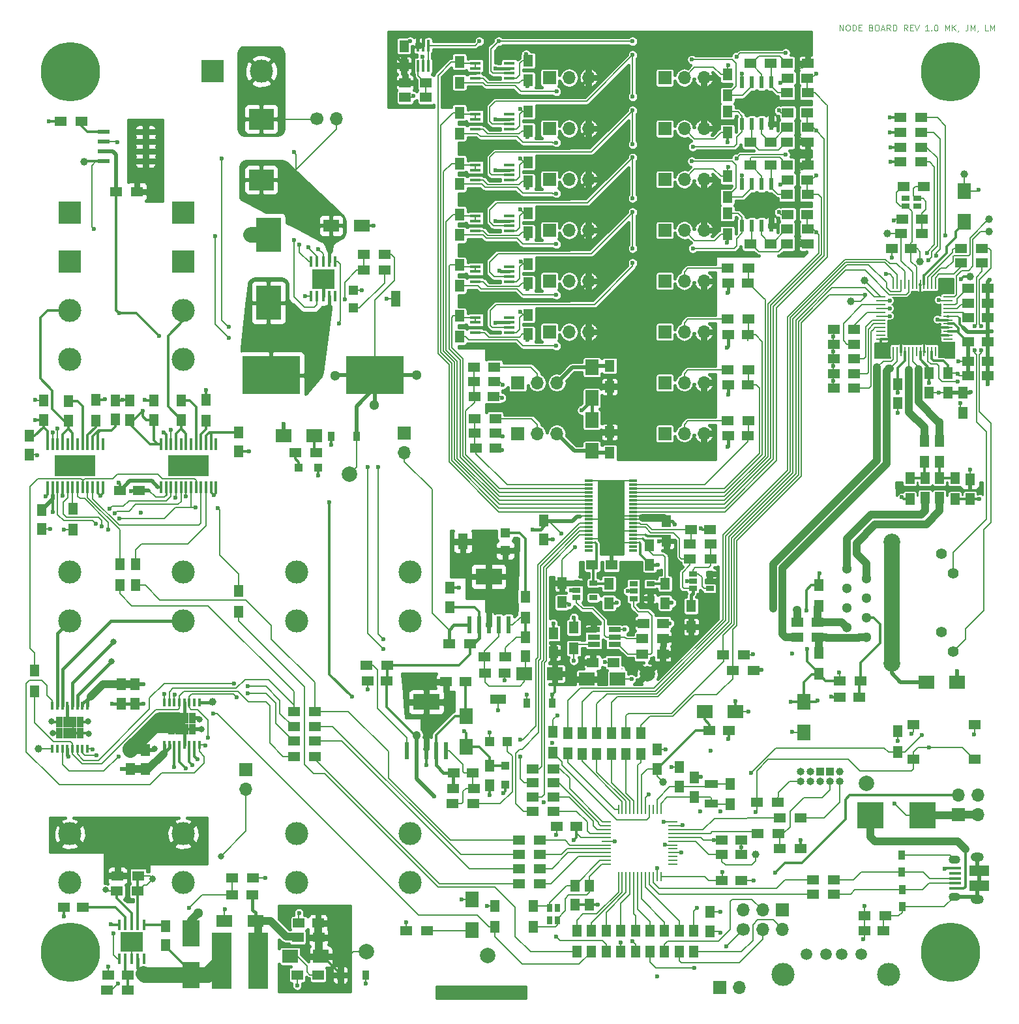
<source format=gbr>
G04 #@! TF.FileFunction,Copper,L1,Top,Signal*
%FSLAX46Y46*%
G04 Gerber Fmt 4.6, Leading zero omitted, Abs format (unit mm)*
G04 Created by KiCad (PCBNEW 4.0.6) date 01/31/18 03:36:10*
%MOMM*%
%LPD*%
G01*
G04 APERTURE LIST*
%ADD10C,0.100000*%
%ADD11R,1.700000X1.700000*%
%ADD12O,1.700000X1.700000*%
%ADD13C,3.000000*%
%ADD14R,1.250000X1.500000*%
%ADD15R,1.500000X1.250000*%
%ADD16R,1.500000X1.300000*%
%ADD17R,0.600000X1.550000*%
%ADD18R,1.300000X1.500000*%
%ADD19R,1.450000X0.450000*%
%ADD20R,2.000000X1.600000*%
%ADD21R,3.300000X4.500000*%
%ADD22R,2.000000X1.700000*%
%ADD23R,0.900000X1.200000*%
%ADD24R,1.000000X1.000000*%
%ADD25R,1.700000X2.000000*%
%ADD26R,3.500000X3.500000*%
%ADD27C,1.700000*%
%ADD28R,1.650000X0.400000*%
%ADD29O,1.500000X1.100000*%
%ADD30O,1.700000X1.200000*%
%ADD31R,2.500000X1.430000*%
%ADD32R,7.500000X5.000000*%
%ADD33R,3.200000X2.700000*%
%ADD34R,0.250000X1.300000*%
%ADD35R,1.300000X0.250000*%
%ADD36R,0.500000X0.500000*%
%ADD37R,3.000000X2.600000*%
%ADD38R,0.350000X1.350000*%
%ADD39R,0.600000X2.200000*%
%ADD40R,3.450000X2.150000*%
%ADD41R,1.060000X0.650000*%
%ADD42R,1.560000X0.650000*%
%ADD43R,0.450000X1.050000*%
%ADD44R,0.895000X1.470000*%
%ADD45R,0.400000X1.500000*%
%ADD46C,1.000000*%
%ADD47O,1.000000X1.000000*%
%ADD48R,1.300000X1.300000*%
%ADD49R,1.300000X2.000000*%
%ADD50R,1.000000X0.700000*%
%ADD51R,1.800000X1.000000*%
%ADD52R,0.700000X1.000000*%
%ADD53C,7.700000*%
%ADD54C,0.700000*%
%ADD55R,3.000000X3.000000*%
%ADD56R,0.300000X1.600000*%
%ADD57R,5.260000X2.750000*%
%ADD58C,0.400000*%
%ADD59R,1.100000X0.300000*%
%ADD60C,1.300000*%
%ADD61C,2.184400*%
%ADD62C,1.408000*%
%ADD63R,2.600000X7.300000*%
%ADD64R,2.300000X3.500000*%
%ADD65R,2.000000X1.300000*%
%ADD66R,1.550000X1.300000*%
%ADD67R,1.550000X0.600000*%
%ADD68C,1.501140*%
%ADD69C,2.999740*%
%ADD70C,2.000000*%
%ADD71C,0.600000*%
%ADD72C,0.800000*%
%ADD73C,0.200000*%
%ADD74C,0.400000*%
%ADD75C,0.160000*%
%ADD76C,0.300000*%
%ADD77C,0.500000*%
%ADD78C,1.000000*%
%ADD79C,2.000000*%
%ADD80C,0.250000*%
%ADD81C,0.254000*%
%ADD82C,0.150000*%
G04 APERTURE END LIST*
D10*
X106293904Y-1073105D02*
X106293904Y-273105D01*
X106751047Y-1073105D01*
X106751047Y-273105D01*
X107284380Y-273105D02*
X107436761Y-273105D01*
X107512952Y-311200D01*
X107589142Y-387390D01*
X107627237Y-539771D01*
X107627237Y-806438D01*
X107589142Y-958819D01*
X107512952Y-1035010D01*
X107436761Y-1073105D01*
X107284380Y-1073105D01*
X107208190Y-1035010D01*
X107131999Y-958819D01*
X107093904Y-806438D01*
X107093904Y-539771D01*
X107131999Y-387390D01*
X107208190Y-311200D01*
X107284380Y-273105D01*
X107970094Y-1073105D02*
X107970094Y-273105D01*
X108160570Y-273105D01*
X108274856Y-311200D01*
X108351047Y-387390D01*
X108389142Y-463581D01*
X108427237Y-615962D01*
X108427237Y-730248D01*
X108389142Y-882629D01*
X108351047Y-958819D01*
X108274856Y-1035010D01*
X108160570Y-1073105D01*
X107970094Y-1073105D01*
X108770094Y-654057D02*
X109036761Y-654057D01*
X109151047Y-1073105D02*
X108770094Y-1073105D01*
X108770094Y-273105D01*
X109151047Y-273105D01*
X110370095Y-654057D02*
X110484381Y-692152D01*
X110522476Y-730248D01*
X110560571Y-806438D01*
X110560571Y-920724D01*
X110522476Y-996914D01*
X110484381Y-1035010D01*
X110408190Y-1073105D01*
X110103428Y-1073105D01*
X110103428Y-273105D01*
X110370095Y-273105D01*
X110446285Y-311200D01*
X110484381Y-349295D01*
X110522476Y-425486D01*
X110522476Y-501676D01*
X110484381Y-577867D01*
X110446285Y-615962D01*
X110370095Y-654057D01*
X110103428Y-654057D01*
X111055809Y-273105D02*
X111208190Y-273105D01*
X111284381Y-311200D01*
X111360571Y-387390D01*
X111398666Y-539771D01*
X111398666Y-806438D01*
X111360571Y-958819D01*
X111284381Y-1035010D01*
X111208190Y-1073105D01*
X111055809Y-1073105D01*
X110979619Y-1035010D01*
X110903428Y-958819D01*
X110865333Y-806438D01*
X110865333Y-539771D01*
X110903428Y-387390D01*
X110979619Y-311200D01*
X111055809Y-273105D01*
X111703428Y-844533D02*
X112084380Y-844533D01*
X111627237Y-1073105D02*
X111893904Y-273105D01*
X112160571Y-1073105D01*
X112884380Y-1073105D02*
X112617713Y-692152D01*
X112427237Y-1073105D02*
X112427237Y-273105D01*
X112731999Y-273105D01*
X112808190Y-311200D01*
X112846285Y-349295D01*
X112884380Y-425486D01*
X112884380Y-539771D01*
X112846285Y-615962D01*
X112808190Y-654057D01*
X112731999Y-692152D01*
X112427237Y-692152D01*
X113227237Y-1073105D02*
X113227237Y-273105D01*
X113417713Y-273105D01*
X113531999Y-311200D01*
X113608190Y-387390D01*
X113646285Y-463581D01*
X113684380Y-615962D01*
X113684380Y-730248D01*
X113646285Y-882629D01*
X113608190Y-958819D01*
X113531999Y-1035010D01*
X113417713Y-1073105D01*
X113227237Y-1073105D01*
X115093904Y-1073105D02*
X114827237Y-692152D01*
X114636761Y-1073105D02*
X114636761Y-273105D01*
X114941523Y-273105D01*
X115017714Y-311200D01*
X115055809Y-349295D01*
X115093904Y-425486D01*
X115093904Y-539771D01*
X115055809Y-615962D01*
X115017714Y-654057D01*
X114941523Y-692152D01*
X114636761Y-692152D01*
X115436761Y-654057D02*
X115703428Y-654057D01*
X115817714Y-1073105D02*
X115436761Y-1073105D01*
X115436761Y-273105D01*
X115817714Y-273105D01*
X116046285Y-273105D02*
X116312952Y-1073105D01*
X116579619Y-273105D01*
X117874857Y-1073105D02*
X117417714Y-1073105D01*
X117646285Y-1073105D02*
X117646285Y-273105D01*
X117570095Y-387390D01*
X117493904Y-463581D01*
X117417714Y-501676D01*
X118217714Y-996914D02*
X118255809Y-1035010D01*
X118217714Y-1073105D01*
X118179619Y-1035010D01*
X118217714Y-996914D01*
X118217714Y-1073105D01*
X118751047Y-273105D02*
X118827238Y-273105D01*
X118903428Y-311200D01*
X118941523Y-349295D01*
X118979619Y-425486D01*
X119017714Y-577867D01*
X119017714Y-768343D01*
X118979619Y-920724D01*
X118941523Y-996914D01*
X118903428Y-1035010D01*
X118827238Y-1073105D01*
X118751047Y-1073105D01*
X118674857Y-1035010D01*
X118636761Y-996914D01*
X118598666Y-920724D01*
X118560571Y-768343D01*
X118560571Y-577867D01*
X118598666Y-425486D01*
X118636761Y-349295D01*
X118674857Y-311200D01*
X118751047Y-273105D01*
X119970095Y-1073105D02*
X119970095Y-273105D01*
X120236762Y-844533D01*
X120503429Y-273105D01*
X120503429Y-1073105D01*
X120884381Y-1073105D02*
X120884381Y-273105D01*
X121341524Y-1073105D02*
X120998667Y-615962D01*
X121341524Y-273105D02*
X120884381Y-730248D01*
X121722476Y-1035010D02*
X121722476Y-1073105D01*
X121684381Y-1149295D01*
X121646286Y-1187390D01*
X122903429Y-273105D02*
X122903429Y-844533D01*
X122865333Y-958819D01*
X122789143Y-1035010D01*
X122674857Y-1073105D01*
X122598667Y-1073105D01*
X123284381Y-1073105D02*
X123284381Y-273105D01*
X123551048Y-844533D01*
X123817715Y-273105D01*
X123817715Y-1073105D01*
X124236762Y-1035010D02*
X124236762Y-1073105D01*
X124198667Y-1149295D01*
X124160572Y-1187390D01*
X125570096Y-1073105D02*
X125189143Y-1073105D01*
X125189143Y-273105D01*
X125836762Y-1073105D02*
X125836762Y-273105D01*
X126103429Y-844533D01*
X126370096Y-273105D01*
X126370096Y-1073105D01*
D11*
X90683080Y-125227080D03*
D12*
X93223080Y-125227080D03*
D13*
X21040000Y-105295000D03*
X21040000Y-111645000D03*
D14*
X83800000Y-67250000D03*
X83800000Y-64750000D03*
D15*
X102050000Y-20400000D03*
X99550000Y-20400000D03*
X102050000Y-24900000D03*
X99550000Y-24900000D03*
D16*
X99450000Y-18500000D03*
X102150000Y-18500000D03*
D17*
X97405000Y-20950000D03*
X96135000Y-20950000D03*
X94865000Y-20950000D03*
X93595000Y-20950000D03*
X93595000Y-26350000D03*
X94865000Y-26350000D03*
X96135000Y-26350000D03*
X97405000Y-26350000D03*
D16*
X97350000Y-28700000D03*
X94650000Y-28700000D03*
X102150000Y-26800000D03*
X99450000Y-26800000D03*
X97350000Y-18500000D03*
X94650000Y-18500000D03*
X102150000Y-22300000D03*
X99450000Y-22300000D03*
X99450000Y-28700000D03*
X102150000Y-28700000D03*
D11*
X83560000Y-26950000D03*
D12*
X86100000Y-26950000D03*
X88640000Y-26950000D03*
D11*
X83560000Y-20350000D03*
D12*
X86100000Y-20350000D03*
X88640000Y-20350000D03*
D18*
X91700000Y-24750000D03*
X91700000Y-27450000D03*
X91700000Y-22650000D03*
X91700000Y-19950000D03*
D14*
X65830000Y-40440000D03*
X65830000Y-37940000D03*
X65830000Y-33840000D03*
X65830000Y-31340000D03*
X65830000Y-27240000D03*
X65830000Y-24740000D03*
X65830000Y-20640000D03*
X65830000Y-18140000D03*
D18*
X56910000Y-38080000D03*
X56910000Y-40780000D03*
X56910000Y-31480000D03*
X56910000Y-34180000D03*
X56910000Y-24880000D03*
X56910000Y-27580000D03*
X56910000Y-18280000D03*
X56910000Y-20980000D03*
D19*
X63390000Y-40225000D03*
X63390000Y-39575000D03*
X63390000Y-38925000D03*
X63390000Y-38275000D03*
X58990000Y-38275000D03*
X58990000Y-38925000D03*
X58990000Y-39575000D03*
X58990000Y-40225000D03*
X63390000Y-33625000D03*
X63390000Y-32975000D03*
X63390000Y-32325000D03*
X63390000Y-31675000D03*
X58990000Y-31675000D03*
X58990000Y-32325000D03*
X58990000Y-32975000D03*
X58990000Y-33625000D03*
X63390000Y-27025000D03*
X63390000Y-26375000D03*
X63390000Y-25725000D03*
X63390000Y-25075000D03*
X58990000Y-25075000D03*
X58990000Y-25725000D03*
X58990000Y-26375000D03*
X58990000Y-27025000D03*
X63390000Y-20425000D03*
X63390000Y-19775000D03*
X63390000Y-19125000D03*
X63390000Y-18475000D03*
X58990000Y-18475000D03*
X58990000Y-19125000D03*
X58990000Y-19775000D03*
X58990000Y-20425000D03*
D11*
X68590000Y-40150000D03*
D12*
X71130000Y-40150000D03*
X73670000Y-40150000D03*
D11*
X68590000Y-33550000D03*
D12*
X71130000Y-33550000D03*
X73670000Y-33550000D03*
D11*
X68590000Y-26950000D03*
D12*
X71130000Y-26950000D03*
X73670000Y-26950000D03*
D11*
X68590000Y-20350000D03*
D12*
X71130000Y-20350000D03*
X73670000Y-20350000D03*
D19*
X63390000Y-13825000D03*
X63390000Y-13175000D03*
X63390000Y-12525000D03*
X63390000Y-11875000D03*
X58990000Y-11875000D03*
X58990000Y-12525000D03*
X58990000Y-13175000D03*
X58990000Y-13825000D03*
D18*
X56910000Y-11680000D03*
X56910000Y-14380000D03*
D11*
X68590000Y-13750000D03*
D12*
X71130000Y-13750000D03*
X73670000Y-13750000D03*
D14*
X65830000Y-14040000D03*
X65830000Y-11540000D03*
D15*
X123000000Y-38300000D03*
X125500000Y-38300000D03*
X113050000Y-29350000D03*
X115550000Y-29350000D03*
X114450000Y-25550000D03*
X116950000Y-25550000D03*
X108800000Y-87550000D03*
X106300000Y-87550000D03*
D14*
X117350000Y-59150000D03*
X117350000Y-61650000D03*
X119250000Y-59150000D03*
X119250000Y-61650000D03*
X123200000Y-61800000D03*
X123200000Y-59300000D03*
D15*
X123000000Y-34500000D03*
X125500000Y-34500000D03*
D14*
X120350000Y-45500000D03*
X120350000Y-48000000D03*
D15*
X123000000Y-36400000D03*
X125500000Y-36400000D03*
X123000000Y-41400000D03*
X125500000Y-41400000D03*
X123000000Y-43950000D03*
X125500000Y-43950000D03*
D14*
X117900000Y-45500000D03*
X117900000Y-48000000D03*
X113800000Y-46900000D03*
X113800000Y-49400000D03*
D15*
X123000000Y-45800000D03*
X125500000Y-45800000D03*
D20*
X40250000Y-26350000D03*
X44250000Y-26350000D03*
D15*
X8000000Y-114850000D03*
X5500000Y-114850000D03*
X13800000Y-123650000D03*
X11300000Y-123650000D03*
D14*
X18729960Y-119771480D03*
X18729960Y-117271480D03*
D20*
X30400000Y-116650000D03*
X26400000Y-116650000D03*
D14*
X55631080Y-75875200D03*
X55631080Y-73375200D03*
X65506600Y-82255680D03*
X65506600Y-79755680D03*
D15*
X60243400Y-84399120D03*
X62743400Y-84399120D03*
D14*
X69088000Y-81768000D03*
X69088000Y-79268000D03*
D15*
X47462760Y-85468460D03*
X44962760Y-85468460D03*
X56133680Y-97353120D03*
X58633680Y-97353120D03*
X57688800Y-85580220D03*
X55188800Y-85580220D03*
D14*
X60838080Y-96489200D03*
X60838080Y-98989200D03*
D15*
X74150000Y-70400000D03*
X76650000Y-70400000D03*
D14*
X81600000Y-67850000D03*
X81600000Y-70350000D03*
X67871680Y-64623000D03*
X67871680Y-67123000D03*
D15*
X86950000Y-65800000D03*
X89450000Y-65800000D03*
D14*
X70215760Y-72747820D03*
X70215760Y-75247820D03*
D15*
X80817840Y-77973000D03*
X83317840Y-77973000D03*
D14*
X76300000Y-72850000D03*
X76300000Y-75350000D03*
X83600000Y-75350000D03*
X83600000Y-72850000D03*
D15*
X102050000Y-7200000D03*
X99550000Y-7200000D03*
X102050000Y-11700000D03*
X99550000Y-11700000D03*
X58850000Y-48500000D03*
X61350000Y-48500000D03*
X59050000Y-55200000D03*
X61550000Y-55200000D03*
D14*
X49700000Y-3050000D03*
X49700000Y-5550000D03*
D15*
X94350000Y-33800000D03*
X91850000Y-33800000D03*
X94350000Y-40500000D03*
X91850000Y-40500000D03*
X94350000Y-47000000D03*
X91850000Y-47000000D03*
X94350000Y-53600000D03*
X91850000Y-53600000D03*
D14*
X65830000Y-7440000D03*
X65830000Y-4940000D03*
X14800000Y-88400000D03*
X14800000Y-85900000D03*
X12950000Y-88400000D03*
X12950000Y-85900000D03*
X14200000Y-94400000D03*
X14200000Y-96900000D03*
X16100000Y-94400000D03*
X16100000Y-96900000D03*
X17230000Y-49050000D03*
X17230000Y-51550000D03*
X14127480Y-49054700D03*
X14127480Y-51554700D03*
X2890000Y-49050000D03*
X2890000Y-51550000D03*
X1016000Y-56114000D03*
X1016000Y-53614000D03*
X20750000Y-51550000D03*
X20750000Y-49050000D03*
D15*
X12800000Y-60700000D03*
X15300000Y-60700000D03*
D14*
X28239720Y-55672040D03*
X28239720Y-53172040D03*
X6106160Y-51648680D03*
X6106160Y-49148680D03*
X2670000Y-65750000D03*
X2670000Y-63250000D03*
X12192000Y-49042000D03*
X12192000Y-51542000D03*
D15*
X93500000Y-107950000D03*
X91000000Y-107950000D03*
D21*
X32100000Y-36350000D03*
X32100000Y-27550000D03*
D22*
X38050000Y-53600000D03*
X34050000Y-53600000D03*
D23*
X43550000Y-53700000D03*
X40250000Y-53700000D03*
D24*
X36050000Y-57750000D03*
X38550000Y-57750000D03*
D22*
X34900000Y-121200000D03*
X38900000Y-121200000D03*
D23*
X41460960Y-123634760D03*
X44760960Y-123634760D03*
D22*
X77438000Y-85217000D03*
X73438000Y-85217000D03*
D23*
X68949840Y-88300560D03*
X65649840Y-88300560D03*
D25*
X58552080Y-117824000D03*
X58552080Y-113824000D03*
D24*
X62829440Y-96448560D03*
X62829440Y-98948560D03*
D25*
X74100000Y-48750000D03*
X74100000Y-44750000D03*
X74100000Y-51600000D03*
X74100000Y-55600000D03*
D26*
X110250000Y-102900000D03*
X117050000Y-102900000D03*
D27*
X38410000Y-12450000D03*
D12*
X40950000Y-12450000D03*
D27*
X93726000Y-117729000D03*
D12*
X93726000Y-115189000D03*
X96266000Y-117729000D03*
X96266000Y-115189000D03*
X98806000Y-117729000D03*
D11*
X98806000Y-115189000D03*
D28*
X121270000Y-112380000D03*
X121270000Y-111730000D03*
X121270000Y-111080000D03*
X121270000Y-110430000D03*
X121270000Y-109780000D03*
D29*
X121150000Y-113500000D03*
X121150000Y-108660000D03*
D30*
X124150000Y-113810000D03*
X124150000Y-108350000D03*
D31*
X124390000Y-112040000D03*
X124390000Y-110120000D03*
D25*
X101600000Y-92170000D03*
X101600000Y-88170000D03*
D32*
X32450000Y-45775000D03*
X45950000Y-45775000D03*
D22*
X65294760Y-84526120D03*
X69294760Y-84526120D03*
D25*
X57807860Y-90006420D03*
X57807860Y-94006420D03*
D16*
X116950000Y-27400000D03*
X114250000Y-27400000D03*
X117250000Y-21250000D03*
X114550000Y-21250000D03*
X109000000Y-85450000D03*
X106300000Y-85450000D03*
D18*
X103550000Y-84550000D03*
X103550000Y-81850000D03*
X103550000Y-73050000D03*
X103550000Y-75750000D03*
D16*
X103450000Y-79750000D03*
X100750000Y-79750000D03*
X103450000Y-77800000D03*
X100750000Y-77800000D03*
X124750000Y-29300000D03*
X122050000Y-29300000D03*
X92376000Y-84074000D03*
X95076000Y-84074000D03*
X122050000Y-31200000D03*
X124750000Y-31200000D03*
D18*
X115400000Y-59150000D03*
X115400000Y-61850000D03*
X121250000Y-59150000D03*
X121250000Y-61850000D03*
D16*
X116868000Y-18077000D03*
X114168000Y-18077000D03*
X108192800Y-41743320D03*
X105492800Y-41743320D03*
X116868000Y-16177000D03*
X114168000Y-16177000D03*
X108192800Y-39843320D03*
X105492800Y-39843320D03*
X116868000Y-14277000D03*
X114168000Y-14277000D03*
X91106000Y-82042000D03*
X93806000Y-82042000D03*
D18*
X119250000Y-57000000D03*
X119250000Y-54300000D03*
D16*
X114168000Y-12327000D03*
X116868000Y-12327000D03*
X105492800Y-47443320D03*
X108192800Y-47443320D03*
X105492800Y-45543320D03*
X108192800Y-45543320D03*
X105492800Y-43643320D03*
X108192800Y-43643320D03*
D18*
X117300000Y-57000000D03*
X117300000Y-54300000D03*
X122300000Y-48000000D03*
X122300000Y-50700000D03*
D33*
X31175000Y-20425000D03*
X31175000Y-12525000D03*
D16*
X47180000Y-30100000D03*
X44480000Y-30100000D03*
X38300000Y-55800000D03*
X35600000Y-55800000D03*
X12434580Y-112727740D03*
X15134580Y-112727740D03*
X13850000Y-125600000D03*
X11150000Y-125600000D03*
X30041840Y-113223040D03*
X27341840Y-113223040D03*
X38550000Y-123600000D03*
X35850000Y-123600000D03*
X58246000Y-80645000D03*
X55546000Y-80645000D03*
X60173880Y-82296000D03*
X62873880Y-82296000D03*
X47506880Y-83428840D03*
X44806880Y-83428840D03*
X56074320Y-99395280D03*
X58774320Y-99395280D03*
X52698640Y-117896640D03*
X49998640Y-117896640D03*
D18*
X71755000Y-81233000D03*
X71755000Y-78533000D03*
D16*
X86850000Y-69600000D03*
X89550000Y-69600000D03*
X74215000Y-83058000D03*
X76915000Y-83058000D03*
X86850000Y-67700000D03*
X89550000Y-67700000D03*
X83367840Y-79973000D03*
X80667840Y-79973000D03*
X83317840Y-81973000D03*
X80617840Y-81973000D03*
D18*
X91700000Y-9450000D03*
X91700000Y-6750000D03*
X91700000Y-11550000D03*
X91700000Y-14250000D03*
D16*
X99450000Y-5300000D03*
X102150000Y-5300000D03*
X99450000Y-15500000D03*
X102150000Y-15500000D03*
X97350000Y-5300000D03*
X94650000Y-5300000D03*
X97350000Y-15500000D03*
X94650000Y-15500000D03*
X102150000Y-9100000D03*
X99450000Y-9100000D03*
X102150000Y-13600000D03*
X99450000Y-13600000D03*
D18*
X76400000Y-47250000D03*
X76400000Y-44550000D03*
X76400000Y-53150000D03*
X76400000Y-55850000D03*
D16*
X61450000Y-44700000D03*
X58750000Y-44700000D03*
X58750000Y-46600000D03*
X61450000Y-46600000D03*
X61550000Y-51400000D03*
X58850000Y-51400000D03*
X58850000Y-53300000D03*
X61550000Y-53300000D03*
X49838120Y-7808294D03*
X52538120Y-7808294D03*
X52548120Y-9668294D03*
X49848120Y-9668294D03*
X94450000Y-31900000D03*
X91750000Y-31900000D03*
X94450000Y-38500000D03*
X91750000Y-38500000D03*
X94450000Y-45100000D03*
X91750000Y-45100000D03*
X94450000Y-51700000D03*
X91750000Y-51700000D03*
D18*
X56910000Y-5080000D03*
X56910000Y-7780000D03*
X61493400Y-114702600D03*
X61493400Y-117402600D03*
X24018240Y-49002960D03*
X24018240Y-51702960D03*
X6700000Y-65800000D03*
X6700000Y-63100000D03*
X9660000Y-48950000D03*
X9660000Y-51650000D03*
X113800000Y-94700000D03*
X113800000Y-92000000D03*
D34*
X113250000Y-42700000D03*
X113750000Y-42700000D03*
X114250000Y-42700000D03*
X114750000Y-42700000D03*
X115250000Y-42700000D03*
X115750000Y-42700000D03*
X116250000Y-42700000D03*
X116750000Y-42700000D03*
X117250000Y-42700000D03*
X117750000Y-42700000D03*
X118250000Y-42700000D03*
X118750000Y-42700000D03*
D35*
X120350000Y-41100000D03*
X120350000Y-40600000D03*
X120350000Y-40100000D03*
X120350000Y-39600000D03*
X120350000Y-39100000D03*
X120350000Y-38600000D03*
X120350000Y-38100000D03*
X120350000Y-37600000D03*
X120350000Y-37100000D03*
X120350000Y-36600000D03*
X120350000Y-36100000D03*
X120350000Y-35600000D03*
D34*
X118750000Y-34000000D03*
X118250000Y-34000000D03*
X117750000Y-34000000D03*
X117250000Y-34000000D03*
X116750000Y-34000000D03*
X116250000Y-34000000D03*
X115750000Y-34000000D03*
X115250000Y-34000000D03*
X114750000Y-34000000D03*
X114250000Y-34000000D03*
X113750000Y-34000000D03*
X113250000Y-34000000D03*
D35*
X111650000Y-35600000D03*
X111650000Y-36100000D03*
X111650000Y-36600000D03*
X111650000Y-37100000D03*
X111650000Y-37600000D03*
X111650000Y-38100000D03*
X111650000Y-38600000D03*
X111650000Y-39100000D03*
X111650000Y-39600000D03*
X111650000Y-40100000D03*
X111650000Y-40600000D03*
X111650000Y-41100000D03*
D36*
X39200000Y-33275000D03*
X38450000Y-34025000D03*
X39950000Y-34025000D03*
X39950000Y-32525000D03*
X38450000Y-32525000D03*
D37*
X39200000Y-33275000D03*
D38*
X39200000Y-31050000D03*
X40800000Y-31050000D03*
X40000000Y-31050000D03*
X38400000Y-31050000D03*
X37600000Y-31050000D03*
X37600000Y-35500000D03*
X38400000Y-35500000D03*
X39200000Y-35500000D03*
X40000000Y-35500000D03*
X40800000Y-35500000D03*
D36*
X14325600Y-119331740D03*
X13575600Y-120081740D03*
X15075600Y-120081740D03*
X15075600Y-118581740D03*
X13575600Y-118581740D03*
D37*
X14325600Y-119331740D03*
D38*
X14325600Y-117106740D03*
X15925600Y-117106740D03*
X15125600Y-117106740D03*
X13525600Y-117106740D03*
X12725600Y-117106740D03*
X12725600Y-121556740D03*
X13525600Y-121556740D03*
X14325600Y-121556740D03*
X15125600Y-121556740D03*
X15925600Y-121556740D03*
D39*
X61991680Y-78210500D03*
X59451680Y-78210500D03*
D40*
X60721680Y-71910500D03*
D39*
X60721680Y-78210500D03*
X63261680Y-78210500D03*
X58181680Y-78210500D03*
X53870000Y-94487500D03*
X51330000Y-94487500D03*
D40*
X52600000Y-88187500D03*
D39*
X52600000Y-94487500D03*
X55140000Y-94487500D03*
X50060000Y-94487500D03*
D41*
X87200000Y-71550000D03*
X87200000Y-72500000D03*
X87200000Y-73450000D03*
X89400000Y-73450000D03*
X89400000Y-71550000D03*
D42*
X74342000Y-78806000D03*
X74342000Y-79756000D03*
X74342000Y-80706000D03*
X77042000Y-80706000D03*
X77042000Y-78806000D03*
X77042000Y-79756000D03*
D41*
X79500000Y-72850000D03*
X79500000Y-73800000D03*
X79500000Y-74750000D03*
X81700000Y-74750000D03*
X81700000Y-72850000D03*
X72100000Y-72750000D03*
X72100000Y-73700000D03*
X72100000Y-74650000D03*
X74300000Y-74650000D03*
X74300000Y-72750000D03*
D17*
X97405000Y-7750000D03*
X96135000Y-7750000D03*
X94865000Y-7750000D03*
X93595000Y-7750000D03*
X93595000Y-13150000D03*
X94865000Y-13150000D03*
X96135000Y-13150000D03*
X97405000Y-13150000D03*
D19*
X63390000Y-7225000D03*
X63390000Y-6575000D03*
X63390000Y-5925000D03*
X63390000Y-5275000D03*
X58990000Y-5275000D03*
X58990000Y-5925000D03*
X58990000Y-6575000D03*
X58990000Y-7225000D03*
D43*
X8585000Y-88710000D03*
X7935000Y-88710000D03*
X7285000Y-88710000D03*
X6635000Y-88710000D03*
X5985000Y-88710000D03*
X5335000Y-88710000D03*
X4685000Y-88710000D03*
X4035000Y-88710000D03*
X4035000Y-94260000D03*
X4685000Y-94260000D03*
X5335000Y-94260000D03*
X5985000Y-94260000D03*
X6635000Y-94260000D03*
X7285000Y-94260000D03*
X7935000Y-94260000D03*
X8585000Y-94260000D03*
D44*
X4967500Y-92220000D03*
X5862500Y-92220000D03*
X6757500Y-92220000D03*
X7652500Y-92220000D03*
X4967500Y-90750000D03*
X5862500Y-90750000D03*
X6757500Y-90750000D03*
X7652500Y-90750000D03*
D43*
X18572500Y-93760000D03*
X19222500Y-93760000D03*
X19872500Y-93760000D03*
X20522500Y-93760000D03*
X21172500Y-93760000D03*
X21822500Y-93760000D03*
X22472500Y-93760000D03*
X23122500Y-93760000D03*
X23122500Y-88210000D03*
X22472500Y-88210000D03*
X21822500Y-88210000D03*
X21172500Y-88210000D03*
X20522500Y-88210000D03*
X19872500Y-88210000D03*
X19222500Y-88210000D03*
X18572500Y-88210000D03*
D44*
X22190000Y-90250000D03*
X21295000Y-90250000D03*
X20400000Y-90250000D03*
X19505000Y-90250000D03*
X22190000Y-91720000D03*
X21295000Y-91720000D03*
X20400000Y-91720000D03*
X19505000Y-91720000D03*
D34*
X83050000Y-102150000D03*
X82550000Y-102150000D03*
X82050000Y-102150000D03*
X81550000Y-102150000D03*
X81050000Y-102150000D03*
X80550000Y-102150000D03*
X80050000Y-102150000D03*
X79550000Y-102150000D03*
X79050000Y-102150000D03*
X78550000Y-102150000D03*
X78050000Y-102150000D03*
X77550000Y-102150000D03*
D35*
X75950000Y-103750000D03*
X75950000Y-104250000D03*
X75950000Y-104750000D03*
X75950000Y-105250000D03*
X75950000Y-105750000D03*
X75950000Y-106250000D03*
X75950000Y-106750000D03*
X75950000Y-107250000D03*
X75950000Y-107750000D03*
X75950000Y-108250000D03*
X75950000Y-108750000D03*
X75950000Y-109250000D03*
D34*
X77550000Y-110850000D03*
X78050000Y-110850000D03*
X78550000Y-110850000D03*
X79050000Y-110850000D03*
X79550000Y-110850000D03*
X80050000Y-110850000D03*
X80550000Y-110850000D03*
X81050000Y-110850000D03*
X81550000Y-110850000D03*
X82050000Y-110850000D03*
X82550000Y-110850000D03*
X83050000Y-110850000D03*
D35*
X84650000Y-109250000D03*
X84650000Y-108750000D03*
X84650000Y-108250000D03*
X84650000Y-107750000D03*
X84650000Y-107250000D03*
X84650000Y-106750000D03*
X84650000Y-106250000D03*
X84650000Y-105750000D03*
X84650000Y-105250000D03*
X84650000Y-104750000D03*
X84650000Y-104250000D03*
X84650000Y-103750000D03*
D23*
X114360960Y-110279360D03*
X114360960Y-108079360D03*
X114386360Y-112575160D03*
X114386360Y-114775160D03*
D45*
X51550000Y-5630000D03*
X52200000Y-5630000D03*
X52850000Y-5630000D03*
X52850000Y-2970000D03*
X52200000Y-2970000D03*
X51550000Y-2970000D03*
D14*
X87435900Y-100515860D03*
X87435900Y-98015860D03*
X89408000Y-115463000D03*
X89408000Y-117963000D03*
X71900000Y-112000000D03*
X71900000Y-114500000D03*
D15*
X72049960Y-104373680D03*
X69549960Y-104373680D03*
X91007880Y-111368840D03*
X93507880Y-111368840D03*
D14*
X85435900Y-99165860D03*
X85435900Y-96665860D03*
X73800000Y-112000000D03*
X73800000Y-114500000D03*
D15*
X91000000Y-106100000D03*
X93500000Y-106100000D03*
X89387360Y-91866720D03*
X91887360Y-91866720D03*
D14*
X82550000Y-96881000D03*
X82550000Y-94381000D03*
D46*
X106290000Y-97230000D03*
D47*
X106290000Y-98500000D03*
D24*
X105020000Y-97230000D03*
D47*
X105020000Y-98500000D03*
D24*
X103750000Y-97230000D03*
D47*
X103750000Y-98500000D03*
X102480000Y-97230000D03*
X102480000Y-98500000D03*
X101210000Y-97230000D03*
X101210000Y-98500000D03*
D22*
X88749120Y-89435940D03*
X92749120Y-89435940D03*
D25*
X122500000Y-25850000D03*
X122500000Y-21850000D03*
D16*
X44480000Y-32100000D03*
X47180000Y-32100000D03*
X27362160Y-111008160D03*
X30062160Y-111008160D03*
D18*
X92024200Y-98799660D03*
X92024200Y-101499660D03*
X66500000Y-117400000D03*
X66500000Y-114700000D03*
D16*
X98500000Y-107200000D03*
X101200000Y-107200000D03*
D48*
X43130000Y-37025000D03*
X43130000Y-34725000D03*
D49*
X48630000Y-35875000D03*
D50*
X116400000Y-22800000D03*
X114800000Y-23800000D03*
X116400000Y-23800000D03*
X114800000Y-22800000D03*
D51*
X89635900Y-101365860D03*
X89635900Y-98865860D03*
D52*
X69600000Y-116500000D03*
X68600000Y-114900000D03*
X68600000Y-116500000D03*
X69600000Y-114900000D03*
D15*
X111994000Y-117856000D03*
X109494000Y-117856000D03*
D16*
X112221000Y-115951000D03*
X109521000Y-115951000D03*
X67350000Y-109850000D03*
X64650000Y-109850000D03*
X67350000Y-111800000D03*
X64650000Y-111800000D03*
X67350000Y-106150000D03*
X64650000Y-106150000D03*
X67350000Y-108000000D03*
X64650000Y-108000000D03*
D18*
X72850000Y-94900000D03*
X72850000Y-92200000D03*
X70972400Y-94888840D03*
X70972400Y-92188840D03*
X76650000Y-94900000D03*
X76650000Y-92200000D03*
X74750000Y-94900000D03*
X74750000Y-92200000D03*
D16*
X69100000Y-98700000D03*
X66400000Y-98700000D03*
X69100000Y-102400000D03*
X66400000Y-102400000D03*
X69100000Y-96850000D03*
X66400000Y-96850000D03*
X69100000Y-100550000D03*
X66400000Y-100550000D03*
D18*
X87350000Y-117900000D03*
X87350000Y-120600000D03*
X85450000Y-117900000D03*
X85450000Y-120600000D03*
X81650000Y-117900000D03*
X81650000Y-120600000D03*
X83550000Y-117900000D03*
X83550000Y-120600000D03*
D16*
X102790000Y-111252000D03*
X105490000Y-111252000D03*
X102790000Y-113157000D03*
X105490000Y-113157000D03*
X95600000Y-105250000D03*
X98300000Y-105250000D03*
X98472000Y-103251000D03*
X101172000Y-103251000D03*
X95551000Y-101219000D03*
X98251000Y-101219000D03*
D53*
X120650000Y-120650000D03*
D54*
X117850000Y-120650000D03*
X122629890Y-122629890D03*
X120650000Y-123450000D03*
X118670110Y-122629890D03*
X123450000Y-120650000D03*
X118670110Y-118670110D03*
X120650000Y-117850000D03*
X122629890Y-118670110D03*
D53*
X6350000Y-120650000D03*
D54*
X3550000Y-120650000D03*
X8329890Y-122629890D03*
X6350000Y-123450000D03*
X4370110Y-122629890D03*
X9150000Y-120650000D03*
X4370110Y-118670110D03*
X6350000Y-117850000D03*
X8329890Y-118670110D03*
D53*
X120650000Y-6350000D03*
D54*
X117850000Y-6350000D03*
X122629890Y-8329890D03*
X120650000Y-9150000D03*
X118670110Y-8329890D03*
X123450000Y-6350000D03*
X118670110Y-4370110D03*
X120650000Y-3550000D03*
X122629890Y-4370110D03*
D53*
X6350000Y-6350000D03*
D54*
X3550000Y-6350000D03*
X8329890Y-8329890D03*
X6350000Y-9150000D03*
X4370110Y-8329890D03*
X9150000Y-6350000D03*
X4370110Y-4370110D03*
X6350000Y-3550000D03*
X8329890Y-4370110D03*
D16*
X15200000Y-110750000D03*
X12500000Y-110750000D03*
X38600000Y-118750000D03*
X35900000Y-118750000D03*
D13*
X6310000Y-37375000D03*
D55*
X6310000Y-31025000D03*
D13*
X6310000Y-43725000D03*
D55*
X6310000Y-24675000D03*
D13*
X21040000Y-37375000D03*
D55*
X21040000Y-31025000D03*
D13*
X21040000Y-43725000D03*
D55*
X21040000Y-24675000D03*
D13*
X21040000Y-71325000D03*
X21040000Y-77675000D03*
X50500000Y-71325000D03*
X50500000Y-77675000D03*
X35770000Y-71325000D03*
X35770000Y-77675000D03*
X6310000Y-71325000D03*
X6310000Y-77675000D03*
X31175000Y-6310000D03*
D55*
X24825000Y-6310000D03*
D13*
X50500000Y-105295000D03*
X50500000Y-111645000D03*
X35770000Y-105295000D03*
X35770000Y-111645000D03*
X6310000Y-105295000D03*
X6310000Y-111645000D03*
D56*
X18155000Y-60315000D03*
X18805000Y-60315000D03*
X19455000Y-60315000D03*
X20105000Y-60315000D03*
X20755000Y-60315000D03*
X21405000Y-60315000D03*
X22055000Y-60315000D03*
X22705000Y-60315000D03*
X23355000Y-60315000D03*
X24005000Y-60315000D03*
X24655000Y-60315000D03*
X25305000Y-60315000D03*
X25305000Y-54715000D03*
X24655000Y-54715000D03*
X24005000Y-54715000D03*
X23355000Y-54715000D03*
X22705000Y-54715000D03*
X22055000Y-54715000D03*
X21405000Y-54715000D03*
X20755000Y-54715000D03*
X20105000Y-54715000D03*
X19455000Y-54715000D03*
X18805000Y-54715000D03*
X18155000Y-54715000D03*
D57*
X21730000Y-57515000D03*
D58*
X21730000Y-57515000D03*
X23680000Y-57515000D03*
X19780000Y-57515000D03*
X22380000Y-58415000D03*
X21080000Y-58415000D03*
X22380000Y-56615000D03*
X21080000Y-56615000D03*
D56*
X3425000Y-60315000D03*
X4075000Y-60315000D03*
X4725000Y-60315000D03*
X5375000Y-60315000D03*
X6025000Y-60315000D03*
X6675000Y-60315000D03*
X7325000Y-60315000D03*
X7975000Y-60315000D03*
X8625000Y-60315000D03*
X9275000Y-60315000D03*
X9925000Y-60315000D03*
X10575000Y-60315000D03*
X10575000Y-54715000D03*
X9925000Y-54715000D03*
X9275000Y-54715000D03*
X8625000Y-54715000D03*
X7975000Y-54715000D03*
X7325000Y-54715000D03*
X6675000Y-54715000D03*
X6025000Y-54715000D03*
X5375000Y-54715000D03*
X4725000Y-54715000D03*
X4075000Y-54715000D03*
X3425000Y-54715000D03*
D57*
X7000000Y-57515000D03*
D58*
X7000000Y-57515000D03*
X8950000Y-57515000D03*
X5050000Y-57515000D03*
X7650000Y-58415000D03*
X6350000Y-58415000D03*
X7650000Y-56615000D03*
X6350000Y-56615000D03*
D59*
X79415000Y-68500000D03*
X79415000Y-68000000D03*
X79415000Y-67500000D03*
X79415000Y-67000000D03*
X79415000Y-66500000D03*
X79415000Y-66000000D03*
X79415000Y-65500000D03*
X79415000Y-65000000D03*
X79415000Y-64500000D03*
X79415000Y-64000000D03*
X79415000Y-63500000D03*
X79415000Y-63000000D03*
X79415000Y-62500000D03*
X79415000Y-62000000D03*
X79415000Y-61500000D03*
X79415000Y-61000000D03*
X79415000Y-60500000D03*
X79415000Y-60000000D03*
X79415000Y-59500000D03*
X73715000Y-59500000D03*
X73715000Y-60000000D03*
X73715000Y-60500000D03*
X73715000Y-61000000D03*
X73715000Y-61500000D03*
X73715000Y-62000000D03*
X73715000Y-62500000D03*
X73715000Y-63000000D03*
X73715000Y-63500000D03*
X73715000Y-64000000D03*
X73715000Y-64500000D03*
X73715000Y-65000000D03*
X73715000Y-65500000D03*
X73715000Y-66000000D03*
X73715000Y-66500000D03*
X73715000Y-67000000D03*
X73715000Y-67500000D03*
X73715000Y-68000000D03*
X73715000Y-68500000D03*
D11*
X83560000Y-7150000D03*
D12*
X86100000Y-7150000D03*
X88640000Y-7150000D03*
D11*
X83560000Y-13750000D03*
D12*
X86100000Y-13750000D03*
X88640000Y-13750000D03*
D11*
X64490000Y-46750000D03*
D12*
X67030000Y-46750000D03*
X69570000Y-46750000D03*
D11*
X64490000Y-53350000D03*
D12*
X67030000Y-53350000D03*
X69570000Y-53350000D03*
D11*
X68590000Y-7150000D03*
D12*
X71130000Y-7150000D03*
X73670000Y-7150000D03*
D11*
X83560000Y-33550000D03*
D12*
X86100000Y-33550000D03*
X88640000Y-33550000D03*
D11*
X83560000Y-40150000D03*
D12*
X86100000Y-40150000D03*
X88640000Y-40150000D03*
D11*
X83560000Y-46750000D03*
D12*
X86100000Y-46750000D03*
X88640000Y-46750000D03*
D11*
X83560000Y-53350000D03*
D12*
X86100000Y-53350000D03*
X88640000Y-53350000D03*
D22*
X121550000Y-85600000D03*
X117550000Y-85600000D03*
D60*
X107211910Y-70855790D03*
X109751910Y-72125790D03*
X107211910Y-73395790D03*
X109751910Y-74665791D03*
X107211910Y-75935791D03*
X109751910Y-77205790D03*
X107211910Y-78475790D03*
X109751910Y-79745790D03*
D61*
X113051910Y-83175790D03*
X113051910Y-67425790D03*
D62*
X119480500Y-68974530D03*
X121000500Y-81624530D03*
X119480000Y-79086380D03*
X121000000Y-71516380D03*
D63*
X26060000Y-121800000D03*
X30760000Y-121800000D03*
D64*
X22050000Y-123600000D03*
X22050000Y-118200000D03*
D15*
X38550000Y-116900000D03*
X36050000Y-116900000D03*
D46*
X125650000Y-25550000D03*
X112458500Y-27368500D03*
X116713000Y-30988000D03*
X109537500Y-33464500D03*
X107759500Y-36195000D03*
X125700000Y-27100000D03*
X123190000Y-32969200D03*
X122491500Y-19685000D03*
X24800000Y-88200000D03*
X2200000Y-94250000D03*
X83312000Y-98615500D03*
D18*
X65491360Y-77204560D03*
X65491360Y-74504560D03*
D16*
X56018440Y-101384100D03*
X58718440Y-101384100D03*
D48*
X62851480Y-66215880D03*
X62851480Y-68515880D03*
D49*
X57351480Y-67365880D03*
D48*
X63105680Y-93356880D03*
X60805680Y-93356880D03*
D65*
X61955680Y-87856880D03*
D66*
X115825000Y-91150000D03*
X123775000Y-91150000D03*
X115825000Y-95650000D03*
X123775000Y-95650000D03*
D46*
X95377000Y-107950000D03*
D18*
X72150000Y-117900000D03*
X72150000Y-120600000D03*
X69037200Y-94791520D03*
X69037200Y-92091520D03*
X74050000Y-117900000D03*
X74050000Y-120600000D03*
X75950000Y-117900000D03*
X75950000Y-120600000D03*
X77850000Y-117900000D03*
X77850000Y-120600000D03*
X79750000Y-117900000D03*
X79750000Y-120600000D03*
X80450000Y-94900000D03*
X80450000Y-92200000D03*
X78550000Y-94900000D03*
X78550000Y-92200000D03*
D16*
X38100000Y-93250000D03*
X35400000Y-93250000D03*
X38100000Y-95250000D03*
X35400000Y-95250000D03*
X38100000Y-91350000D03*
X35400000Y-91350000D03*
X38100000Y-89400000D03*
X35400000Y-89400000D03*
D18*
X28194000Y-76470500D03*
X28194000Y-73770500D03*
X1730000Y-86810000D03*
X1730000Y-84110000D03*
X12800000Y-73000000D03*
X12800000Y-70300000D03*
X14859000Y-73041500D03*
X14859000Y-70341500D03*
D16*
X12320280Y-21965920D03*
X15020280Y-21965920D03*
X7827000Y-12827000D03*
X5127000Y-12827000D03*
D46*
X8128000Y-18034000D03*
D67*
X10736600Y-14188440D03*
X10736600Y-15458440D03*
X10736600Y-16728440D03*
X10736600Y-17998440D03*
X16136600Y-17998440D03*
X16136600Y-16728440D03*
X16136600Y-15458440D03*
X16136600Y-14188440D03*
D11*
X121660000Y-102850000D03*
D12*
X121660000Y-100310000D03*
X124200000Y-102850000D03*
X124200000Y-100310000D03*
D11*
X49750000Y-53250000D03*
D12*
X49750000Y-55790000D03*
D11*
X29184600Y-96941640D03*
D12*
X29184600Y-99481640D03*
D68*
X101980140Y-120901880D03*
X104520140Y-120901880D03*
X106552140Y-120901880D03*
X109092140Y-120901880D03*
D69*
X98932140Y-123568880D03*
X112648140Y-123568880D03*
D18*
X86995000Y-78439000D03*
X86995000Y-75739000D03*
D70*
X42600880Y-58602880D03*
X44836080Y-120578880D03*
X81285080Y-84536280D03*
X60584080Y-121086880D03*
X109783880Y-98734880D03*
D71*
X100150000Y-81900000D03*
X62097920Y-32171640D03*
X109347000Y-118999000D03*
X109474000Y-114681000D03*
X111709200Y-42316400D03*
X118821200Y-39776400D03*
X45720000Y-26352500D03*
X112903000Y-18034000D03*
X112903000Y-16192500D03*
X112776000Y-14287500D03*
X112776000Y-12319000D03*
X88265000Y-65659000D03*
X52578000Y-96393000D03*
X91821000Y-93027500D03*
X81470500Y-100203000D03*
X83566000Y-106743500D03*
X77089000Y-106299000D03*
D72*
X8763000Y-92329000D03*
X4064000Y-92202000D03*
X3937000Y-90678000D03*
X8636000Y-90678000D03*
D71*
X15875000Y-88392000D03*
X123698000Y-92392500D03*
X115570000Y-92329000D03*
X119126000Y-48006000D03*
D72*
X18288000Y-91757500D03*
X17335500Y-94234000D03*
X23177500Y-90487500D03*
X23368000Y-91757500D03*
D71*
X113284000Y-25654000D03*
X74342000Y-79756000D03*
X15557500Y-63627000D03*
X91757500Y-55054500D03*
X91821000Y-48260000D03*
X91630500Y-42164000D03*
X91757500Y-35052000D03*
X121539000Y-84201000D03*
X105156000Y-87503000D03*
X123190000Y-58039000D03*
X113792000Y-50673000D03*
X113030000Y-30480000D03*
X90805000Y-118110000D03*
X95123000Y-111379000D03*
X82550000Y-109728000D03*
X3556000Y-12827000D03*
X77465000Y-66000000D03*
X75692000Y-64516000D03*
X75692000Y-60325000D03*
X75692000Y-67000000D03*
X77470000Y-60325000D03*
X77465000Y-64500000D03*
X119925000Y-109800000D03*
D60*
X23000000Y-115600000D03*
D71*
X69469000Y-105410000D03*
X93472000Y-107061000D03*
X88265000Y-97917000D03*
X84455000Y-96647000D03*
X83693000Y-94361000D03*
X105460800Y-46502320D03*
X105460800Y-44597320D03*
X105460800Y-42692320D03*
X105460800Y-40787320D03*
X86487000Y-72517000D03*
X84201000Y-77978000D03*
X84455000Y-75311000D03*
X65676780Y-87200740D03*
X78740000Y-73787000D03*
X71120000Y-75565000D03*
X71755000Y-77216000D03*
X69088000Y-77978000D03*
X71374000Y-73660000D03*
X77297280Y-75316080D03*
X50007520Y-116758720D03*
X44761960Y-124747280D03*
X13159740Y-49004220D03*
X2032000Y-56134000D03*
X40248840Y-54792880D03*
X38557200Y-58755280D03*
X74904600Y-114498120D03*
X62628780Y-99982020D03*
X60845700Y-100241100D03*
X61917580Y-89258140D03*
X60822840Y-92181680D03*
D72*
X52539900Y-90030300D03*
X55135780Y-88201500D03*
X50327560Y-88193880D03*
D71*
X55166260Y-86700360D03*
X53675280Y-85577680D03*
X62738000Y-85344000D03*
D72*
X63246000Y-71882000D03*
X58166000Y-71882000D03*
X60706000Y-73914000D03*
X60706000Y-69850000D03*
D71*
X64008000Y-68580000D03*
X61468000Y-68580000D03*
X58928000Y-67310000D03*
X69004180Y-67119500D03*
X56875680Y-73319640D03*
X44980860Y-86586060D03*
X16060420Y-48978820D03*
X24033480Y-47701200D03*
X29603700Y-55618380D03*
X18506440Y-53195220D03*
X1778000Y-48966120D03*
X4091940Y-53213000D03*
X10835640Y-48905160D03*
X3766820Y-65758060D03*
X5514340Y-65836800D03*
X20030440Y-61625480D03*
X11805920Y-88412320D03*
X36068000Y-115570000D03*
X35814000Y-124968000D03*
X31668720Y-111023400D03*
X26408380Y-115051840D03*
X11300460Y-122527060D03*
X5509260Y-116037360D03*
X123291600Y-47955200D03*
X125500000Y-46900000D03*
X126000000Y-40050000D03*
X125750000Y-33400000D03*
X6150000Y-95300000D03*
X25000000Y-61350000D03*
X10250000Y-61400000D03*
X5400000Y-61450000D03*
X3150000Y-61500000D03*
X12650000Y-59700000D03*
X84900000Y-65100000D03*
X82700000Y-70400000D03*
X76565000Y-68000000D03*
X50900000Y-9500000D03*
X52100000Y-4400000D03*
X50500000Y-2400000D03*
X62400000Y-55500000D03*
X62500000Y-53700000D03*
X62400000Y-48700000D03*
X62500000Y-47000000D03*
X93600000Y-19800000D03*
X98400000Y-24600000D03*
X98600000Y-21000000D03*
X98400000Y-11400000D03*
X98600000Y-7800000D03*
X93600000Y-6600000D03*
X61600000Y-38950000D03*
X61600000Y-25750000D03*
X61600000Y-19150000D03*
X61600000Y-12550000D03*
X61600000Y-5950000D03*
X44255000Y-34725000D03*
X47480000Y-35850000D03*
D60*
X29825000Y-27550000D03*
D71*
X91059000Y-110236000D03*
X90805000Y-102362000D03*
X88138000Y-102362000D03*
X71755000Y-106108500D03*
X101219000Y-106108500D03*
X92710000Y-88074500D03*
X113792000Y-93218000D03*
X100139500Y-92075000D03*
X94424500Y-89471500D03*
X82550000Y-123825000D03*
X60452000Y-114681000D03*
X89916000Y-106100000D03*
X90805000Y-115443000D03*
X40005000Y-62230000D03*
X42926000Y-87503000D03*
X57531000Y-91948000D03*
X4064000Y-63500000D03*
X14224000Y-60833000D03*
X57150000Y-113792000D03*
X41225000Y-39075000D03*
X15875000Y-85915500D03*
X13081000Y-96901000D03*
X15049500Y-20320000D03*
X17272000Y-21907500D03*
D60*
X51308000Y-45720000D03*
D71*
X72771000Y-50292000D03*
D60*
X40767000Y-45847000D03*
X45847000Y-49657000D03*
D71*
X46550000Y-45500000D03*
X47600000Y-45500000D03*
X45600000Y-45500000D03*
X34099500Y-52133500D03*
X12532360Y-124752100D03*
X53594000Y-100457000D03*
X38735000Y-115824000D03*
X51308000Y-92456000D03*
X68961000Y-93472000D03*
X89535000Y-94488000D03*
X66421000Y-65786000D03*
X76454000Y-51562000D03*
X68961000Y-87249000D03*
X67818000Y-101219000D03*
X97917000Y-110363000D03*
X58877200Y-9347200D03*
X82804000Y-67310000D03*
X71882000Y-68072000D03*
X70104000Y-66294000D03*
D72*
X90000000Y-23700000D03*
X93500000Y-23700000D03*
X90000000Y-10500000D03*
X93500000Y-10500000D03*
D71*
X57430000Y-39410000D03*
X57430000Y-32810000D03*
X57430000Y-26210000D03*
X57430000Y-19610000D03*
X57430000Y-13010000D03*
X57430000Y-6410000D03*
X65560000Y-4100000D03*
X65700000Y-8210000D03*
X64800000Y-11200000D03*
X65700000Y-14810000D03*
X17886680Y-40645080D03*
X12700000Y-37719000D03*
X15748000Y-50419000D03*
X1778000Y-51562000D03*
X64800000Y-24200000D03*
X65700000Y-28010000D03*
X64900000Y-31000000D03*
X65700000Y-34610000D03*
X64800000Y-37500000D03*
X65700000Y-41210000D03*
X35400000Y-16800000D03*
D72*
X11684000Y-82931000D03*
D71*
X9658413Y-65041587D03*
X79375000Y-119253000D03*
X11490000Y-63100000D03*
X28000000Y-87600000D03*
X29450000Y-87100000D03*
X24277320Y-92847160D03*
X12621260Y-95239840D03*
X29450000Y-86150000D03*
X27622500Y-85788500D03*
X19812000Y-96647000D03*
X21336000Y-96774000D03*
X22225000Y-96393000D03*
X22860000Y-95631000D03*
D72*
X11938000Y-80391000D03*
X10985500Y-112585500D03*
X25908000Y-108204000D03*
D71*
X71755000Y-82804000D03*
X69596000Y-89916000D03*
X78359000Y-78740000D03*
X75798680Y-83012280D03*
X87100000Y-4800000D03*
X87200000Y-16100000D03*
X87100000Y-18000000D03*
X87200000Y-29300000D03*
X19431000Y-52832000D03*
X4725000Y-52670040D03*
X79400000Y-31200000D03*
X79400000Y-29300000D03*
X79400000Y-24600000D03*
X79400000Y-22800000D03*
X79400000Y-17500000D03*
X79400000Y-15800000D03*
X79400000Y-11400000D03*
X79400000Y-9600000D03*
X79400000Y-4200000D03*
X79400000Y-2400000D03*
X62000000Y-2400000D03*
X59500000Y-2400000D03*
X9779000Y-95123000D03*
X19939000Y-87249000D03*
X37250000Y-29175010D03*
X35425000Y-28250000D03*
D72*
X38700000Y-41925000D03*
D71*
X36100000Y-28825000D03*
X38550000Y-29375000D03*
X41990000Y-35890000D03*
X36875000Y-35500000D03*
X117856000Y-46736000D03*
X113792000Y-48006000D03*
X106235500Y-84391500D03*
X96139000Y-84010500D03*
X95059500Y-81978500D03*
X121729500Y-43942000D03*
X121602500Y-45593000D03*
X123000000Y-36400000D03*
X103378000Y-88011000D03*
X99949000Y-88138000D03*
X103632000Y-71501000D03*
X124333000Y-21717000D03*
X102000000Y-76350000D03*
X102050000Y-81300000D03*
X123802342Y-39422255D03*
X123800000Y-42550000D03*
X124646995Y-39414277D03*
X124650000Y-42550000D03*
X112800000Y-36100000D03*
X117600000Y-29950000D03*
X117800000Y-30850000D03*
X112800000Y-37100000D03*
X118825000Y-30250000D03*
X112800000Y-38100000D03*
X119150000Y-36000000D03*
X120000000Y-27600000D03*
X122047000Y-33274000D03*
X118999000Y-38544500D03*
X10440000Y-65400000D03*
X77851000Y-119380000D03*
X12120000Y-63730000D03*
X12740000Y-64350000D03*
X11320000Y-65780000D03*
X25527000Y-62992000D03*
X22650000Y-62900000D03*
X21400000Y-61490000D03*
X100711000Y-76200000D03*
X97649998Y-76073000D03*
X121600000Y-46600000D03*
X121950000Y-49400000D03*
X85742780Y-107751880D03*
X116967000Y-92456000D03*
X94742000Y-97409000D03*
X79248000Y-85217000D03*
X99249990Y-3949990D03*
X92900000Y-4400000D03*
X91800000Y-5500000D03*
X91694000Y-15494000D03*
X92900000Y-17600000D03*
X91800000Y-18700000D03*
X99249990Y-17149990D03*
X91643200Y-28600400D03*
X69510000Y-8950000D03*
X69490000Y-15570000D03*
X69490000Y-28770000D03*
X69490000Y-35370000D03*
X69490000Y-41970000D03*
X117856000Y-94107000D03*
X87757000Y-114935000D03*
X95377000Y-102489000D03*
X64800000Y-17600000D03*
X65700000Y-21410000D03*
X69490000Y-22170000D03*
X103200000Y-6600000D03*
X103200000Y-14000000D03*
X103200000Y-19800000D03*
X103200000Y-27200000D03*
X124450000Y-61800000D03*
X114350000Y-61600000D03*
X64825880Y-93070680D03*
X64820800Y-95285560D03*
X87376000Y-122682000D03*
X91567000Y-119888000D03*
D72*
X17081500Y-111125000D03*
X17081500Y-111188500D03*
D71*
X11600180Y-117043200D03*
X21760180Y-114909600D03*
X11940540Y-118201440D03*
X113365280Y-101351080D03*
X112268000Y-32639000D03*
X109601000Y-35306000D03*
X9271000Y-94361000D03*
X24892000Y-89662000D03*
X18542000Y-87122000D03*
X23876000Y-93853000D03*
X69469000Y-118618000D03*
X12446000Y-15494000D03*
X26035000Y-17653000D03*
X26924000Y-39497000D03*
X46355000Y-57658000D03*
X46990000Y-80010000D03*
X85852000Y-104140000D03*
X46990000Y-81280000D03*
X44958000Y-57658000D03*
X9398000Y-26797000D03*
X25146000Y-27686000D03*
X26924000Y-40894000D03*
X83439000Y-103759000D03*
D73*
X77978000Y-83820000D02*
X78031000Y-83873000D01*
D74*
X63390000Y-32325000D02*
X62251280Y-32325000D01*
X62251280Y-32325000D02*
X62097920Y-32171640D01*
D73*
X5862500Y-90750000D02*
X6757500Y-90750000D01*
X6757500Y-90750000D02*
X6757500Y-92220000D01*
D75*
X109494000Y-117856000D02*
X109494000Y-118852000D01*
X109494000Y-118852000D02*
X109347000Y-118999000D01*
X109521000Y-115951000D02*
X109521000Y-114728000D01*
X109521000Y-114728000D02*
X109474000Y-114681000D01*
X109521000Y-115951000D02*
X109521000Y-117829000D01*
X109521000Y-117829000D02*
X109494000Y-117856000D01*
D76*
X111650000Y-41100000D02*
X111650000Y-42257200D01*
X111650000Y-42257200D02*
X111709200Y-42316400D01*
X120350000Y-39600000D02*
X118997600Y-39600000D01*
X118997600Y-39600000D02*
X118821200Y-39776400D01*
X44250000Y-26350000D02*
X45717500Y-26350000D01*
X45717500Y-26350000D02*
X45720000Y-26352500D01*
X114168000Y-18077000D02*
X112946000Y-18077000D01*
X112946000Y-18077000D02*
X112903000Y-18034000D01*
X114168000Y-16177000D02*
X112918500Y-16177000D01*
X112918500Y-16177000D02*
X112903000Y-16192500D01*
X114168000Y-14277000D02*
X112786500Y-14277000D01*
X112786500Y-14277000D02*
X112776000Y-14287500D01*
X114168000Y-12327000D02*
X112784000Y-12327000D01*
X112784000Y-12327000D02*
X112776000Y-12319000D01*
X89450000Y-65800000D02*
X88406000Y-65800000D01*
X88406000Y-65800000D02*
X88265000Y-65659000D01*
X52600000Y-94487500D02*
X52600000Y-96371000D01*
X52600000Y-96371000D02*
X52578000Y-96393000D01*
X91887360Y-91866720D02*
X91887360Y-92961140D01*
X91887360Y-92961140D02*
X91821000Y-93027500D01*
D73*
X81050000Y-102150000D02*
X81050000Y-100623500D01*
X81050000Y-100623500D02*
X81470500Y-100203000D01*
X84650000Y-106750000D02*
X83572500Y-106750000D01*
X83572500Y-106750000D02*
X83566000Y-106743500D01*
X75950000Y-106250000D02*
X77040000Y-106250000D01*
X77040000Y-106250000D02*
X77089000Y-106299000D01*
D76*
X21295000Y-91720000D02*
X22190000Y-91720000D01*
X5862500Y-92220000D02*
X6757500Y-92220000D01*
X6757500Y-92220000D02*
X7652500Y-92220000D01*
X7652500Y-92220000D02*
X8654000Y-92220000D01*
X8654000Y-92220000D02*
X8763000Y-92329000D01*
X4967500Y-92220000D02*
X4082000Y-92220000D01*
X4082000Y-92220000D02*
X4064000Y-92202000D01*
X4967500Y-90750000D02*
X4009000Y-90750000D01*
X4009000Y-90750000D02*
X3937000Y-90678000D01*
X7652500Y-90750000D02*
X8564000Y-90750000D01*
X8564000Y-90750000D02*
X8636000Y-90678000D01*
D74*
X19505000Y-90250000D02*
X20400000Y-90250000D01*
X14800000Y-88400000D02*
X15867000Y-88400000D01*
X15867000Y-88400000D02*
X15875000Y-88392000D01*
D73*
X123775000Y-91150000D02*
X123775000Y-92315500D01*
X123775000Y-92315500D02*
X123698000Y-92392500D01*
X115825000Y-91150000D02*
X115825000Y-92074000D01*
X115825000Y-92074000D02*
X115570000Y-92329000D01*
X120350000Y-48000000D02*
X119132000Y-48000000D01*
X119120000Y-48000000D02*
X119126000Y-48006000D01*
X119120000Y-48000000D02*
X117900000Y-48000000D01*
X119132000Y-48000000D02*
X119126000Y-48006000D01*
D77*
X19505000Y-91720000D02*
X18325500Y-91720000D01*
X18325500Y-91720000D02*
X18288000Y-91757500D01*
X16100000Y-94400000D02*
X17169500Y-94400000D01*
X17169500Y-94400000D02*
X17335500Y-94234000D01*
X22190000Y-90250000D02*
X22940000Y-90250000D01*
X22940000Y-90250000D02*
X23177500Y-90487500D01*
X22190000Y-91720000D02*
X23330500Y-91720000D01*
X23330500Y-91720000D02*
X23368000Y-91757500D01*
D73*
X114450000Y-25550000D02*
X113388000Y-25550000D01*
X113388000Y-25550000D02*
X113284000Y-25654000D01*
D74*
X91850000Y-53600000D02*
X91850000Y-54962000D01*
X91850000Y-54962000D02*
X91757500Y-55054500D01*
X91850000Y-47000000D02*
X91850000Y-48231000D01*
X91850000Y-48231000D02*
X91821000Y-48260000D01*
X91850000Y-40500000D02*
X91850000Y-41944500D01*
X91850000Y-41944500D02*
X91630500Y-42164000D01*
X91850000Y-33800000D02*
X91850000Y-34959500D01*
X91850000Y-34959500D02*
X91757500Y-35052000D01*
D77*
X121550000Y-85600000D02*
X121550000Y-84212000D01*
X121550000Y-84212000D02*
X121539000Y-84201000D01*
D76*
X106300000Y-87550000D02*
X105203000Y-87550000D01*
X105203000Y-87550000D02*
X105156000Y-87503000D01*
D73*
X123200000Y-59300000D02*
X123200000Y-58049000D01*
X123200000Y-58049000D02*
X123190000Y-58039000D01*
X113800000Y-49400000D02*
X113800000Y-50665000D01*
X113800000Y-50665000D02*
X113792000Y-50673000D01*
X113050000Y-29350000D02*
X113050000Y-30460000D01*
X113050000Y-30460000D02*
X113030000Y-30480000D01*
D75*
X89408000Y-117963000D02*
X90658000Y-117963000D01*
X90658000Y-117963000D02*
X90805000Y-118110000D01*
X93507880Y-111368840D02*
X95112840Y-111368840D01*
X95112840Y-111368840D02*
X95123000Y-111379000D01*
D73*
X82550000Y-110850000D02*
X82550000Y-109728000D01*
D76*
X5127000Y-12827000D02*
X3556000Y-12827000D01*
X77465000Y-66000000D02*
X77465000Y-64500000D01*
X75692000Y-60325000D02*
X75692000Y-64516000D01*
X77470000Y-60325000D02*
X75692000Y-60325000D01*
X121270000Y-109780000D02*
X119945000Y-109780000D01*
X119945000Y-109780000D02*
X119925000Y-109800000D01*
D78*
X22050000Y-118200000D02*
X22050000Y-116550000D01*
X22050000Y-116550000D02*
X23000000Y-115600000D01*
D73*
X69549960Y-104373680D02*
X69549960Y-105329040D01*
X69549960Y-105329040D02*
X69469000Y-105410000D01*
X93500000Y-107950000D02*
X93500000Y-107089000D01*
X93500000Y-107033000D02*
X93472000Y-107061000D01*
X93500000Y-107033000D02*
X93500000Y-106100000D01*
X93500000Y-107089000D02*
X93472000Y-107061000D01*
X87435900Y-98015860D02*
X88166140Y-98015860D01*
X88166140Y-98015860D02*
X88265000Y-97917000D01*
X85435900Y-96665860D02*
X84473860Y-96665860D01*
X84473860Y-96665860D02*
X84455000Y-96647000D01*
X82550000Y-94381000D02*
X83683160Y-94370840D01*
X83683160Y-94370840D02*
X83693000Y-94361000D01*
X105460800Y-47411320D02*
X105460800Y-46502320D01*
X105460800Y-46502320D02*
X105460800Y-45511320D01*
X105460800Y-47411320D02*
X105492800Y-47443320D01*
X105460800Y-45511320D02*
X105460800Y-44597320D01*
X105460800Y-44597320D02*
X105460800Y-43611320D01*
X105460800Y-43611320D02*
X105460800Y-42692320D01*
X105460800Y-42692320D02*
X105460800Y-41711320D01*
X105460800Y-41711320D02*
X105460800Y-40787320D01*
X105492800Y-40755320D02*
X105492800Y-39843320D01*
X105492800Y-40755320D02*
X105460800Y-40787320D01*
D75*
X87200000Y-72500000D02*
X86504000Y-72500000D01*
X86504000Y-72500000D02*
X86487000Y-72517000D01*
D73*
X83317840Y-77973000D02*
X84196000Y-77973000D01*
X84196000Y-77973000D02*
X84201000Y-77978000D01*
X83600000Y-75350000D02*
X84416000Y-75350000D01*
X84416000Y-75350000D02*
X84455000Y-75311000D01*
X65649840Y-88300560D02*
X65649840Y-87227680D01*
X65649840Y-87227680D02*
X65676780Y-87200740D01*
X79500000Y-73800000D02*
X78753000Y-73800000D01*
X78753000Y-73800000D02*
X78740000Y-73787000D01*
D76*
X70215760Y-75247820D02*
X70977760Y-75422760D01*
X70977760Y-75422760D02*
X71120000Y-75565000D01*
X71755000Y-78533000D02*
X71826120Y-77287120D01*
X71826120Y-77287120D02*
X71755000Y-77216000D01*
X69088000Y-79268000D02*
X69088000Y-77978000D01*
D73*
X72100000Y-73700000D02*
X71414000Y-73700000D01*
X71414000Y-73700000D02*
X71374000Y-73660000D01*
D76*
X76300000Y-75350000D02*
X77263360Y-75350000D01*
X77263360Y-75350000D02*
X77297280Y-75316080D01*
X69161340Y-79194660D02*
X69088000Y-79268000D01*
D75*
X49998640Y-117896640D02*
X49998640Y-116767600D01*
X49998640Y-116767600D02*
X50007520Y-116758720D01*
X44760960Y-123634760D02*
X44760960Y-124746280D01*
X44760960Y-124746280D02*
X44761960Y-124747280D01*
D76*
X13159740Y-49004220D02*
X14077000Y-49004220D01*
X14077000Y-49004220D02*
X14127480Y-49054700D01*
X12192000Y-49042000D02*
X13121960Y-49042000D01*
X13121960Y-49042000D02*
X13159740Y-49004220D01*
D73*
X1016000Y-56114000D02*
X2012000Y-56114000D01*
X2012000Y-56114000D02*
X2032000Y-56134000D01*
D76*
X40250000Y-53700000D02*
X40250000Y-54791720D01*
X40250000Y-54791720D02*
X40248840Y-54792880D01*
X38550000Y-57750000D02*
X38550000Y-58748080D01*
X38550000Y-58748080D02*
X38557200Y-58755280D01*
X73800000Y-114500000D02*
X74902720Y-114500000D01*
X74902720Y-114500000D02*
X74904600Y-114498120D01*
X71900000Y-114500000D02*
X73800000Y-114500000D01*
X62829440Y-98948560D02*
X62829440Y-99781360D01*
X62829440Y-99781360D02*
X62628780Y-99982020D01*
X60838080Y-98989200D02*
X60838080Y-100233480D01*
X60838080Y-100233480D02*
X60845700Y-100241100D01*
D73*
X61955680Y-87856880D02*
X61955680Y-89220040D01*
X61955680Y-89220040D02*
X61917580Y-89258140D01*
X60805680Y-93356880D02*
X60805680Y-92198840D01*
X60805680Y-92198840D02*
X60822840Y-92181680D01*
D74*
X52600000Y-88187500D02*
X52600000Y-89970200D01*
X52600000Y-89970200D02*
X52539900Y-90030300D01*
X52600000Y-88187500D02*
X55121780Y-88187500D01*
X55121780Y-88187500D02*
X55135780Y-88201500D01*
X52600000Y-88187500D02*
X50333940Y-88187500D01*
X50333940Y-88187500D02*
X50327560Y-88193880D01*
D76*
X55188800Y-85580220D02*
X55188800Y-86677820D01*
X55188800Y-86677820D02*
X55166260Y-86700360D01*
X55188800Y-85580220D02*
X53677820Y-85580220D01*
X53677820Y-85580220D02*
X53675280Y-85577680D01*
D73*
X62743400Y-84399120D02*
X62743400Y-85338600D01*
X62743400Y-85338600D02*
X62738000Y-85344000D01*
X60721680Y-71910500D02*
X63217500Y-71910500D01*
X63217500Y-71910500D02*
X63246000Y-71882000D01*
X60721680Y-71910500D02*
X58194500Y-71910500D01*
X58194500Y-71910500D02*
X58166000Y-71882000D01*
X60721680Y-71910500D02*
X60721680Y-73898320D01*
X60721680Y-73898320D02*
X60706000Y-73914000D01*
X60721680Y-71910500D02*
X60721680Y-69865680D01*
X60721680Y-69865680D02*
X60706000Y-69850000D01*
X62851480Y-68515880D02*
X63943880Y-68515880D01*
X63943880Y-68515880D02*
X64008000Y-68580000D01*
X62851480Y-68515880D02*
X61532120Y-68515880D01*
X61532120Y-68515880D02*
X61468000Y-68580000D01*
X57351480Y-67365880D02*
X58872120Y-67365880D01*
X58872120Y-67365880D02*
X58928000Y-67310000D01*
D76*
X67871680Y-67123000D02*
X69000680Y-67123000D01*
X69000680Y-67123000D02*
X69004180Y-67119500D01*
X55631080Y-73375200D02*
X56820120Y-73375200D01*
X56820120Y-73375200D02*
X56875680Y-73319640D01*
D75*
X44962760Y-85468460D02*
X44962760Y-86567960D01*
X44962760Y-86567960D02*
X44980860Y-86586060D01*
D76*
X17230000Y-49050000D02*
X16131600Y-49050000D01*
X16131600Y-49050000D02*
X16060420Y-48978820D01*
X24018240Y-49002960D02*
X24018240Y-47716440D01*
X24018240Y-47716440D02*
X24033480Y-47701200D01*
X28239720Y-55672040D02*
X29550040Y-55672040D01*
X29550040Y-55672040D02*
X29603700Y-55618380D01*
X18805000Y-54715000D02*
X18805000Y-53493780D01*
X18805000Y-53493780D02*
X18506440Y-53195220D01*
D73*
X2890000Y-49050000D02*
X1861880Y-49050000D01*
X1861880Y-49050000D02*
X1778000Y-48966120D01*
X4075000Y-54715000D02*
X4075000Y-53229940D01*
X4075000Y-53229940D02*
X4091940Y-53213000D01*
D76*
X9660000Y-48950000D02*
X10790800Y-48950000D01*
X10790800Y-48950000D02*
X10835640Y-48905160D01*
D75*
X2670000Y-65750000D02*
X3758760Y-65750000D01*
X3758760Y-65750000D02*
X3766820Y-65758060D01*
X6700000Y-65800000D02*
X5551140Y-65800000D01*
X5551140Y-65800000D02*
X5514340Y-65836800D01*
X20105000Y-60315000D02*
X20105000Y-61550920D01*
X20105000Y-61550920D02*
X20030440Y-61625480D01*
D74*
X12950000Y-88400000D02*
X11818240Y-88400000D01*
X11818240Y-88400000D02*
X11805920Y-88412320D01*
X14800000Y-88400000D02*
X12950000Y-88400000D01*
D75*
X36050000Y-116900000D02*
X36050000Y-115588000D01*
X36050000Y-115588000D02*
X36068000Y-115570000D01*
X35850000Y-123600000D02*
X35850000Y-124932000D01*
X35850000Y-124932000D02*
X35814000Y-124968000D01*
D73*
X30062160Y-111008160D02*
X31653480Y-111008160D01*
X31653480Y-111008160D02*
X31668720Y-111023400D01*
X26400000Y-116650000D02*
X26400000Y-115060220D01*
X26400000Y-115060220D02*
X26408380Y-115051840D01*
X14325600Y-121556740D02*
X14325600Y-119331740D01*
X11300000Y-123650000D02*
X11300000Y-122527520D01*
X11300000Y-122527520D02*
X11300460Y-122527060D01*
D76*
X5500000Y-114850000D02*
X5500000Y-116028100D01*
X5500000Y-116028100D02*
X5509260Y-116037360D01*
D77*
X122300000Y-48000000D02*
X123241600Y-48005200D01*
X123241600Y-48005200D02*
X123291600Y-47955200D01*
X120350000Y-48000000D02*
X122300000Y-48000000D01*
X125500000Y-45800000D02*
X125500000Y-46900000D01*
X125500000Y-40050000D02*
X126000000Y-40050000D01*
X125500000Y-34500000D02*
X125500000Y-33650000D01*
X125500000Y-33650000D02*
X125750000Y-33400000D01*
X125500000Y-36400000D02*
X125500000Y-34500000D01*
X125500000Y-38300000D02*
X125500000Y-36400000D01*
X125500000Y-43950000D02*
X125500000Y-41400000D01*
X125500000Y-45800000D02*
X125500000Y-43950000D01*
X122300000Y-39550000D02*
X122922256Y-40172256D01*
X122922256Y-40172256D02*
X125377744Y-40172256D01*
D76*
X121899999Y-39149999D02*
X122300000Y-39550000D01*
D73*
X121600000Y-38100000D02*
X121899999Y-38399999D01*
D76*
X121899999Y-38399999D02*
X121899999Y-39149999D01*
D73*
X120350000Y-38100000D02*
X121600000Y-38100000D01*
D77*
X125377744Y-40172256D02*
X125397256Y-40172256D01*
X125397256Y-40172256D02*
X125500000Y-40275000D01*
X125500000Y-40275000D02*
X125500000Y-41400000D01*
X125377744Y-40172256D02*
X125500000Y-40050000D01*
X125500000Y-40050000D02*
X125500000Y-38300000D01*
D74*
X21172500Y-93760000D02*
X21172500Y-91842500D01*
D79*
X14200000Y-94275000D02*
X14900000Y-93575000D01*
X14900000Y-93575000D02*
X17959991Y-90515009D01*
D78*
X20400000Y-91720000D02*
X16755000Y-91720000D01*
X16755000Y-91720000D02*
X14900000Y-93575000D01*
D79*
X14200000Y-94400000D02*
X14200000Y-94275000D01*
X17959991Y-90515009D02*
X18281875Y-90515009D01*
X18281875Y-90515009D02*
X20400000Y-90515009D01*
D78*
X14200000Y-94400000D02*
X16100000Y-94400000D01*
D74*
X21172500Y-88210000D02*
X21172500Y-90127500D01*
X21172500Y-90127500D02*
X21295000Y-90250000D01*
X5985000Y-94260000D02*
X5985000Y-95135000D01*
X5985000Y-95135000D02*
X6150000Y-95300000D01*
X5985000Y-88710000D02*
X5985000Y-90627500D01*
X5985000Y-90627500D02*
X5862500Y-90750000D01*
X21172500Y-91842500D02*
X21295000Y-91720000D01*
D76*
X25305000Y-60315000D02*
X25305000Y-61045000D01*
X25305000Y-61045000D02*
X25000000Y-61350000D01*
X24655000Y-60315000D02*
X24655000Y-61005000D01*
X24655000Y-61005000D02*
X25000000Y-61350000D01*
X10575000Y-60315000D02*
X10575000Y-61075000D01*
X10575000Y-61075000D02*
X10250000Y-61400000D01*
X9925000Y-60315000D02*
X9925000Y-61075000D01*
X9925000Y-61075000D02*
X10250000Y-61400000D01*
X5375000Y-60315000D02*
X5375000Y-61425000D01*
X5375000Y-61425000D02*
X5400000Y-61450000D01*
X3425000Y-60315000D02*
X3425000Y-61225000D01*
X3425000Y-61225000D02*
X3150000Y-61500000D01*
X12800000Y-60700000D02*
X12800000Y-59850000D01*
X12800000Y-59850000D02*
X12650000Y-59700000D01*
X17750000Y-60300000D02*
X17765000Y-60315000D01*
X17765000Y-60315000D02*
X18155000Y-60315000D01*
D77*
X16950000Y-59500000D02*
X17750000Y-60300000D01*
X16650000Y-59500000D02*
X16950000Y-59500000D01*
X14100000Y-59500000D02*
X16650000Y-59500000D01*
X12900000Y-60700000D02*
X14100000Y-59500000D01*
X12800000Y-60700000D02*
X12900000Y-60700000D01*
D76*
X123200000Y-59300000D02*
X123200000Y-60350000D01*
D74*
X83800000Y-64750000D02*
X84550000Y-64750000D01*
X84550000Y-64750000D02*
X84900000Y-65100000D01*
D77*
X76650000Y-70400000D02*
X76650000Y-68085000D01*
X76650000Y-68085000D02*
X76565000Y-68000000D01*
D74*
X83800000Y-64750000D02*
X83950000Y-64750000D01*
X81600000Y-70350000D02*
X82650000Y-70350000D01*
X82650000Y-70350000D02*
X82700000Y-70400000D01*
D76*
X77400000Y-66000000D02*
X77400000Y-67300000D01*
X77400000Y-67300000D02*
X76700000Y-68000000D01*
D73*
X73715000Y-59500000D02*
X75500000Y-59500000D01*
X79415000Y-64000000D02*
X77500000Y-64000000D01*
X79415000Y-64500000D02*
X77400000Y-64500000D01*
X74565000Y-64500000D02*
X75900000Y-64500000D01*
X73715000Y-64500000D02*
X74565000Y-64500000D01*
X73715000Y-67000000D02*
X75692000Y-67000000D01*
D76*
X75692000Y-67000000D02*
X75700000Y-67000000D01*
D73*
X78565000Y-66000000D02*
X77700000Y-66000000D01*
X79415000Y-66000000D02*
X78565000Y-66000000D01*
X79415000Y-67500000D02*
X77800000Y-67500000D01*
D76*
X80400000Y-67635000D02*
X80400000Y-69025000D01*
X81600000Y-70225000D02*
X81600000Y-70350000D01*
X80400000Y-69025000D02*
X81600000Y-70225000D01*
D73*
X79415000Y-67500000D02*
X80265000Y-67500000D01*
D76*
X80265000Y-67500000D02*
X80400000Y-67635000D01*
D73*
X79415000Y-64500000D02*
X80500000Y-64500000D01*
D76*
X80500000Y-64500000D02*
X80700000Y-64300000D01*
D73*
X79415000Y-64000000D02*
X80400000Y-64000000D01*
D76*
X80400000Y-64000000D02*
X80700000Y-64300000D01*
D78*
X83400000Y-64300000D02*
X80700000Y-64300000D01*
X83800000Y-64750000D02*
X83800000Y-64700000D01*
X83800000Y-64700000D02*
X83400000Y-64300000D01*
D73*
X79415000Y-59500000D02*
X78000000Y-59500000D01*
X74465000Y-59500000D02*
X75000000Y-59500000D01*
X73715000Y-59500000D02*
X74465000Y-59500000D01*
X49848120Y-9668294D02*
X50731706Y-9668294D01*
X50731706Y-9668294D02*
X50900000Y-9500000D01*
X52200000Y-5630000D02*
X52200000Y-4500000D01*
X52200000Y-4500000D02*
X52100000Y-4400000D01*
X49700000Y-3050000D02*
X49850000Y-3050000D01*
X49850000Y-3050000D02*
X50500000Y-2400000D01*
D75*
X61550000Y-55200000D02*
X62100000Y-55200000D01*
X62100000Y-55200000D02*
X62400000Y-55500000D01*
X61550000Y-53300000D02*
X62100000Y-53300000D01*
X62100000Y-53300000D02*
X62500000Y-53700000D01*
X61350000Y-48500000D02*
X62200000Y-48500000D01*
X62200000Y-48500000D02*
X62400000Y-48700000D01*
X61450000Y-46600000D02*
X62100000Y-46600000D01*
X62100000Y-46600000D02*
X62500000Y-47000000D01*
D73*
X93595000Y-19805000D02*
X93600000Y-19800000D01*
X99200000Y-20400000D02*
X98600000Y-21000000D01*
X99550000Y-20400000D02*
X99200000Y-20400000D01*
X93595000Y-20950000D02*
X93595000Y-19805000D01*
X98700000Y-24900000D02*
X98400000Y-24600000D01*
X99550000Y-24900000D02*
X98700000Y-24900000D01*
X99550000Y-11700000D02*
X98700000Y-11700000D01*
X98700000Y-11700000D02*
X98400000Y-11400000D01*
X99550000Y-7200000D02*
X99200000Y-7200000D01*
X99200000Y-7200000D02*
X98600000Y-7800000D01*
X93595000Y-7750000D02*
X93595000Y-6605000D01*
X93595000Y-6605000D02*
X93600000Y-6600000D01*
D74*
X61625000Y-38925000D02*
X61600000Y-38950000D01*
X61625000Y-25725000D02*
X61600000Y-25750000D01*
X61625000Y-19125000D02*
X61600000Y-19150000D01*
X63390000Y-38925000D02*
X61625000Y-38925000D01*
X63390000Y-25725000D02*
X61625000Y-25725000D01*
X63390000Y-19125000D02*
X61625000Y-19125000D01*
X63390000Y-12525000D02*
X61625000Y-12525000D01*
X61625000Y-12525000D02*
X61600000Y-12550000D01*
X63390000Y-5925000D02*
X61625000Y-5925000D01*
X61625000Y-5925000D02*
X61600000Y-5950000D01*
D75*
X43130000Y-34725000D02*
X44255000Y-34725000D01*
X48630000Y-35875000D02*
X47505000Y-35875000D01*
X47505000Y-35875000D02*
X47480000Y-35850000D01*
D74*
X39200000Y-35500000D02*
X39200000Y-33275000D01*
D79*
X32100000Y-27550000D02*
X29825000Y-27550000D01*
D75*
X98710000Y-122459000D02*
X98710000Y-122715000D01*
X91059000Y-111317720D02*
X91059000Y-110236000D01*
X91059000Y-110236000D02*
X91007880Y-110287120D01*
X91059000Y-111317720D02*
X91007880Y-111368840D01*
X91007880Y-111368840D02*
X89298780Y-111368840D01*
X88779940Y-110850000D02*
X89298780Y-111368840D01*
X88779940Y-110850000D02*
X83050000Y-110850000D01*
D76*
X72049960Y-104373680D02*
X72049960Y-105813540D01*
X72049960Y-105813540D02*
X71755000Y-106108500D01*
X101200000Y-107200000D02*
X101200000Y-106127500D01*
X101200000Y-106127500D02*
X101219000Y-106108500D01*
X92749120Y-89435940D02*
X92749120Y-88113620D01*
X92749120Y-88113620D02*
X92710000Y-88074500D01*
D73*
X113800000Y-92000000D02*
X113800000Y-93210000D01*
X113800000Y-93210000D02*
X113792000Y-93218000D01*
X101600000Y-92170000D02*
X100234500Y-92170000D01*
X100234500Y-92170000D02*
X100139500Y-92075000D01*
X92749120Y-89435940D02*
X94388940Y-89435940D01*
X94388940Y-89435940D02*
X94424500Y-89471500D01*
D75*
X61493400Y-114702600D02*
X60473600Y-114702600D01*
X60473600Y-114702600D02*
X60452000Y-114681000D01*
X89408000Y-115463000D02*
X90785000Y-115463000D01*
X90785000Y-115463000D02*
X90805000Y-115443000D01*
D76*
X57807860Y-94006420D02*
X57807860Y-92224860D01*
X40005000Y-84582000D02*
X40005000Y-62230000D01*
X42926000Y-87503000D02*
X40005000Y-84582000D01*
X57807860Y-92224860D02*
X57531000Y-91948000D01*
X4075000Y-60315000D02*
X4075000Y-63489000D01*
X4075000Y-63489000D02*
X4064000Y-63500000D01*
X14357000Y-60700000D02*
X15300000Y-60700000D01*
X14224000Y-60833000D02*
X14357000Y-60700000D01*
X60838080Y-96489200D02*
X62788800Y-96489200D01*
X62788800Y-96489200D02*
X62829440Y-96448560D01*
X57807860Y-94006420D02*
X59442100Y-94006420D01*
X60838080Y-95402400D02*
X60838080Y-96489200D01*
X59442100Y-94006420D02*
X60838080Y-95402400D01*
D73*
X2670000Y-63250000D02*
X2848800Y-63250000D01*
D75*
X75950000Y-105750000D02*
X72648720Y-105750000D01*
X72049960Y-105151240D02*
X72049960Y-104373680D01*
X72648720Y-105750000D02*
X72049960Y-105151240D01*
X84650000Y-105750000D02*
X88272260Y-105750000D01*
X88622260Y-106100000D02*
X89916000Y-106100000D01*
X89916000Y-106100000D02*
X91000000Y-106100000D01*
X88272260Y-105750000D02*
X88622260Y-106100000D01*
D73*
X17450000Y-61565001D02*
X16584999Y-60700000D01*
D80*
X18805000Y-60315000D02*
X18805000Y-61365000D01*
D73*
X18604999Y-61565001D02*
X18805000Y-61365000D01*
X18604999Y-61565001D02*
X17450000Y-61565001D01*
D77*
X16584999Y-60700000D02*
X15300000Y-60700000D01*
X4075000Y-61365000D02*
X4075000Y-61845000D01*
D80*
X4075000Y-60315000D02*
X4075000Y-61365000D01*
D77*
X4075000Y-61845000D02*
X2670000Y-63250000D01*
D75*
X58552080Y-113824000D02*
X57182000Y-113824000D01*
X57182000Y-113824000D02*
X57150000Y-113792000D01*
X41225000Y-39075000D02*
X41225000Y-38937400D01*
X41108400Y-31050000D02*
X40800000Y-31050000D01*
X41402000Y-31343600D02*
X41108400Y-31050000D01*
X41402000Y-38760400D02*
X41402000Y-31343600D01*
X41225000Y-38937400D02*
X41402000Y-38760400D01*
X40800000Y-31550000D02*
X40800000Y-31050000D01*
D73*
X43550000Y-53700000D02*
X43550000Y-57653760D01*
X43550000Y-57653760D02*
X42600880Y-58602880D01*
D77*
X14800000Y-85900000D02*
X15859500Y-85900000D01*
X15859500Y-85900000D02*
X15875000Y-85915500D01*
X14200000Y-96900000D02*
X13082000Y-96900000D01*
X13082000Y-96900000D02*
X13081000Y-96901000D01*
X45950000Y-45775000D02*
X45950000Y-47395000D01*
X45950000Y-47395000D02*
X43550000Y-49795000D01*
X43550000Y-49795000D02*
X43550000Y-53700000D01*
X15020280Y-21965920D02*
X15020280Y-20349220D01*
X15020280Y-20349220D02*
X15049500Y-20320000D01*
X15020280Y-21965920D02*
X17213580Y-21965920D01*
X17213580Y-21965920D02*
X17272000Y-21907500D01*
X51253000Y-45775000D02*
X51308000Y-45720000D01*
X45950000Y-45775000D02*
X51253000Y-45775000D01*
D74*
X72771000Y-50292000D02*
X74100000Y-48963000D01*
X74100000Y-48963000D02*
X74100000Y-48750000D01*
D77*
X40839000Y-45775000D02*
X40767000Y-45847000D01*
X45950000Y-45775000D02*
X40839000Y-45775000D01*
X45950000Y-45775000D02*
X45950000Y-49554000D01*
X45950000Y-49554000D02*
X45847000Y-49657000D01*
D74*
X18450000Y-94900000D02*
X18450000Y-94832500D01*
X18450000Y-94832500D02*
X19222500Y-94060000D01*
X19222500Y-94060000D02*
X19222500Y-93760000D01*
X18450000Y-94900000D02*
X18572500Y-94777500D01*
X18572500Y-94777500D02*
X18572500Y-93760000D01*
D78*
X16450000Y-96900000D02*
X18450000Y-94900000D01*
X16100000Y-96900000D02*
X16450000Y-96900000D01*
X14200000Y-96900000D02*
X14200000Y-97025000D01*
X14200000Y-96900000D02*
X16100000Y-96900000D01*
X12950000Y-85900000D02*
X14800000Y-85900000D01*
X9000000Y-87500000D02*
X10600000Y-85900000D01*
X10600000Y-85900000D02*
X12950000Y-85900000D01*
D74*
X8715000Y-87785000D02*
X9000000Y-87500000D01*
X8560000Y-87785000D02*
X8715000Y-87785000D01*
X7935000Y-88710000D02*
X7935000Y-88410000D01*
X7935000Y-88410000D02*
X8560000Y-87785000D01*
X8560000Y-87785000D02*
X8585000Y-87785000D01*
X8585000Y-88710000D02*
X8585000Y-87785000D01*
D77*
X6585000Y-71600000D02*
X6310000Y-71325000D01*
D79*
X45425000Y-45775000D02*
X45950000Y-45775000D01*
X45950000Y-45775000D02*
X43175000Y-45775000D01*
D74*
X47200000Y-45775000D02*
X45950000Y-45775000D01*
X74100000Y-51600000D02*
X74100000Y-48750000D01*
D75*
X47180000Y-30100000D02*
X48080000Y-30100000D01*
X48080000Y-30100000D02*
X48480000Y-30500000D01*
X48480000Y-30500000D02*
X48480000Y-33510000D01*
X48480000Y-33510000D02*
X45950000Y-36040000D01*
X45950000Y-43125000D02*
X45950000Y-45775000D01*
X45950000Y-36040000D02*
X45950000Y-43125000D01*
X47550000Y-44175000D02*
X45950000Y-45775000D01*
D77*
X34050000Y-53600000D02*
X34050000Y-52183000D01*
X34050000Y-52183000D02*
X34099500Y-52133500D01*
D76*
X33962340Y-53512340D02*
X34050000Y-53600000D01*
D73*
X11150000Y-125600000D02*
X11684460Y-125600000D01*
X11684460Y-125600000D02*
X12532360Y-124752100D01*
D76*
X15925600Y-117106740D02*
X18565220Y-117106740D01*
X18565220Y-117106740D02*
X18729960Y-117271480D01*
D73*
X44836080Y-120578880D02*
X43108880Y-120578880D01*
X41460960Y-122226800D02*
X41460960Y-123634760D01*
X43108880Y-120578880D02*
X41460960Y-122226800D01*
D77*
X51330000Y-94487500D02*
X51330000Y-98193000D01*
X51330000Y-98193000D02*
X53594000Y-100457000D01*
X38550000Y-116009000D02*
X38550000Y-116900000D01*
X38735000Y-115824000D02*
X38550000Y-116009000D01*
D76*
X47462760Y-85468460D02*
X47462760Y-88864760D01*
X51054000Y-92456000D02*
X51308000Y-92456000D01*
X47462760Y-88864760D02*
X51054000Y-92456000D01*
X58246000Y-80645000D02*
X58246000Y-82025500D01*
X56842660Y-83428840D02*
X47506880Y-83428840D01*
X58246000Y-82025500D02*
X56842660Y-83428840D01*
D74*
X51308000Y-92456000D02*
X51330000Y-92478000D01*
D77*
X38600000Y-118750000D02*
X41651000Y-118750000D01*
X39121000Y-118750000D02*
X38600000Y-118750000D01*
D76*
X41460960Y-123634760D02*
X41460960Y-123484760D01*
D78*
X38600000Y-118750000D02*
X38600000Y-120900000D01*
X38550000Y-116900000D02*
X38550000Y-118700000D01*
X38550000Y-118700000D02*
X38600000Y-118750000D01*
D77*
X51330000Y-94487500D02*
X51330000Y-92478000D01*
D78*
X51308000Y-92456000D02*
X51308000Y-92583000D01*
D77*
X51330000Y-92478000D02*
X51308000Y-92456000D01*
D74*
X58246000Y-80645000D02*
X58674000Y-80645000D01*
X58674000Y-80645000D02*
X59451680Y-79867320D01*
X59451680Y-79867320D02*
X59451680Y-78210500D01*
D76*
X59451680Y-78210500D02*
X59451680Y-76474760D01*
X58852120Y-75875200D02*
X55631080Y-75875200D01*
X59451680Y-76474760D02*
X58852120Y-75875200D01*
X47506880Y-83428840D02*
X47506880Y-85424340D01*
X47506880Y-85424340D02*
X47508160Y-85425620D01*
X41460960Y-123484760D02*
X39176200Y-121200000D01*
X39176200Y-121200000D02*
X38900000Y-121200000D01*
D78*
X38600000Y-120900000D02*
X38900000Y-121200000D01*
D76*
X65506600Y-79755680D02*
X65506600Y-77219800D01*
X65506600Y-77219800D02*
X65491360Y-77204560D01*
D73*
X62873880Y-82296000D02*
X62873880Y-81144120D01*
X64262320Y-79755680D02*
X65506600Y-79755680D01*
X62873880Y-81144120D02*
X64262320Y-79755680D01*
X63261680Y-78210500D02*
X63775500Y-78210500D01*
X64781440Y-77204560D02*
X65491360Y-77204560D01*
X63775500Y-78210500D02*
X64781440Y-77204560D01*
D74*
X66421000Y-65786000D02*
X67386200Y-65786000D01*
X76454000Y-51562000D02*
X76400000Y-51616000D01*
X76400000Y-53150000D02*
X76400000Y-51616000D01*
X67386200Y-65786000D02*
X67871680Y-65300520D01*
X67871680Y-65300520D02*
X67871680Y-64623000D01*
D73*
X68961000Y-87249000D02*
X68949840Y-87237840D01*
X68949840Y-87229680D02*
X68949840Y-87237840D01*
D76*
X97917000Y-110363000D02*
X99187000Y-109093000D01*
X99187000Y-109093000D02*
X101346000Y-109093000D01*
X101346000Y-109093000D02*
X107061000Y-103378000D01*
X107061000Y-103378000D02*
X107061000Y-100838000D01*
X107061000Y-100838000D02*
X107589000Y-100310000D01*
X121660000Y-100310000D02*
X107589000Y-100310000D01*
D74*
X67871680Y-64623000D02*
X67584000Y-64623000D01*
X83800000Y-67250000D02*
X82864000Y-67250000D01*
X82864000Y-67250000D02*
X82804000Y-67310000D01*
D73*
X70215760Y-69738240D02*
X71882000Y-68072000D01*
X68433000Y-64623000D02*
X70104000Y-66294000D01*
X70215760Y-69738240D02*
X70215760Y-72747820D01*
D76*
X69294760Y-84526120D02*
X69294760Y-86884760D01*
X69294760Y-86884760D02*
X68949840Y-87229680D01*
X68949840Y-87229680D02*
X68949840Y-88300560D01*
X69294760Y-84526120D02*
X69035680Y-81820320D01*
D73*
X68433000Y-64623000D02*
X67871680Y-64623000D01*
D76*
X67922460Y-64623000D02*
X67871680Y-64623000D01*
X69035680Y-81820320D02*
X69088000Y-81768000D01*
D75*
X70215760Y-72747820D02*
X72097820Y-72747820D01*
X72097820Y-72747820D02*
X72100000Y-72750000D01*
D73*
X72600000Y-64100000D02*
X72700001Y-63999999D01*
X72700001Y-63999999D02*
X73100000Y-64000000D01*
X73100000Y-64000000D02*
X73715000Y-64000000D01*
D77*
X72200000Y-64100000D02*
X72600000Y-64100000D01*
X71550000Y-64750000D02*
X72200000Y-64100000D01*
X68400000Y-64750000D02*
X71550000Y-64750000D01*
D73*
X79415000Y-66500000D02*
X81100000Y-66500000D01*
D76*
X81300000Y-66700000D02*
X83250000Y-66700000D01*
X83250000Y-66700000D02*
X83800000Y-67250000D01*
X81100000Y-66500000D02*
X81300000Y-66700000D01*
D74*
X60300000Y-36900000D02*
X61129999Y-36070001D01*
X61129999Y-36070001D02*
X71149999Y-36070001D01*
X71149999Y-36070001D02*
X72820001Y-34399999D01*
X72820001Y-34399999D02*
X73670000Y-33550000D01*
X60300000Y-39390000D02*
X60300000Y-36900000D01*
X58990000Y-39575000D02*
X60115000Y-39575000D01*
X60115000Y-39575000D02*
X60300000Y-39390000D01*
X60300000Y-30500000D02*
X61329999Y-29470001D01*
X71149999Y-29470001D02*
X72820001Y-27799999D01*
X61329999Y-29470001D02*
X71149999Y-29470001D01*
X72820001Y-27799999D02*
X73670000Y-26950000D01*
X60300000Y-32790000D02*
X60300000Y-30500000D01*
X58990000Y-32975000D02*
X60115000Y-32975000D01*
X60115000Y-32975000D02*
X60300000Y-32790000D01*
X60300000Y-24000000D02*
X61429999Y-22870001D01*
X61429999Y-22870001D02*
X71149999Y-22870001D01*
X71149999Y-22870001D02*
X72820001Y-21199999D01*
X72820001Y-21199999D02*
X73670000Y-20350000D01*
X60300000Y-26190000D02*
X60300000Y-24000000D01*
X58990000Y-26375000D02*
X60115000Y-26375000D01*
X60115000Y-26375000D02*
X60300000Y-26190000D01*
X60300000Y-17300000D02*
X61329999Y-16270001D01*
X71149999Y-16270001D02*
X72820001Y-14599999D01*
X61329999Y-16270001D02*
X71149999Y-16270001D01*
X72820001Y-14599999D02*
X73670000Y-13750000D01*
X60300000Y-19590000D02*
X60300000Y-17300000D01*
X58990000Y-19775000D02*
X60115000Y-19775000D01*
X60115000Y-19775000D02*
X60300000Y-19590000D01*
X61200000Y-9700000D02*
X71120000Y-9700000D01*
X71120000Y-9700000D02*
X73670000Y-7150000D01*
X60300000Y-10600000D02*
X61200000Y-9700000D01*
X60300000Y-12990000D02*
X60300000Y-10600000D01*
X58990000Y-13175000D02*
X60115000Y-13175000D01*
X60115000Y-13175000D02*
X60300000Y-12990000D01*
X52420000Y-1600000D02*
X51800000Y-1600000D01*
X51800000Y-1600000D02*
X48700000Y-1600000D01*
X51550000Y-2970000D02*
X51550000Y-1820000D01*
X51550000Y-1820000D02*
X51770000Y-1600000D01*
X51770000Y-1600000D02*
X51800000Y-1600000D01*
X49838120Y-7808294D02*
X49838120Y-5688120D01*
X49838120Y-5688120D02*
X49700000Y-5550000D01*
X48400000Y-1900000D02*
X48400000Y-4125000D01*
X48400000Y-4125000D02*
X49700000Y-5425000D01*
X49700000Y-5425000D02*
X49700000Y-5550000D01*
X48700000Y-1600000D02*
X48400000Y-1900000D01*
X52200000Y-2970000D02*
X52200000Y-1820000D01*
X52200000Y-1820000D02*
X52420000Y-1600000D01*
X73670000Y-13750000D02*
X74872081Y-13750000D01*
X74872081Y-13750000D02*
X78122081Y-10500000D01*
X78122081Y-10500000D02*
X81100000Y-10500000D01*
X82700000Y-10500000D02*
X81100000Y-10500000D01*
D73*
X102050000Y-18500000D02*
X101450000Y-19100000D01*
X101450000Y-19100000D02*
X101200000Y-19100000D01*
X101200000Y-19100000D02*
X100800000Y-19500000D01*
X102150000Y-18500000D02*
X102050000Y-18500000D01*
X100800000Y-19500000D02*
X100800000Y-23300000D01*
D74*
X88640000Y-21552081D02*
X88640000Y-26950000D01*
X88600000Y-23700000D02*
X88640000Y-23660000D01*
X90000000Y-23700000D02*
X88600000Y-23700000D01*
X88640000Y-20350000D02*
X88640000Y-21552081D01*
X88640000Y-23660000D02*
X88640000Y-20350000D01*
D73*
X98400000Y-23600000D02*
X100500000Y-23600000D01*
X98300000Y-23500000D02*
X98400000Y-23600000D01*
X100800000Y-23300000D02*
X100500000Y-23600000D01*
X100800000Y-23900000D02*
X100500000Y-23600000D01*
X100800000Y-27700000D02*
X100800000Y-23900000D01*
D74*
X97405000Y-25175000D02*
X95930000Y-23700000D01*
D73*
X96100000Y-23700000D02*
X96300000Y-23500000D01*
X95930000Y-23700000D02*
X96100000Y-23700000D01*
D74*
X97405000Y-26350000D02*
X97405000Y-25175000D01*
D73*
X96300000Y-23500000D02*
X98300000Y-23500000D01*
X101800000Y-28700000D02*
X100800000Y-27700000D01*
X102150000Y-28700000D02*
X101800000Y-28700000D01*
D74*
X95930000Y-23700000D02*
X93500000Y-23700000D01*
D73*
X95930000Y-10500000D02*
X96100000Y-10500000D01*
X96100000Y-10500000D02*
X96300000Y-10300000D01*
X96300000Y-10300000D02*
X98300000Y-10300000D01*
X98300000Y-10300000D02*
X98400000Y-10400000D01*
X98400000Y-10400000D02*
X100500000Y-10400000D01*
D74*
X88600000Y-10500000D02*
X88640000Y-10460000D01*
X88640000Y-10460000D02*
X88640000Y-7150000D01*
X88640000Y-7150000D02*
X88640000Y-8352081D01*
X88640000Y-8352081D02*
X88640000Y-13750000D01*
X90000000Y-10500000D02*
X88600000Y-10500000D01*
X88600000Y-10500000D02*
X82700000Y-10500000D01*
X95930000Y-10500000D02*
X93500000Y-10500000D01*
X97405000Y-13150000D02*
X97405000Y-11975000D01*
X97405000Y-11975000D02*
X95930000Y-10500000D01*
D73*
X100800000Y-14500000D02*
X100800000Y-10700000D01*
X100800000Y-10700000D02*
X100500000Y-10400000D01*
X101800000Y-15500000D02*
X100800000Y-14500000D01*
X102150000Y-15500000D02*
X101800000Y-15500000D01*
X100800000Y-10100000D02*
X100500000Y-10400000D01*
X100800000Y-6300000D02*
X100800000Y-10100000D01*
X101200000Y-5900000D02*
X100800000Y-6300000D01*
X101450000Y-5900000D02*
X101200000Y-5900000D01*
X102150000Y-5300000D02*
X102050000Y-5300000D01*
X102050000Y-5300000D02*
X101450000Y-5900000D01*
D74*
X57430000Y-39410000D02*
X57595000Y-39575000D01*
X57430000Y-32810000D02*
X57595000Y-32975000D01*
X57430000Y-26210000D02*
X57595000Y-26375000D01*
X57430000Y-19610000D02*
X57595000Y-19775000D01*
X57595000Y-39575000D02*
X58990000Y-39575000D01*
X57595000Y-32975000D02*
X58990000Y-32975000D01*
X57595000Y-26375000D02*
X58990000Y-26375000D01*
X57595000Y-19775000D02*
X58990000Y-19775000D01*
X57595000Y-13175000D02*
X58990000Y-13175000D01*
X57430000Y-13010000D02*
X57595000Y-13175000D01*
X57430000Y-6410000D02*
X57595000Y-6575000D01*
X57595000Y-6575000D02*
X58990000Y-6575000D01*
D73*
X58774320Y-99395280D02*
X57754520Y-99395280D01*
X57213500Y-101384100D02*
X56018440Y-101384100D01*
X57393840Y-101203760D02*
X57213500Y-101384100D01*
X57393840Y-99755960D02*
X57393840Y-101203760D01*
X57754520Y-99395280D02*
X57393840Y-99755960D01*
X58633680Y-97353120D02*
X58633680Y-99254640D01*
X58633680Y-99254640D02*
X58774320Y-99395280D01*
X55140000Y-94487500D02*
X55556920Y-94487500D01*
X57523380Y-97353120D02*
X58633680Y-97353120D01*
X57370980Y-97200720D02*
X57523380Y-97353120D01*
X57370980Y-96301560D02*
X57370980Y-97200720D01*
X55556920Y-94487500D02*
X57370980Y-96301560D01*
D75*
X79415000Y-65000000D02*
X80290800Y-65000000D01*
X81893918Y-65839998D02*
X86910002Y-65839998D01*
X81193918Y-65139998D02*
X81893918Y-65839998D01*
X80430798Y-65139998D02*
X81193918Y-65139998D01*
X80290800Y-65000000D02*
X80430798Y-65139998D01*
X86910002Y-65839998D02*
X86950000Y-65800000D01*
X86950000Y-65800000D02*
X86950000Y-67600000D01*
X86950000Y-67600000D02*
X86850000Y-67700000D01*
X64680000Y-5315000D02*
X64680000Y-6810000D01*
X64680000Y-6810000D02*
X64265000Y-7225000D01*
X64265000Y-7225000D02*
X63390000Y-7225000D01*
X65830000Y-4940000D02*
X65055000Y-4940000D01*
X65055000Y-4940000D02*
X64680000Y-5315000D01*
X65830000Y-4940000D02*
X65830000Y-4370000D01*
X65830000Y-4370000D02*
X65560000Y-4100000D01*
X60610000Y-7820000D02*
X60015000Y-7225000D01*
X60015000Y-7225000D02*
X58990000Y-7225000D01*
X64675000Y-7820000D02*
X60610000Y-7820000D01*
X65830000Y-7440000D02*
X65055000Y-7440000D01*
X65055000Y-7440000D02*
X64675000Y-7820000D01*
X65830000Y-7440000D02*
X65830000Y-8080000D01*
X65830000Y-8080000D02*
X65700000Y-8210000D01*
X65830000Y-11540000D02*
X65140000Y-11540000D01*
X65140000Y-11540000D02*
X64800000Y-11200000D01*
X65055000Y-11540000D02*
X65830000Y-11540000D01*
X64680000Y-11915000D02*
X64680000Y-13410000D01*
X65055000Y-11540000D02*
X64680000Y-11915000D01*
X64680000Y-13410000D02*
X64265000Y-13825000D01*
X64265000Y-13825000D02*
X63390000Y-13825000D01*
X65055000Y-14040000D02*
X64675000Y-14420000D01*
X65830000Y-14680000D02*
X65700000Y-14810000D01*
X65830000Y-14040000D02*
X65830000Y-14680000D01*
X65830000Y-14040000D02*
X65055000Y-14040000D01*
X60610000Y-14420000D02*
X60015000Y-13825000D01*
X64675000Y-14420000D02*
X60610000Y-14420000D01*
X60015000Y-13825000D02*
X58990000Y-13825000D01*
D76*
X12700000Y-37719000D02*
X14960600Y-37719000D01*
X14960600Y-37719000D02*
X17886680Y-40645080D01*
X12320280Y-21965920D02*
X12320280Y-37339280D01*
X12320280Y-37339280D02*
X12700000Y-37719000D01*
X15748000Y-50419000D02*
X15748000Y-51054000D01*
X16244000Y-51550000D02*
X17230000Y-51550000D01*
X15748000Y-51054000D02*
X16244000Y-51550000D01*
X2890000Y-51550000D02*
X1790000Y-51550000D01*
X15748000Y-50419000D02*
X14612300Y-51554700D01*
X1790000Y-51550000D02*
X1778000Y-51562000D01*
X14612300Y-51554700D02*
X14127480Y-51554700D01*
D77*
X1016000Y-53614000D02*
X1290000Y-53614000D01*
D76*
X14127480Y-51554700D02*
X14127480Y-52090320D01*
X14127480Y-52090320D02*
X16752160Y-54715000D01*
X16752160Y-54715000D02*
X18155000Y-54715000D01*
X1016000Y-53614000D02*
X1767120Y-53614000D01*
X1767120Y-53614000D02*
X2890000Y-52491120D01*
D77*
X12320280Y-21965920D02*
X12320280Y-17120280D01*
X11928440Y-16728440D02*
X10736600Y-16728440D01*
X12320280Y-17120280D02*
X11928440Y-16728440D01*
D76*
X18155000Y-54715000D02*
X17697040Y-54715000D01*
X17697040Y-54715000D02*
X17230000Y-54247960D01*
X17230000Y-54247960D02*
X17230000Y-51550000D01*
X3425000Y-54715000D02*
X3425000Y-53026120D01*
X2890000Y-52491120D02*
X2890000Y-51550000D01*
X3425000Y-53026120D02*
X2890000Y-52491120D01*
X21040000Y-37375000D02*
X21040000Y-38650000D01*
X21040000Y-38650000D02*
X19050000Y-40640000D01*
X19050000Y-40640000D02*
X19050000Y-49850000D01*
X19050000Y-49850000D02*
X20750000Y-51550000D01*
X20750000Y-51550000D02*
X20572160Y-51550000D01*
X20741640Y-52730400D02*
X20741640Y-51558360D01*
X20741640Y-51558360D02*
X20750000Y-51550000D01*
X20105000Y-54715000D02*
X20105000Y-53361960D01*
X21405000Y-53393760D02*
X21405000Y-54715000D01*
X20741640Y-52730400D02*
X21405000Y-53393760D01*
X20736560Y-52730400D02*
X20741640Y-52730400D01*
X20105000Y-53361960D02*
X20736560Y-52730400D01*
X4046220Y-50182780D02*
X4046220Y-47787560D01*
X5512120Y-51648680D02*
X4046220Y-50182780D01*
X3399620Y-37375000D02*
X6310000Y-37375000D01*
X2468880Y-38305740D02*
X3399620Y-37375000D01*
X2468880Y-46210220D02*
X2468880Y-38305740D01*
X4046220Y-47787560D02*
X2468880Y-46210220D01*
X6106160Y-51648680D02*
X5512120Y-51648680D01*
X5375000Y-54715000D02*
X5375000Y-53431080D01*
X5375000Y-53431080D02*
X6106160Y-52699920D01*
X6675000Y-54715000D02*
X6675000Y-53268760D01*
X6675000Y-53268760D02*
X6106160Y-52699920D01*
X6106160Y-52699920D02*
X6106160Y-51648680D01*
D75*
X65830000Y-24740000D02*
X65340000Y-24740000D01*
X65340000Y-24740000D02*
X64800000Y-24200000D01*
X65055000Y-24740000D02*
X65830000Y-24740000D01*
X64680000Y-26610000D02*
X64265000Y-27025000D01*
X64265000Y-27025000D02*
X63390000Y-27025000D01*
X65055000Y-24740000D02*
X64680000Y-25115000D01*
X64680000Y-25115000D02*
X64680000Y-26610000D01*
X65830000Y-27880000D02*
X65700000Y-28010000D01*
X65830000Y-27240000D02*
X65830000Y-27880000D01*
X65055000Y-27240000D02*
X64675000Y-27620000D01*
X65830000Y-27240000D02*
X65055000Y-27240000D01*
X60610000Y-27620000D02*
X60015000Y-27025000D01*
X60015000Y-27025000D02*
X58990000Y-27025000D01*
X64675000Y-27620000D02*
X60610000Y-27620000D01*
D73*
X91000000Y-107950000D02*
X91000000Y-108907000D01*
X95377000Y-108839000D02*
X95377000Y-107950000D01*
X94869000Y-109347000D02*
X95377000Y-108839000D01*
X91440000Y-109347000D02*
X94869000Y-109347000D01*
X91000000Y-108907000D02*
X91440000Y-109347000D01*
X91000000Y-107950000D02*
X89281000Y-107950000D01*
X87581000Y-106250000D02*
X84650000Y-106250000D01*
X89281000Y-107950000D02*
X87581000Y-106250000D01*
D75*
X65830000Y-31340000D02*
X65240000Y-31340000D01*
X65240000Y-31340000D02*
X64900000Y-31000000D01*
X64680000Y-31715000D02*
X65055000Y-31340000D01*
X65055000Y-31340000D02*
X65830000Y-31340000D01*
X64680000Y-33210000D02*
X64265000Y-33625000D01*
X64265000Y-33625000D02*
X63390000Y-33625000D01*
X64680000Y-31715000D02*
X64680000Y-33210000D01*
X65830000Y-34480000D02*
X65700000Y-34610000D01*
X65830000Y-33840000D02*
X65830000Y-34480000D01*
X65055000Y-33840000D02*
X64675000Y-34220000D01*
X65830000Y-33840000D02*
X65055000Y-33840000D01*
X60610000Y-34220000D02*
X60015000Y-33625000D01*
X60015000Y-33625000D02*
X58990000Y-33625000D01*
X64675000Y-34220000D02*
X60610000Y-34220000D01*
X65830000Y-37940000D02*
X65240000Y-37940000D01*
X65240000Y-37940000D02*
X64800000Y-37500000D01*
X65055000Y-37940000D02*
X65830000Y-37940000D01*
X64680000Y-39810000D02*
X64265000Y-40225000D01*
X64265000Y-40225000D02*
X63390000Y-40225000D01*
X65055000Y-37940000D02*
X64680000Y-38315000D01*
X64680000Y-38315000D02*
X64680000Y-39810000D01*
X60015000Y-40225000D02*
X60120992Y-40225000D01*
X58990000Y-40225000D02*
X60015000Y-40225000D01*
X65055000Y-40440000D02*
X65830000Y-40440000D01*
X64684992Y-40810008D02*
X65055000Y-40440000D01*
X60706000Y-40810008D02*
X64684992Y-40810008D01*
X60120992Y-40225000D02*
X60706000Y-40810008D01*
X65830000Y-41080000D02*
X65700000Y-41210000D01*
X65830000Y-40440000D02*
X65830000Y-41080000D01*
D77*
X69570000Y-46750000D02*
X71570000Y-44750000D01*
X71570000Y-44750000D02*
X74100000Y-44750000D01*
X76400000Y-44550000D02*
X74300000Y-44550000D01*
X74300000Y-44550000D02*
X74100000Y-44750000D01*
X71820000Y-55600000D02*
X74100000Y-55600000D01*
X69570000Y-53350000D02*
X71820000Y-55600000D01*
X76400000Y-55850000D02*
X74350000Y-55850000D01*
X74350000Y-55850000D02*
X74100000Y-55600000D01*
D78*
X121575000Y-106250000D02*
X110850000Y-106250000D01*
X110850000Y-106250000D02*
X110250000Y-105650000D01*
X110250000Y-105650000D02*
X110250000Y-102900000D01*
X122600000Y-107275000D02*
X121575000Y-106250000D01*
D76*
X122600000Y-112175000D02*
X122600000Y-107275000D01*
X121270000Y-112380000D02*
X122395000Y-112380000D01*
X122395000Y-112380000D02*
X122600000Y-112175000D01*
D73*
X31175000Y-12525000D02*
X38335000Y-12525000D01*
X38335000Y-12525000D02*
X38410000Y-12450000D01*
X34325000Y-20425000D02*
X35300000Y-19450000D01*
X35300000Y-19450000D02*
X40950000Y-13800000D01*
X35400000Y-16800000D02*
X35699999Y-17099999D01*
X35699999Y-17099999D02*
X35699999Y-19050001D01*
X35699999Y-19050001D02*
X35300000Y-19450000D01*
X40950000Y-13800000D02*
X40950000Y-12450000D01*
X31175000Y-20425000D02*
X34325000Y-20425000D01*
D74*
X40000000Y-31050000D02*
X40000000Y-29500000D01*
X7285000Y-87330000D02*
X7285000Y-88710000D01*
X11684000Y-82931000D02*
X7285000Y-87330000D01*
D75*
X4725000Y-60315000D02*
X4725000Y-63856200D01*
X9285226Y-64668400D02*
X9658413Y-65041587D01*
X5537200Y-64668400D02*
X9285226Y-64668400D01*
X4725000Y-63856200D02*
X5537200Y-64668400D01*
D73*
X79750000Y-119628000D02*
X79375000Y-119253000D01*
X79750000Y-120600000D02*
X79750000Y-119628000D01*
D75*
X19455000Y-61457476D02*
X18822465Y-62090011D01*
X19455000Y-60315000D02*
X19455000Y-61457476D01*
X13280021Y-62800001D02*
X13990011Y-62090011D01*
X13990011Y-62090011D02*
X18822465Y-62090011D01*
X11789999Y-62800001D02*
X13280021Y-62800001D01*
X11490000Y-63100000D02*
X11789999Y-62800001D01*
X28000000Y-87600000D02*
X27973500Y-87600000D01*
X35300000Y-93250000D02*
X33050000Y-91000000D01*
X33050000Y-88350000D02*
X33050000Y-91000000D01*
X31800000Y-87100000D02*
X33050000Y-88350000D01*
X29450000Y-87100000D02*
X31800000Y-87100000D01*
X21822500Y-87461000D02*
X21822500Y-88210000D01*
X22098000Y-87185500D02*
X21822500Y-87461000D01*
X27559000Y-87185500D02*
X22098000Y-87185500D01*
X27973500Y-87600000D02*
X27559000Y-87185500D01*
X24277320Y-92847160D02*
X24277320Y-90537320D01*
X24277320Y-90537320D02*
X23060000Y-89320000D01*
X5335000Y-96277160D02*
X5335000Y-94260000D01*
X10728960Y-97132140D02*
X12621260Y-95239840D01*
X6189980Y-97132140D02*
X10728960Y-97132140D01*
X5335000Y-96277160D02*
X6189980Y-97132140D01*
X22880000Y-89140000D02*
X22077500Y-89140000D01*
X22077500Y-89140000D02*
X21822500Y-88885000D01*
X21822500Y-88210000D02*
X21822500Y-88885000D01*
X23060000Y-89320000D02*
X22880000Y-89140000D01*
X35300000Y-93250000D02*
X35400000Y-93250000D01*
X20522500Y-88210000D02*
X20522500Y-87364000D01*
X32250000Y-93500000D02*
X34000000Y-95250000D01*
X31750000Y-88150000D02*
X32250000Y-88650000D01*
X34000000Y-95250000D02*
X35400000Y-95250000D01*
X29500000Y-88150000D02*
X31750000Y-88150000D01*
X28250000Y-86900000D02*
X29500000Y-88150000D01*
X32250000Y-88650000D02*
X32250000Y-93500000D01*
X28154500Y-86804500D02*
X28250000Y-86900000D01*
X21082000Y-86804500D02*
X28154500Y-86804500D01*
X20522500Y-87364000D02*
X21082000Y-86804500D01*
X20522500Y-88210000D02*
X20522500Y-89015000D01*
X10450000Y-96200000D02*
X17410001Y-89239999D01*
X7900000Y-96200000D02*
X10450000Y-96200000D01*
X6635000Y-94935000D02*
X7900000Y-96200000D01*
X6635000Y-94935000D02*
X6635000Y-94260000D01*
X17496000Y-89154000D02*
X17410001Y-89239999D01*
X20383500Y-89154000D02*
X17496000Y-89154000D01*
X20522500Y-89015000D02*
X20383500Y-89154000D01*
X20522500Y-88210000D02*
X20522500Y-87535000D01*
X20522500Y-87535000D02*
X20520000Y-87532500D01*
X1730000Y-86560000D02*
X1730000Y-90880000D01*
X6635000Y-93585000D02*
X6635000Y-94260000D01*
X6370000Y-93320000D02*
X6635000Y-93585000D01*
X4170000Y-93320000D02*
X6370000Y-93320000D01*
X1730000Y-90880000D02*
X4170000Y-93320000D01*
X16650000Y-88100000D02*
X16650000Y-87693200D01*
X16650000Y-89100000D02*
X16650000Y-88550000D01*
X10000000Y-95750000D02*
X16650000Y-89100000D01*
X8100000Y-95750000D02*
X10000000Y-95750000D01*
X7285000Y-94935000D02*
X8100000Y-95750000D01*
X7285000Y-94260000D02*
X7285000Y-94935000D01*
X16650000Y-88550000D02*
X16650000Y-88100000D01*
X33600000Y-89650000D02*
X35300000Y-91350000D01*
X33600000Y-88000000D02*
X33600000Y-89650000D01*
X31750000Y-86150000D02*
X33600000Y-88000000D01*
X29450000Y-86150000D02*
X31750000Y-86150000D01*
X23622000Y-85788500D02*
X18986500Y-85788500D01*
X27622500Y-85788500D02*
X23622000Y-85788500D01*
X18554700Y-85788500D02*
X18986500Y-85788500D01*
X16650000Y-87693200D02*
X18554700Y-85788500D01*
X35300000Y-91350000D02*
X35400000Y-91350000D01*
X29400000Y-85250000D02*
X29070998Y-85250000D01*
X29400000Y-85250000D02*
X32100000Y-85250000D01*
X35400000Y-89400000D02*
X35400000Y-88550000D01*
X32100000Y-85250000D02*
X35400000Y-88550000D01*
X19222500Y-86886000D02*
X19222500Y-88210000D01*
X19685000Y-86423500D02*
X19222500Y-86886000D01*
X27897498Y-86423500D02*
X19685000Y-86423500D01*
X29070998Y-85250000D02*
X27897498Y-86423500D01*
X12800000Y-73000000D02*
X12800000Y-74141000D01*
X35400000Y-86835000D02*
X35400000Y-89400000D01*
X24257000Y-75692000D02*
X35400000Y-86835000D01*
X14351000Y-75692000D02*
X24257000Y-75692000D01*
X12800000Y-74141000D02*
X14351000Y-75692000D01*
D76*
X19872500Y-96586500D02*
X19872500Y-93760000D01*
X19812000Y-96647000D02*
X19872500Y-96586500D01*
X20522500Y-93760000D02*
X20522500Y-95960500D01*
X20522500Y-95960500D02*
X21336000Y-96774000D01*
X21822500Y-93760000D02*
X21822500Y-95990500D01*
X21822500Y-95990500D02*
X22225000Y-96393000D01*
X22472500Y-93760000D02*
X22472500Y-95243500D01*
X22472500Y-95243500D02*
X22860000Y-95631000D01*
D74*
X6635000Y-88710000D02*
X6635000Y-85694000D01*
X11430000Y-80899000D02*
X11938000Y-80391000D01*
X6635000Y-85694000D02*
X11430000Y-80899000D01*
X5335000Y-88710000D02*
X5335000Y-83946000D01*
X11606000Y-77675000D02*
X21040000Y-77675000D01*
X5335000Y-83946000D02*
X11606000Y-77675000D01*
X4685000Y-88710000D02*
X4685000Y-79300000D01*
X4685000Y-79300000D02*
X6310000Y-77675000D01*
D75*
X109561078Y-47443320D02*
X110112880Y-47443320D01*
X108192800Y-47443320D02*
X109042800Y-47443320D01*
X109042800Y-47443320D02*
X109561078Y-47443320D01*
X110112880Y-47443320D02*
X110369998Y-47186202D01*
X110879998Y-39600000D02*
X110600000Y-39879998D01*
X111650000Y-39600000D02*
X110879998Y-39600000D01*
X110369998Y-40110000D02*
X110600000Y-39879998D01*
X110369998Y-47198280D02*
X110369998Y-47186202D01*
X110369998Y-47186202D02*
X110369998Y-40110000D01*
X109345880Y-45543320D02*
X109864040Y-45543320D01*
X108192800Y-45543320D02*
X109345880Y-45543320D01*
X109864040Y-45543320D02*
X110009996Y-45397364D01*
X110850000Y-39100000D02*
X110724440Y-39100000D01*
X111650000Y-39100000D02*
X110850000Y-39100000D01*
X110009996Y-39814444D02*
X110009996Y-45397364D01*
X110724440Y-39100000D02*
X110009996Y-39814444D01*
X109092800Y-43643320D02*
X109389874Y-43643320D01*
X108192800Y-43643320D02*
X109092800Y-43643320D01*
X110855012Y-38600000D02*
X111650000Y-38600000D01*
X110564040Y-38600000D02*
X110855012Y-38600000D01*
X109649994Y-39514046D02*
X110564040Y-38600000D01*
X109649994Y-43383200D02*
X109649994Y-39514046D01*
X109389874Y-43643320D02*
X109649994Y-43383200D01*
D73*
X29184600Y-99481640D02*
X29184600Y-104927400D01*
X11127740Y-112727740D02*
X10985500Y-112585500D01*
X11127740Y-112727740D02*
X12434580Y-112727740D01*
X29184600Y-104927400D02*
X25908000Y-108204000D01*
D76*
X12434580Y-112727740D02*
X12434580Y-113673900D01*
X14325600Y-115564920D02*
X14325600Y-117106740D01*
X12434580Y-113673900D02*
X14325600Y-115564920D01*
D75*
X53350000Y-60592081D02*
X53350000Y-76624000D01*
X53350000Y-76624000D02*
X55546000Y-78820000D01*
X49750000Y-55790000D02*
X49750000Y-56992081D01*
X49750000Y-56992081D02*
X53350000Y-60592081D01*
D74*
X55546000Y-80645000D02*
X55546000Y-78820000D01*
X56155500Y-78210500D02*
X58181680Y-78210500D01*
X55546000Y-78820000D02*
X56155500Y-78210500D01*
D75*
X69037200Y-92091520D02*
X69037200Y-90474800D01*
X71755000Y-82804000D02*
X71755000Y-81233000D01*
X69037200Y-90474800D02*
X69596000Y-89916000D01*
D73*
X71755000Y-81233000D02*
X71755000Y-80645000D01*
X71755000Y-80645000D02*
X72329000Y-80706000D01*
X72329000Y-80706000D02*
X74342000Y-80706000D01*
D75*
X84700000Y-66200000D02*
X81744800Y-66200000D01*
X85500000Y-69215000D02*
X85500000Y-67000000D01*
X84700000Y-66200000D02*
X85500000Y-67000000D01*
X80701054Y-65500000D02*
X79415000Y-65500000D01*
X81044800Y-65500000D02*
X80701054Y-65500000D01*
X81744800Y-66200000D02*
X81044800Y-65500000D01*
D74*
X86995000Y-75739000D02*
X86995000Y-74295000D01*
X87200000Y-74090000D02*
X87200000Y-73450000D01*
X86995000Y-74295000D02*
X87200000Y-74090000D01*
D75*
X87200000Y-73450000D02*
X86023000Y-73450000D01*
X86850000Y-70376000D02*
X86850000Y-69600000D01*
X85852000Y-71374000D02*
X86850000Y-70376000D01*
X85852000Y-73279000D02*
X85852000Y-71374000D01*
X86023000Y-73450000D02*
X85852000Y-73279000D01*
X85500000Y-69215000D02*
X85500000Y-69371000D01*
X85729000Y-69600000D02*
X86850000Y-69600000D01*
X85500000Y-69371000D02*
X85729000Y-69600000D01*
X85500000Y-69215000D02*
X85500000Y-69250000D01*
X89550000Y-69600000D02*
X89550000Y-70470000D01*
X87200000Y-71042000D02*
X87200000Y-71550000D01*
X87503000Y-70739000D02*
X87200000Y-71042000D01*
X89281000Y-70739000D02*
X87503000Y-70739000D01*
X89550000Y-70470000D02*
X89281000Y-70739000D01*
X89550000Y-67700000D02*
X89550000Y-69600000D01*
X87200000Y-71550000D02*
X87933000Y-71550000D01*
X87933000Y-71550000D02*
X88392000Y-72009000D01*
X88392000Y-72009000D02*
X88392000Y-73152000D01*
X88392000Y-73152000D02*
X88690000Y-73450000D01*
X88690000Y-73450000D02*
X89400000Y-73450000D01*
D73*
X76915000Y-83058000D02*
X75844400Y-83058000D01*
X78359000Y-78740000D02*
X78293000Y-78806000D01*
X78293000Y-78806000D02*
X77042000Y-78806000D01*
X75844400Y-83058000D02*
X75798680Y-83012280D01*
X77042000Y-79756000D02*
X75946000Y-79756000D01*
X72100000Y-75275000D02*
X72100000Y-74650000D01*
X72898000Y-76073000D02*
X72100000Y-75275000D01*
X74168000Y-76073000D02*
X72898000Y-76073000D01*
X75692000Y-77597000D02*
X74168000Y-76073000D01*
X75692000Y-79502000D02*
X75692000Y-77597000D01*
X75946000Y-79756000D02*
X75692000Y-79502000D01*
X80667840Y-79973000D02*
X78576000Y-79973000D01*
X78359000Y-79756000D02*
X77042000Y-79756000D01*
X78576000Y-79973000D02*
X78359000Y-79756000D01*
X79500000Y-74750000D02*
X79500000Y-75817000D01*
X81407000Y-76454000D02*
X81915000Y-76962000D01*
X80137000Y-76454000D02*
X81407000Y-76454000D01*
X79500000Y-75817000D02*
X80137000Y-76454000D01*
X81730000Y-81973000D02*
X80617840Y-81973000D01*
X81915000Y-81788000D02*
X81730000Y-81973000D01*
X81915000Y-76962000D02*
X81915000Y-81788000D01*
X77042000Y-80706000D02*
X77531000Y-80706000D01*
X77531000Y-80706000D02*
X78798000Y-81973000D01*
X78798000Y-81973000D02*
X80617840Y-81973000D01*
X92800000Y-5300000D02*
X92300000Y-4800000D01*
X92300000Y-4800000D02*
X87100000Y-4800000D01*
X92800000Y-8250000D02*
X92800000Y-5300000D01*
D75*
X91700000Y-9450000D02*
X93640000Y-9450000D01*
X93640000Y-9450000D02*
X94865000Y-8225000D01*
X94865000Y-8225000D02*
X94865000Y-7750000D01*
D73*
X91700000Y-9450000D02*
X91700000Y-9350000D01*
X91700000Y-9350000D02*
X92800000Y-8250000D01*
X92900000Y-15800000D02*
X92600000Y-16100000D01*
X92600000Y-16100000D02*
X87200000Y-16100000D01*
X92900000Y-14820000D02*
X92900000Y-15800000D01*
X93595000Y-13150000D02*
X93595000Y-14125000D01*
X93595000Y-14125000D02*
X92900000Y-14820000D01*
X93050000Y-11550000D02*
X93595000Y-12095000D01*
X93595000Y-12095000D02*
X93595000Y-13150000D01*
X91700000Y-11550000D02*
X93050000Y-11550000D01*
D75*
X93640000Y-22650000D02*
X94865000Y-21425000D01*
X94865000Y-21425000D02*
X94865000Y-20950000D01*
D73*
X91700000Y-22650000D02*
X91700000Y-22550000D01*
X91700000Y-22550000D02*
X92800000Y-21450000D01*
X92800000Y-21450000D02*
X92800000Y-18500000D01*
D75*
X91700000Y-22650000D02*
X93640000Y-22650000D01*
D73*
X92800000Y-18500000D02*
X92300000Y-18000000D01*
X92300000Y-18000000D02*
X87100000Y-18000000D01*
X92900000Y-29000000D02*
X92600000Y-29300000D01*
X92600000Y-29300000D02*
X87200000Y-29300000D01*
X91700000Y-24750000D02*
X93050000Y-24750000D01*
X92900000Y-28020000D02*
X92900000Y-29000000D01*
X93595000Y-27325000D02*
X92900000Y-28020000D01*
X93595000Y-26350000D02*
X93595000Y-27325000D01*
X93050000Y-24750000D02*
X93595000Y-25295000D01*
X93595000Y-25295000D02*
X93595000Y-26350000D01*
D75*
X94650000Y-5300000D02*
X94818792Y-5300000D01*
X94818792Y-5300000D02*
X95808800Y-4309992D01*
X98459992Y-4309992D02*
X99450000Y-5300000D01*
X95808800Y-4309992D02*
X98459992Y-4309992D01*
X99350000Y-5300000D02*
X99450000Y-5300000D01*
X96135000Y-7750000D02*
X96135000Y-6685000D01*
X96135000Y-6685000D02*
X94750000Y-5300000D01*
X94750000Y-5300000D02*
X94650000Y-5300000D01*
X95800000Y-16550000D02*
X98300000Y-16550000D01*
X98300000Y-16550000D02*
X99350000Y-15500000D01*
X99350000Y-15500000D02*
X99450000Y-15500000D01*
X94650000Y-15500000D02*
X94750000Y-15500000D01*
X94750000Y-15500000D02*
X95800000Y-16550000D01*
X94865000Y-13150000D02*
X94865000Y-15285000D01*
X94865000Y-15285000D02*
X94650000Y-15500000D01*
X94650000Y-18500000D02*
X94650000Y-17648480D01*
X98459992Y-17509992D02*
X99450000Y-18500000D01*
X94788488Y-17509992D02*
X98459992Y-17509992D01*
X94650000Y-17648480D02*
X94788488Y-17509992D01*
X94750000Y-18500000D02*
X94650000Y-18500000D01*
X96135000Y-19885000D02*
X94750000Y-18500000D01*
X99350000Y-18500000D02*
X99450000Y-18500000D01*
X96135000Y-20950000D02*
X96135000Y-19885000D01*
X94650000Y-28700000D02*
X94750000Y-28700000D01*
X94865000Y-28485000D02*
X94650000Y-28700000D01*
X94865000Y-26350000D02*
X94865000Y-28485000D01*
X95800000Y-29750000D02*
X98300000Y-29750000D01*
X94750000Y-28700000D02*
X95800000Y-29750000D01*
X99350000Y-28700000D02*
X99450000Y-28700000D01*
X98300000Y-29750000D02*
X99350000Y-28700000D01*
X97405000Y-7750000D02*
X97405000Y-8225000D01*
X97405000Y-8225000D02*
X98280000Y-9100000D01*
X98280000Y-9100000D02*
X98550000Y-9100000D01*
X98550000Y-9100000D02*
X99450000Y-9100000D01*
X97405000Y-7750000D02*
X97405000Y-5355000D01*
X97405000Y-5355000D02*
X97350000Y-5300000D01*
X97350000Y-15500000D02*
X97450000Y-15500000D01*
X97450000Y-15500000D02*
X99350000Y-13600000D01*
X99350000Y-13600000D02*
X99450000Y-13600000D01*
X96135000Y-13150000D02*
X96135000Y-14385000D01*
X97250000Y-15500000D02*
X97350000Y-15500000D01*
X96135000Y-14385000D02*
X97250000Y-15500000D01*
X98550000Y-22300000D02*
X99450000Y-22300000D01*
X97405000Y-21425000D02*
X98280000Y-22300000D01*
X98280000Y-22300000D02*
X98550000Y-22300000D01*
X97405000Y-20950000D02*
X97405000Y-21425000D01*
X97405000Y-18555000D02*
X97350000Y-18500000D01*
X97405000Y-20950000D02*
X97405000Y-18555000D01*
X96135000Y-27585000D02*
X97250000Y-28700000D01*
X97250000Y-28700000D02*
X97350000Y-28700000D01*
X97350000Y-28700000D02*
X97450000Y-28700000D01*
X97450000Y-28700000D02*
X99350000Y-26800000D01*
X99350000Y-26800000D02*
X99450000Y-26800000D01*
X96135000Y-26350000D02*
X96135000Y-27585000D01*
X52548120Y-9668294D02*
X52548120Y-7818294D01*
X52548120Y-7818294D02*
X52538120Y-7808294D01*
X51550000Y-5630000D02*
X51550000Y-6920174D01*
X51550000Y-6920174D02*
X52438120Y-7808294D01*
X52438120Y-7808294D02*
X52538120Y-7808294D01*
D73*
X19455000Y-52856000D02*
X19455000Y-54715000D01*
X19431000Y-52832000D02*
X19455000Y-52856000D01*
X4725000Y-54715000D02*
X4725000Y-52670040D01*
X4725000Y-52670040D02*
X4714240Y-52659280D01*
D74*
X23122500Y-88210000D02*
X24790000Y-88210000D01*
X24790000Y-88210000D02*
X24800000Y-88200000D01*
D75*
X4035000Y-94260000D02*
X2210000Y-94260000D01*
X2210000Y-94260000D02*
X2200000Y-94250000D01*
D73*
X63390000Y-19775000D02*
X61057642Y-19775000D01*
X74029989Y-16770011D02*
X79100001Y-11699999D01*
X79100001Y-11699999D02*
X79400000Y-11400000D01*
X74029997Y-16770003D02*
X74029989Y-16770011D01*
X61537107Y-16770003D02*
X74029997Y-16770003D01*
X60800002Y-17507108D02*
X61537107Y-16770003D01*
X60800002Y-19517360D02*
X60800002Y-17507108D01*
X61057642Y-19775000D02*
X60800002Y-19517360D01*
X63390000Y-13175000D02*
X61173402Y-13175000D01*
X73399990Y-10200010D02*
X79400000Y-4200000D01*
X61564512Y-10200010D02*
X73399990Y-10200010D01*
X60800002Y-10964520D02*
X61564512Y-10200010D01*
X60800002Y-12801600D02*
X60800002Y-10964520D01*
X61173402Y-13175000D02*
X60800002Y-12801600D01*
X60800002Y-32387562D02*
X60800002Y-31085041D01*
X74029989Y-29970011D02*
X79100001Y-24899999D01*
X79400000Y-24600000D02*
X79100001Y-24899999D01*
X61387440Y-32975000D02*
X60800002Y-32387562D01*
X61387440Y-32975000D02*
X63390000Y-32975000D01*
X61915032Y-29970011D02*
X74029989Y-29970011D01*
X60800002Y-31085041D02*
X61915032Y-29970011D01*
X60999999Y-6299999D02*
X61275000Y-6575000D01*
X61275000Y-6575000D02*
X63390000Y-6575000D01*
X62000000Y-2400000D02*
X60999999Y-3400001D01*
X60999999Y-3400001D02*
X60999999Y-6299999D01*
X60800010Y-24299990D02*
X61729989Y-23370011D01*
X61729989Y-23370011D02*
X73529989Y-23370011D01*
X73529989Y-23370011D02*
X79100001Y-17799999D01*
X79100001Y-17799999D02*
X79400000Y-17500000D01*
X60800010Y-25838012D02*
X60800010Y-24299990D01*
X63390000Y-26375000D02*
X61336998Y-26375000D01*
X61336998Y-26375000D02*
X60800010Y-25838012D01*
X60900000Y-39300000D02*
X61175000Y-39575000D01*
X61175000Y-39575000D02*
X63390000Y-39575000D01*
X60900000Y-37400000D02*
X60900000Y-39300000D01*
X61700000Y-36600000D02*
X60900000Y-37400000D01*
X74424264Y-36600000D02*
X61700000Y-36600000D01*
X79400000Y-31200000D02*
X79400000Y-31624264D01*
X79400000Y-31624264D02*
X74424264Y-36600000D01*
X79400000Y-24600000D02*
X79400000Y-29300000D01*
X79400000Y-17500000D02*
X79400000Y-22800000D01*
X79400000Y-11400000D02*
X79400000Y-15800000D01*
X79400000Y-4200000D02*
X79400000Y-9600000D01*
X62000000Y-2400000D02*
X79400000Y-2400000D01*
X52850000Y-2970000D02*
X58930000Y-2970000D01*
X58930000Y-2970000D02*
X59500000Y-2400000D01*
X52850000Y-5630000D02*
X52850000Y-2970000D01*
D75*
X19872500Y-88210000D02*
X19872500Y-87315500D01*
X7935000Y-94803000D02*
X7935000Y-94260000D01*
X8255000Y-95123000D02*
X7935000Y-94803000D01*
X9779000Y-95123000D02*
X8255000Y-95123000D01*
X19872500Y-87315500D02*
X19939000Y-87249000D01*
X38400000Y-30373600D02*
X37250000Y-29223600D01*
X37250000Y-29223600D02*
X37250000Y-29175010D01*
X38400000Y-31050000D02*
X38400000Y-30373600D01*
X38050000Y-36925000D02*
X38400000Y-36575000D01*
X35425000Y-35550000D02*
X36800000Y-36925000D01*
X35425000Y-29999264D02*
X35425000Y-35550000D01*
X36800000Y-36925000D02*
X38050000Y-36925000D01*
X38400000Y-35500000D02*
X38400000Y-36575000D01*
X35425000Y-28250000D02*
X35425000Y-29999264D01*
D74*
X40000000Y-36575000D02*
X39575000Y-37000000D01*
X40000000Y-35500000D02*
X40000000Y-36575000D01*
D75*
X37349200Y-31050000D02*
X36100000Y-29800800D01*
X36100000Y-29800800D02*
X36100000Y-28825000D01*
X37349200Y-31050000D02*
X37600000Y-31050000D01*
X37600000Y-30550000D02*
X37600000Y-31050000D01*
X39200000Y-31050000D02*
X39200000Y-30025000D01*
X38550000Y-29375000D02*
X39200000Y-30025000D01*
X41990000Y-35890000D02*
X41990000Y-33690000D01*
X41990000Y-33690000D02*
X43580000Y-32100000D01*
X43580000Y-32100000D02*
X44480000Y-32100000D01*
X44480000Y-30100000D02*
X44480000Y-32100000D01*
X37600000Y-35500000D02*
X36875000Y-35500000D01*
D73*
X115550000Y-29350000D02*
X116345000Y-29350000D01*
X116713000Y-29718000D02*
X116713000Y-30988000D01*
X116345000Y-29350000D02*
X116713000Y-29718000D01*
X116250000Y-34000000D02*
X116250000Y-31731500D01*
X115550000Y-31031500D02*
X115550000Y-29350000D01*
X116250000Y-31731500D02*
X115550000Y-31031500D01*
D75*
X114800000Y-23800000D02*
X114150000Y-23800000D01*
X114150000Y-23800000D02*
X113650000Y-23300000D01*
X113650000Y-22050000D02*
X114450000Y-21250000D01*
X114450000Y-21250000D02*
X114550000Y-21250000D01*
X113650000Y-23300000D02*
X113650000Y-22050000D01*
X115650000Y-28475000D02*
X115650000Y-24500000D01*
X115650000Y-24500000D02*
X114950000Y-23800000D01*
X114950000Y-23800000D02*
X114800000Y-23800000D01*
X115550000Y-29350000D02*
X115550000Y-28575000D01*
X115550000Y-28575000D02*
X115650000Y-28475000D01*
D76*
X117900000Y-45500000D02*
X117900000Y-46692000D01*
X117900000Y-46692000D02*
X117856000Y-46736000D01*
X113800000Y-46900000D02*
X113800000Y-47998000D01*
X113800000Y-47998000D02*
X113792000Y-48006000D01*
D73*
X106300000Y-85450000D02*
X106300000Y-84456000D01*
X106300000Y-84456000D02*
X106235500Y-84391500D01*
X95076000Y-84074000D02*
X96075500Y-84074000D01*
X96075500Y-84074000D02*
X96139000Y-84010500D01*
X93806000Y-82042000D02*
X94996000Y-82042000D01*
X94996000Y-82042000D02*
X95059500Y-81978500D01*
X123000000Y-43950000D02*
X121737500Y-43950000D01*
X121737500Y-43950000D02*
X121729500Y-43942000D01*
X123000000Y-45800000D02*
X121809500Y-45800000D01*
X121509500Y-45500000D02*
X121602500Y-45593000D01*
X121509500Y-45500000D02*
X120350000Y-45500000D01*
X121809500Y-45800000D02*
X121602500Y-45593000D01*
D76*
X122792880Y-36607120D02*
X123000000Y-36400000D01*
D73*
X122500000Y-21850000D02*
X122500000Y-19693500D01*
X122500000Y-19693500D02*
X122491500Y-19685000D01*
D76*
X101600000Y-88170000D02*
X101600000Y-85598000D01*
X102616000Y-84582000D02*
X103518000Y-84582000D01*
X101600000Y-85598000D02*
X102616000Y-84582000D01*
X103518000Y-84582000D02*
X103550000Y-84550000D01*
X101600000Y-88170000D02*
X103219000Y-88170000D01*
X103219000Y-88170000D02*
X103378000Y-88011000D01*
X101600000Y-88170000D02*
X99981000Y-88170000D01*
X99981000Y-88170000D02*
X99949000Y-88138000D01*
X103550000Y-73050000D02*
X103550000Y-71583000D01*
X103550000Y-71583000D02*
X103632000Y-71501000D01*
D73*
X122500000Y-21850000D02*
X124200000Y-21850000D01*
X124200000Y-21850000D02*
X124333000Y-21717000D01*
D76*
X113800000Y-44800000D02*
X114750000Y-43850000D01*
X114750000Y-43850000D02*
X114750000Y-42700000D01*
X113800000Y-46900000D02*
X113800000Y-44800000D01*
X117900000Y-44900000D02*
X116750000Y-43750000D01*
X116750000Y-43750000D02*
X116750000Y-42700000D01*
X117900000Y-45500000D02*
X117900000Y-44900000D01*
X118250000Y-42700000D02*
X118250000Y-43605002D01*
X119750000Y-43850000D02*
X120350000Y-44450000D01*
X118494998Y-43850000D02*
X119750000Y-43850000D01*
X120350000Y-44450000D02*
X120350000Y-45500000D01*
X118250000Y-43605002D02*
X118494998Y-43850000D01*
D77*
X123000000Y-45800000D02*
X123000000Y-43950000D01*
X123000000Y-41400000D02*
X123000000Y-43950000D01*
D76*
X120350000Y-40100000D02*
X121575000Y-40100000D01*
X121575000Y-40100000D02*
X121699991Y-40224991D01*
X120350000Y-39100000D02*
X121142880Y-39100000D01*
X121142880Y-39100000D02*
X121699991Y-39657111D01*
X121699991Y-39657111D02*
X121699991Y-40224991D01*
X121699991Y-40224991D02*
X122875000Y-41400000D01*
X122875000Y-41400000D02*
X123000000Y-41400000D01*
D73*
X122000000Y-36607120D02*
X122792880Y-36607120D01*
X120350000Y-37100000D02*
X121507120Y-37100000D01*
X121507120Y-37100000D02*
X122000000Y-36607120D01*
D76*
X102000000Y-76350000D02*
X102000000Y-73650000D01*
X102000000Y-73650000D02*
X102600000Y-73050000D01*
X102600000Y-73050000D02*
X103550000Y-73050000D01*
X103550000Y-84550000D02*
X103550000Y-84450000D01*
X102050000Y-82950000D02*
X102050000Y-81300000D01*
X103550000Y-84450000D02*
X102050000Y-82950000D01*
X106300000Y-85450000D02*
X104450000Y-85450000D01*
X104450000Y-85450000D02*
X103550000Y-84550000D01*
X76300000Y-72850000D02*
X74400000Y-72850000D01*
X74400000Y-72850000D02*
X74300000Y-72750000D01*
X74300000Y-72750000D02*
X74300000Y-70550000D01*
X74300000Y-70550000D02*
X74150000Y-70400000D01*
D73*
X73715000Y-67500000D02*
X74565000Y-67500000D01*
D76*
X74700000Y-69850000D02*
X74150000Y-70400000D01*
X74565000Y-67500000D02*
X74700000Y-67635000D01*
X74700000Y-67635000D02*
X74700000Y-69850000D01*
D73*
X81600000Y-67850000D02*
X81600000Y-68646000D01*
X83600000Y-69376000D02*
X83600000Y-72850000D01*
X83312000Y-69088000D02*
X83600000Y-69376000D01*
X82042000Y-69088000D02*
X83312000Y-69088000D01*
X81600000Y-68646000D02*
X82042000Y-69088000D01*
D76*
X81700000Y-72850000D02*
X83600000Y-72850000D01*
D73*
X79415000Y-67000000D02*
X80750000Y-67000000D01*
D76*
X80750000Y-67000000D02*
X81600000Y-67850000D01*
X82550000Y-96881000D02*
X82570000Y-96881000D01*
X82570000Y-96881000D02*
X87584280Y-91866720D01*
X87584280Y-91866720D02*
X89387360Y-91866720D01*
X88749120Y-89435940D02*
X88749120Y-90463620D01*
X89387360Y-91101860D02*
X89387360Y-91866720D01*
X88749120Y-90463620D02*
X89387360Y-91101860D01*
D73*
X82550000Y-96881000D02*
X82550000Y-96837500D01*
X82550000Y-96881000D02*
X82550000Y-97853500D01*
X82550000Y-97853500D02*
X83312000Y-98615500D01*
X80550000Y-102150000D02*
X80550000Y-97631000D01*
X81300000Y-96881000D02*
X82550000Y-96881000D01*
X80550000Y-97631000D02*
X81300000Y-96881000D01*
D75*
X83433920Y-98653600D02*
X83433920Y-98684080D01*
D78*
X108752671Y-79825791D02*
X104575791Y-79825791D01*
X103550000Y-81850000D02*
X103550000Y-79850000D01*
X103550000Y-79850000D02*
X103450000Y-79750000D01*
X104575791Y-79825791D02*
X104500000Y-79750000D01*
X104500000Y-79750000D02*
X103450000Y-79750000D01*
X109751910Y-79745790D02*
X108832672Y-79745790D01*
X108832672Y-79745790D02*
X108752671Y-79825791D01*
D75*
X124750000Y-31200000D02*
X124750000Y-32323600D01*
X123800000Y-42875600D02*
X124053600Y-43129200D01*
X124053600Y-43129200D02*
X124053600Y-51790600D01*
X124053600Y-51790600D02*
X124099998Y-51836998D01*
X125349000Y-53086000D02*
X125349000Y-64451000D01*
X125349000Y-53086000D02*
X124099998Y-51836998D01*
X123800000Y-42550000D02*
X123800000Y-42875600D01*
X124053600Y-39170997D02*
X123802342Y-39422255D01*
X124053600Y-33020000D02*
X124053600Y-39170997D01*
X124750000Y-32323600D02*
X124053600Y-33020000D01*
X121000000Y-68800000D02*
X125349000Y-64451000D01*
D73*
X125349000Y-64451000D02*
X125350000Y-64450000D01*
D75*
X121000000Y-71516380D02*
X121000000Y-68800000D01*
X124750000Y-29300000D02*
X125667600Y-29300000D01*
X124413602Y-39180884D02*
X124646995Y-39414277D01*
X124413602Y-33371198D02*
X124413602Y-39180884D01*
X125933200Y-31851600D02*
X124413602Y-33371198D01*
X125933200Y-29565600D02*
X125933200Y-31851600D01*
X125667600Y-29300000D02*
X125933200Y-29565600D01*
X125950000Y-52163000D02*
X125950000Y-52031598D01*
X125950000Y-52163000D02*
X125950000Y-64850000D01*
X122600000Y-80025030D02*
X122600000Y-78695000D01*
X121000500Y-81624530D02*
X122600000Y-80025030D01*
X124968000Y-76327000D02*
X124968000Y-65832000D01*
X122600000Y-78695000D02*
X124968000Y-76327000D01*
X125950000Y-64850000D02*
X124968000Y-65832000D01*
X124650000Y-42888400D02*
X124650000Y-42550000D01*
X124413602Y-43124798D02*
X124650000Y-42888400D01*
X124413602Y-50495200D02*
X124413602Y-43124798D01*
X125950000Y-52031598D02*
X124413602Y-50495200D01*
X124646995Y-39396995D02*
X124646995Y-39414277D01*
X124650000Y-42550000D02*
X124550000Y-42650000D01*
X124750000Y-29300000D02*
X124850000Y-29300000D01*
X111994000Y-117856000D02*
X111994000Y-116178000D01*
X111994000Y-116178000D02*
X112221000Y-115951000D01*
X112221000Y-115951000D02*
X113919000Y-115951000D01*
X114386360Y-115483640D02*
X114386360Y-114775160D01*
X113919000Y-115951000D02*
X114386360Y-115483640D01*
D77*
X124150000Y-108350000D02*
X124150000Y-109880000D01*
X124150000Y-109880000D02*
X124390000Y-110120000D01*
X124390000Y-112040000D02*
X124390000Y-110120000D01*
X124150000Y-113810000D02*
X124150000Y-112280000D01*
X124150000Y-112280000D02*
X124390000Y-112040000D01*
X121150000Y-113500000D02*
X123840000Y-113500000D01*
X123840000Y-113500000D02*
X124150000Y-113810000D01*
D75*
X114386360Y-114775160D02*
X119874840Y-114775160D01*
D73*
X119874840Y-114775160D02*
X121150000Y-113500000D01*
X114360960Y-108079360D02*
X120569360Y-108079360D01*
X120569360Y-108079360D02*
X121150000Y-108660000D01*
X114250000Y-27400000D02*
X112490000Y-27400000D01*
X112490000Y-27400000D02*
X112458500Y-27368500D01*
D75*
X115750000Y-32400000D02*
X114250000Y-30900000D01*
X114250000Y-30900000D02*
X114250000Y-27400000D01*
X115750000Y-34000000D02*
X115750000Y-32400000D01*
X117750000Y-34000000D02*
X117750000Y-33023280D01*
X120904000Y-29869280D02*
X120904000Y-29496000D01*
X117750000Y-33023280D02*
X120904000Y-29869280D01*
D73*
X120900000Y-29500000D02*
X120904000Y-29496000D01*
X120904000Y-29496000D02*
X121100000Y-29300000D01*
X121100000Y-29300000D02*
X122050000Y-29300000D01*
X118750000Y-34000000D02*
X118750000Y-33100000D01*
X119200000Y-32650000D02*
X121100000Y-32650000D01*
X118750000Y-33100000D02*
X119200000Y-32650000D01*
X121100000Y-32650000D02*
X122050000Y-31700000D01*
X122050000Y-31700000D02*
X122050000Y-31200000D01*
D75*
X117600000Y-29950000D02*
X117600000Y-29820480D01*
X111650000Y-36100000D02*
X112800000Y-36100000D01*
X117949800Y-18077000D02*
X116868000Y-18077000D01*
X118609196Y-18736396D02*
X117949800Y-18077000D01*
X118609196Y-28811284D02*
X118609196Y-18736396D01*
X117600000Y-29820480D02*
X118609196Y-28811284D01*
X108192800Y-41743320D02*
X107224520Y-41743320D01*
X109150000Y-36600000D02*
X111650000Y-36600000D01*
X109185840Y-36600000D02*
X109150000Y-36600000D01*
X106756200Y-39029640D02*
X109185840Y-36600000D01*
X106756200Y-41275000D02*
X106756200Y-39029640D01*
X107224520Y-41743320D02*
X106756200Y-41275000D01*
X118211600Y-30438400D02*
X117800000Y-30850000D01*
X111650000Y-37100000D02*
X112800000Y-37100000D01*
X118211600Y-29718000D02*
X118211600Y-30438400D01*
X118969198Y-28960402D02*
X118211600Y-29718000D01*
X118969198Y-17576800D02*
X118969198Y-28960402D01*
X118969198Y-17576800D02*
X117569398Y-16177000D01*
X116868000Y-16177000D02*
X117569398Y-16177000D01*
X108192800Y-39843320D02*
X108192800Y-39274520D01*
X108192800Y-39274520D02*
X109867320Y-37600000D01*
X109867320Y-37600000D02*
X110200000Y-37600000D01*
X111650000Y-37600000D02*
X110200000Y-37600000D01*
X118825000Y-30250000D02*
X118825000Y-29917400D01*
X111650000Y-38100000D02*
X112800000Y-38100000D01*
X118518600Y-14277000D02*
X116868000Y-14277000D01*
X119329200Y-15087600D02*
X118518600Y-14277000D01*
X119329200Y-29413200D02*
X119329200Y-15087600D01*
X118825000Y-29917400D02*
X119329200Y-29413200D01*
X116868000Y-12327000D02*
X118956200Y-12327000D01*
X119250000Y-36100000D02*
X119150000Y-36000000D01*
X119250000Y-36100000D02*
X120350000Y-36100000D01*
X120000000Y-13370800D02*
X120000000Y-27600000D01*
X118956200Y-12327000D02*
X120000000Y-13370800D01*
X43130000Y-37025000D02*
X43930000Y-37025000D01*
X43930000Y-37025000D02*
X47180000Y-33775000D01*
X47180000Y-33775000D02*
X47180000Y-32900000D01*
X47180000Y-32900000D02*
X47180000Y-32100000D01*
X125650000Y-25550000D02*
X125630800Y-25550000D01*
X125630800Y-25550000D02*
X123239998Y-27940802D01*
X123239998Y-27940802D02*
X123239998Y-30074402D01*
X123239998Y-30074402D02*
X123064400Y-30250000D01*
X123064400Y-30250000D02*
X122834400Y-30250000D01*
X118250000Y-34000000D02*
X118250000Y-33032400D01*
X121000000Y-30350000D02*
X121100000Y-30250000D01*
X121100000Y-30250000D02*
X122834400Y-30250000D01*
X121000000Y-30993600D02*
X121000000Y-30350000D01*
X120091200Y-31902400D02*
X121000000Y-30993600D01*
X119380000Y-31902400D02*
X120091200Y-31902400D01*
X118250000Y-33032400D02*
X119380000Y-31902400D01*
X124900000Y-27100000D02*
X124609120Y-27100000D01*
X120350000Y-35600000D02*
X121150000Y-35600000D01*
X121150000Y-35600000D02*
X121450000Y-35300000D01*
X121450000Y-35300000D02*
X121450000Y-32900000D01*
X121450000Y-32900000D02*
X122150000Y-32200000D01*
X122150000Y-32200000D02*
X123050000Y-32200000D01*
X123600000Y-31650000D02*
X123600000Y-30394988D01*
X123050000Y-32200000D02*
X123600000Y-31650000D01*
X124900000Y-27100000D02*
X125700000Y-27100000D01*
X123600000Y-28109120D02*
X123600000Y-30394988D01*
X124609120Y-27100000D02*
X123600000Y-28109120D01*
D76*
X123190000Y-32969200D02*
X122351800Y-32969200D01*
X119054500Y-38600000D02*
X120350000Y-38600000D01*
X119054500Y-38600000D02*
X118999000Y-38544500D01*
X122351800Y-32969200D02*
X122047000Y-33274000D01*
X22705000Y-54715000D02*
X22705000Y-49877920D01*
X21877080Y-49050000D02*
X20750000Y-49050000D01*
X22705000Y-49877920D02*
X21877080Y-49050000D01*
X24655000Y-54715000D02*
X24655000Y-53412240D01*
X24655000Y-53412240D02*
X24414800Y-53172040D01*
X24005000Y-54715000D02*
X24005000Y-53581840D01*
X24414800Y-53172040D02*
X28239720Y-53172040D01*
X24005000Y-53581840D02*
X24414800Y-53172040D01*
X6106160Y-49148680D02*
X7299640Y-49148680D01*
X7975000Y-49824040D02*
X7975000Y-54715000D01*
X7299640Y-49148680D02*
X7975000Y-49824040D01*
X10744200Y-52956460D02*
X11691620Y-52956460D01*
X10231120Y-52956460D02*
X10744200Y-52956460D01*
X12192000Y-52456080D02*
X12192000Y-51542000D01*
X11691620Y-52956460D02*
X12192000Y-52456080D01*
X9925000Y-54715000D02*
X9925000Y-53262580D01*
X9925000Y-53262580D02*
X10231120Y-52956460D01*
X9275000Y-54715000D02*
X9275000Y-53681440D01*
X9999980Y-52956460D02*
X10231120Y-52956460D01*
X9275000Y-53681440D02*
X9999980Y-52956460D01*
D75*
X10440000Y-65400000D02*
X10440000Y-64643600D01*
X5892800Y-64211200D02*
X5450000Y-63768400D01*
X10007600Y-64211200D02*
X5892800Y-64211200D01*
X10440000Y-64643600D02*
X10007600Y-64211200D01*
D73*
X77850000Y-119381000D02*
X77850000Y-120600000D01*
X77851000Y-119380000D02*
X77850000Y-119381000D01*
D75*
X20755000Y-61265000D02*
X20755000Y-62155680D01*
X20755000Y-60315000D02*
X20755000Y-61265000D01*
X14890000Y-62530000D02*
X19490000Y-62530000D01*
X13989999Y-63430001D02*
X14890000Y-62530000D01*
X12419999Y-63430001D02*
X13989999Y-63430001D01*
X12120000Y-63730000D02*
X12419999Y-63430001D01*
X5450000Y-62251002D02*
X5450000Y-63768400D01*
X6025000Y-61676002D02*
X6025000Y-60315000D01*
X6025000Y-61676002D02*
X5450000Y-62251002D01*
X20380680Y-62530000D02*
X19490000Y-62530000D01*
X20755000Y-62155680D02*
X20380680Y-62530000D01*
X11320000Y-65780000D02*
X11320000Y-64865440D01*
X7325000Y-61477800D02*
X7325000Y-60315000D01*
X7620000Y-61772800D02*
X7325000Y-61477800D01*
X8227360Y-61772800D02*
X7620000Y-61772800D01*
X11320000Y-64865440D02*
X8227360Y-61772800D01*
X22055000Y-62900000D02*
X20005600Y-62900000D01*
X11150000Y-65610000D02*
X11320000Y-65780000D01*
X18555600Y-64350000D02*
X12740000Y-64350000D01*
X20005600Y-62900000D02*
X18555600Y-64350000D01*
X25785000Y-63250000D02*
X25785000Y-69155500D01*
X25785000Y-63250000D02*
X25527000Y-62992000D01*
X22055000Y-62900000D02*
X22650000Y-62900000D01*
X28194000Y-71564500D02*
X28194000Y-73770500D01*
X25785000Y-69155500D02*
X28194000Y-71564500D01*
X22055000Y-62900000D02*
X22055000Y-60315000D01*
X22055000Y-60315000D02*
X22055000Y-62305000D01*
X22705000Y-60315000D02*
X22705000Y-59382600D01*
X7975000Y-59487400D02*
X8232400Y-59230000D01*
X8232400Y-59230000D02*
X11870000Y-59230000D01*
X11870000Y-59230000D02*
X12450000Y-58650000D01*
X12450000Y-58650000D02*
X17750000Y-58650000D01*
X7975000Y-59487400D02*
X7975000Y-60315000D01*
X18282000Y-59182000D02*
X17750000Y-58650000D01*
X22504400Y-59182000D02*
X18282000Y-59182000D01*
X22705000Y-59382600D02*
X22504400Y-59182000D01*
X1100000Y-61194998D02*
X1100000Y-60266400D01*
X1730000Y-81846500D02*
X1100000Y-81216500D01*
X1100000Y-80645000D02*
X1100000Y-81216500D01*
X1100000Y-61194998D02*
X1100000Y-80645000D01*
X1730000Y-84110000D02*
X1730000Y-81846500D01*
X7975000Y-59384600D02*
X7975000Y-60315000D01*
X7772400Y-59182000D02*
X7975000Y-59384600D01*
X2184400Y-59182000D02*
X7772400Y-59182000D01*
X1100000Y-60266400D02*
X2184400Y-59182000D01*
X1730000Y-84210000D02*
X1730000Y-84360000D01*
X21400000Y-61490000D02*
X21400000Y-60320000D01*
X21400000Y-60320000D02*
X21405000Y-60315000D01*
D76*
X23355000Y-54715000D02*
X23355000Y-53434280D01*
X24018240Y-52771040D02*
X24018240Y-51702960D01*
X23355000Y-53434280D02*
X24018240Y-52771040D01*
D75*
X6675000Y-60315000D02*
X6675000Y-63075000D01*
X6675000Y-63075000D02*
X6700000Y-63100000D01*
D76*
X8625000Y-54715000D02*
X8625000Y-53544040D01*
X9660000Y-52509040D02*
X9660000Y-51650000D01*
X8625000Y-53544040D02*
X9660000Y-52509040D01*
D75*
X9275000Y-60315000D02*
X9275000Y-61802200D01*
X9275000Y-61802200D02*
X12722800Y-65250000D01*
X23060000Y-65250000D02*
X23355000Y-64955000D01*
X23355000Y-64955000D02*
X23355000Y-60315000D01*
X12750800Y-65250000D02*
X23060000Y-65250000D01*
X115850000Y-21500000D02*
X116100000Y-21250000D01*
X116100000Y-21250000D02*
X117250000Y-21250000D01*
X115850000Y-22450000D02*
X115850000Y-21500000D01*
X116200000Y-22800000D02*
X115850000Y-22450000D01*
X116400000Y-22800000D02*
X116200000Y-22800000D01*
X117500000Y-23200000D02*
X117100000Y-22800000D01*
X117100000Y-22800000D02*
X116400000Y-22800000D01*
X117500000Y-24225000D02*
X117500000Y-23200000D01*
X116950000Y-25550000D02*
X116950000Y-24775000D01*
X116950000Y-24775000D02*
X117500000Y-24225000D01*
X116950000Y-27400000D02*
X116950000Y-25550000D01*
D76*
X117300000Y-57000000D02*
X117300000Y-59100000D01*
X117300000Y-59100000D02*
X117350000Y-59150000D01*
X115400000Y-59150000D02*
X117350000Y-59150000D01*
X119250000Y-59150000D02*
X121250000Y-59150000D01*
X119250000Y-57000000D02*
X119250000Y-59150000D01*
D78*
X106536120Y-77800000D02*
X103450000Y-77800000D01*
X103450000Y-77800000D02*
X103450000Y-75850000D01*
X103450000Y-75850000D02*
X103550000Y-75750000D01*
X107211910Y-78475790D02*
X106536120Y-77800000D01*
X108450000Y-68950000D02*
X109751910Y-70251910D01*
X109751910Y-70251910D02*
X109751910Y-72125790D01*
X108450000Y-67550000D02*
X108450000Y-68950000D01*
X110899990Y-65100010D02*
X108450000Y-67550000D01*
X119250000Y-61650000D02*
X119250000Y-63400000D01*
X119250000Y-63400000D02*
X117549990Y-65100010D01*
X117549990Y-65100010D02*
X110899990Y-65100010D01*
X110350000Y-63900000D02*
X107211910Y-67038090D01*
X107211910Y-67038090D02*
X107211910Y-70855790D01*
X116850000Y-63900000D02*
X110350000Y-63900000D01*
X117350000Y-61650000D02*
X117350000Y-63400000D01*
X117350000Y-63400000D02*
X116850000Y-63900000D01*
D73*
X113250000Y-42700000D02*
X113250000Y-43742320D01*
X111927520Y-43972480D02*
X111150000Y-44750000D01*
X113019840Y-43972480D02*
X111927520Y-43972480D01*
X113250000Y-43742320D02*
X113019840Y-43972480D01*
D78*
X97650000Y-76073000D02*
X97649998Y-76073000D01*
X100750000Y-76239000D02*
X100750000Y-77800000D01*
X100711000Y-76200000D02*
X100750000Y-76239000D01*
X97650000Y-70302930D02*
X97650000Y-76073000D01*
X111150000Y-56802930D02*
X97650000Y-70302930D01*
X111150000Y-47550000D02*
X111150000Y-56802930D01*
X111150000Y-44750000D02*
X111150000Y-47550000D01*
D76*
X111250000Y-44650000D02*
X111150000Y-44750000D01*
D73*
X113750000Y-42700000D02*
X113750000Y-44000002D01*
D78*
X112350000Y-57276280D02*
X112350002Y-57276278D01*
X112350002Y-57276278D02*
X112350002Y-45262800D01*
X112350002Y-45262800D02*
X112650000Y-44962802D01*
X112650000Y-44962802D02*
X112650000Y-44900002D01*
X112650000Y-44900002D02*
X112850000Y-44900002D01*
X112350000Y-57276280D02*
X112350000Y-57296600D01*
D73*
X113750000Y-44000002D02*
X112850000Y-44900002D01*
D78*
X112350000Y-57300000D02*
X112350000Y-57296600D01*
X99252120Y-79750000D02*
X98850002Y-79347882D01*
X98850002Y-79347882D02*
X98850002Y-70799988D01*
X98850002Y-70799988D02*
X112349990Y-57300000D01*
X112349990Y-57300000D02*
X112350000Y-57300000D01*
X100750000Y-79750000D02*
X99308000Y-79750000D01*
X99308000Y-79750000D02*
X99252120Y-79750000D01*
X112350000Y-57296600D02*
X112350002Y-57296598D01*
D76*
X112857120Y-44750000D02*
X112650000Y-44750000D01*
D73*
X115250000Y-42700000D02*
X115250000Y-45050000D01*
D76*
X115250000Y-45050000D02*
X115300000Y-45100000D01*
D78*
X115300000Y-50550000D02*
X115300000Y-45100000D01*
X117300000Y-54300000D02*
X117300000Y-52550000D01*
X117300000Y-52550000D02*
X115300000Y-50550000D01*
D73*
X115750000Y-43950000D02*
X116500010Y-44700010D01*
D76*
X116500010Y-44700010D02*
X116500010Y-45000000D01*
D73*
X115750000Y-42700000D02*
X115750000Y-43950000D01*
D78*
X116500010Y-49235012D02*
X116500010Y-45000000D01*
X119250000Y-51850000D02*
X119114998Y-51850000D01*
X119114998Y-51850000D02*
X116500010Y-49235012D01*
X119250000Y-54300000D02*
X119250000Y-51850000D01*
D75*
X117750000Y-43706056D02*
X117750000Y-43927440D01*
X117750000Y-42700000D02*
X117750000Y-43706056D01*
X118343944Y-44300000D02*
X118900000Y-44300000D01*
X118900000Y-44300000D02*
X119150000Y-44550000D01*
X119150000Y-44550000D02*
X119150000Y-46200000D01*
X119150000Y-46200000D02*
X119550000Y-46600000D01*
X119550000Y-46600000D02*
X121600000Y-46600000D01*
X121950000Y-49400000D02*
X121950000Y-50350000D01*
X118122560Y-44300000D02*
X118343944Y-44300000D01*
X117750000Y-43927440D02*
X118122560Y-44300000D01*
X121950000Y-50350000D02*
X122300000Y-50700000D01*
D73*
X120350000Y-37600000D02*
X122300000Y-37600000D01*
X122300000Y-37600000D02*
X123000000Y-38300000D01*
X121500000Y-36400000D02*
X121500000Y-35875000D01*
X121500000Y-35875000D02*
X122875000Y-34500000D01*
D76*
X122875000Y-34500000D02*
X123000000Y-34500000D01*
D73*
X120350000Y-36600000D02*
X121300000Y-36600000D01*
X121300000Y-36600000D02*
X121500000Y-36400000D01*
D76*
X117250000Y-32800000D02*
X117263200Y-32800000D01*
X121350000Y-27900000D02*
X121350000Y-27150000D01*
X122500000Y-26000000D02*
X121350000Y-27150000D01*
X120150000Y-29100000D02*
X121350000Y-27900000D01*
X117250000Y-32800000D02*
X117250000Y-34000000D01*
X120150000Y-29913200D02*
X120150000Y-29100000D01*
X117263200Y-32800000D02*
X120150000Y-29913200D01*
X122500000Y-26000000D02*
X122500000Y-25850000D01*
D75*
X14859000Y-70341500D02*
X14859000Y-68453000D01*
X24005000Y-65276000D02*
X21590000Y-67691000D01*
X21590000Y-67691000D02*
X15621000Y-67691000D01*
X24005000Y-65276000D02*
X24005000Y-60315000D01*
X14859000Y-68453000D02*
X15621000Y-67691000D01*
X8625000Y-60315000D02*
X8625000Y-61661320D01*
X12800000Y-66114988D02*
X12800000Y-70550000D01*
X12800000Y-65836320D02*
X12800000Y-66114988D01*
X8625000Y-61661320D02*
X12800000Y-65836320D01*
D73*
X83050000Y-102150000D02*
X83050000Y-101354000D01*
X83888140Y-100515860D02*
X87435900Y-100515860D01*
X83050000Y-101354000D02*
X83888140Y-100515860D01*
D75*
X92024200Y-101499660D02*
X89769700Y-101499660D01*
X89769700Y-101499660D02*
X89635900Y-101365860D01*
D73*
X87435900Y-100515860D02*
X89485900Y-100515860D01*
X89485900Y-100515860D02*
X89635900Y-100665860D01*
X89635900Y-100665860D02*
X89635900Y-101365860D01*
X83050000Y-102150000D02*
X83050000Y-101625000D01*
X82550000Y-102150000D02*
X82550000Y-100838000D01*
X84222140Y-99165860D02*
X85435900Y-99165860D01*
X82550000Y-100838000D02*
X84222140Y-99165860D01*
D75*
X89635900Y-98865860D02*
X91958000Y-98865860D01*
X91958000Y-98865860D02*
X92024200Y-98799660D01*
D73*
X85435900Y-99165860D02*
X85435900Y-99265860D01*
X85435900Y-99165860D02*
X89335900Y-99165860D01*
X89335900Y-99165860D02*
X89635900Y-98865860D01*
D75*
X66500000Y-114700000D02*
X68400000Y-114700000D01*
X68400000Y-114700000D02*
X68600000Y-114900000D01*
X71900000Y-112000000D02*
X70850000Y-112000000D01*
X70850000Y-112000000D02*
X68600000Y-114250000D01*
X68600000Y-114250000D02*
X68600000Y-114900000D01*
X75950000Y-108750000D02*
X75150000Y-108750000D01*
X75150000Y-108750000D02*
X71900000Y-112000000D01*
X66500000Y-117400000D02*
X69350000Y-117400000D01*
X69350000Y-117400000D02*
X69600000Y-117150000D01*
X69600000Y-117150000D02*
X69600000Y-116500000D01*
X70650000Y-113700000D02*
X70650000Y-115300000D01*
X70650000Y-115300000D02*
X69600000Y-116350000D01*
X69600000Y-116350000D02*
X69600000Y-116500000D01*
X71100000Y-113250000D02*
X70650000Y-113700000D01*
X73450000Y-113250000D02*
X71100000Y-113250000D01*
X73800000Y-112000000D02*
X73800000Y-112900000D01*
X73800000Y-112900000D02*
X73450000Y-113250000D01*
X75950000Y-109250000D02*
X75425000Y-109250000D01*
X75425000Y-109250000D02*
X73800000Y-110875000D01*
X73800000Y-110875000D02*
X73800000Y-111100000D01*
X73800000Y-111100000D02*
X73800000Y-112000000D01*
X83058000Y-113157000D02*
X82829400Y-113157000D01*
X102790000Y-113157000D02*
X83058000Y-113157000D01*
X81550000Y-111649000D02*
X81550000Y-110850000D01*
X81550000Y-111877600D02*
X81550000Y-111649000D01*
X82829400Y-113157000D02*
X81550000Y-111877600D01*
X82050000Y-110850000D02*
X82050000Y-111641000D01*
X99187000Y-111252000D02*
X102790000Y-111252000D01*
X98044000Y-112395000D02*
X99187000Y-111252000D01*
X82804000Y-112395000D02*
X98044000Y-112395000D01*
X82050000Y-111641000D02*
X82804000Y-112395000D01*
X84650000Y-107750000D02*
X85740900Y-107750000D01*
X85740900Y-107750000D02*
X85742780Y-107751880D01*
X113800000Y-94700000D02*
X114723000Y-94700000D01*
X114723000Y-94700000D02*
X116967000Y-92456000D01*
X112607000Y-94700000D02*
X113800000Y-94700000D01*
X112044998Y-94137998D02*
X112607000Y-94700000D01*
X98013002Y-94137998D02*
X112044998Y-94137998D01*
X94742000Y-97409000D02*
X98013002Y-94137998D01*
D76*
X38050000Y-53600000D02*
X38050000Y-55550000D01*
X38050000Y-55550000D02*
X38300000Y-55800000D01*
X35600000Y-55800000D02*
X35600000Y-56600720D01*
X36050000Y-57050720D02*
X36050000Y-57750000D01*
X35600000Y-56600720D02*
X36050000Y-57050720D01*
D75*
X34900000Y-121200000D02*
X35856000Y-121200000D01*
X35856000Y-121200000D02*
X37084000Y-122428000D01*
X37084000Y-122428000D02*
X37084000Y-123190000D01*
X37084000Y-123190000D02*
X37494000Y-123600000D01*
X37494000Y-123600000D02*
X38550000Y-123600000D01*
D73*
X77438000Y-85217000D02*
X79248000Y-85217000D01*
D75*
X58479440Y-117896640D02*
X58552080Y-117824000D01*
X52698640Y-117896640D02*
X58479440Y-117896640D01*
X92900000Y-4400000D02*
X93350010Y-3949990D01*
X93350010Y-3949990D02*
X99249990Y-3949990D01*
X91700000Y-6750000D02*
X91700000Y-5600000D01*
X91700000Y-5600000D02*
X91800000Y-5500000D01*
D73*
X87450000Y-5800000D02*
X89900000Y-5800000D01*
X89900000Y-5800000D02*
X90850000Y-6750000D01*
X90850000Y-6750000D02*
X91700000Y-6750000D01*
X86100000Y-7150000D02*
X87450000Y-5800000D01*
D76*
X91700000Y-15488000D02*
X91700000Y-14250000D01*
X91694000Y-15494000D02*
X91700000Y-15488000D01*
D73*
X87450000Y-15100000D02*
X90000000Y-15100000D01*
X90000000Y-15100000D02*
X90850000Y-14250000D01*
X90850000Y-14250000D02*
X91700000Y-14250000D01*
X86100000Y-13750000D02*
X87450000Y-15100000D01*
D75*
X92900000Y-17600000D02*
X93350010Y-17149990D01*
X93350010Y-17149990D02*
X99249990Y-17149990D01*
X91700000Y-19950000D02*
X91700000Y-18800000D01*
X91700000Y-18800000D02*
X91800000Y-18700000D01*
D73*
X89900000Y-19000000D02*
X90850000Y-19950000D01*
X90850000Y-19950000D02*
X91700000Y-19950000D01*
X87450000Y-19000000D02*
X89900000Y-19000000D01*
X86100000Y-20350000D02*
X87450000Y-19000000D01*
D76*
X91700000Y-28543600D02*
X91700000Y-27450000D01*
X91643200Y-28600400D02*
X91700000Y-28543600D01*
D73*
X87450000Y-28300000D02*
X90000000Y-28300000D01*
X90000000Y-28300000D02*
X90850000Y-27450000D01*
X90850000Y-27450000D02*
X91700000Y-27450000D01*
X86100000Y-26950000D02*
X87450000Y-28300000D01*
D75*
X66182081Y-44700000D02*
X61450000Y-44700000D01*
X67030000Y-46750000D02*
X67030000Y-45547919D01*
X67030000Y-45547919D02*
X66182081Y-44700000D01*
X67030000Y-53350000D02*
X67030000Y-52147919D01*
X67030000Y-52147919D02*
X66282081Y-51400000D01*
X66282081Y-51400000D02*
X62450000Y-51400000D01*
X62450000Y-51400000D02*
X61550000Y-51400000D01*
X57710000Y-7780000D02*
X59951600Y-7780000D01*
X56910000Y-7780000D02*
X57710000Y-7780000D01*
X64115882Y-8180002D02*
X64885880Y-8950000D01*
X60351602Y-8180002D02*
X64115882Y-8180002D01*
X59951600Y-7780000D02*
X60351602Y-8180002D01*
X69510000Y-8950000D02*
X64885880Y-8950000D01*
X64885880Y-8950000D02*
X64879990Y-8950000D01*
X57710000Y-14380000D02*
X59231320Y-14380000D01*
X69065736Y-15570000D02*
X69055736Y-15560000D01*
X69490000Y-15570000D02*
X69065736Y-15570000D01*
X57710000Y-14380000D02*
X56910000Y-14380000D01*
X69055736Y-15560000D02*
X65140000Y-15560000D01*
X64362800Y-14782800D02*
X65140000Y-15560000D01*
X59634120Y-14782800D02*
X64362800Y-14782800D01*
X59231320Y-14380000D02*
X59634120Y-14782800D01*
X57710000Y-27580000D02*
X59944680Y-27580000D01*
X56910000Y-27580000D02*
X57710000Y-27580000D01*
X64394080Y-28006040D02*
X65148040Y-28760000D01*
X60370720Y-28006040D02*
X64394080Y-28006040D01*
X59944680Y-27580000D02*
X60370720Y-28006040D01*
X69055736Y-28760000D02*
X65148040Y-28760000D01*
X65148040Y-28760000D02*
X65140000Y-28760000D01*
X69065736Y-28770000D02*
X69055736Y-28760000D01*
X69490000Y-28770000D02*
X69065736Y-28770000D01*
X57710000Y-34180000D02*
X59320920Y-34180000D01*
X56910000Y-34180000D02*
X57710000Y-34180000D01*
X69490000Y-35370000D02*
X69065736Y-35370000D01*
X69065736Y-35370000D02*
X69055736Y-35360000D01*
X69055736Y-35360000D02*
X65140000Y-35360000D01*
X64360002Y-34580002D02*
X65140000Y-35360000D01*
X59720922Y-34580002D02*
X64360002Y-34580002D01*
X59320920Y-34180000D02*
X59720922Y-34580002D01*
X69055736Y-41960000D02*
X65140000Y-41960000D01*
X69065736Y-41970000D02*
X69055736Y-41960000D01*
X65140000Y-41960000D02*
X64350010Y-41170010D01*
X69490000Y-41970000D02*
X69065736Y-41970000D01*
X64350010Y-41170010D02*
X58100010Y-41170010D01*
X58100010Y-41170010D02*
X57710000Y-40780000D01*
X57710000Y-40780000D02*
X56910000Y-40780000D01*
X86547919Y-38500000D02*
X91750000Y-38500000D01*
X86100000Y-40150000D02*
X86100000Y-38947919D01*
X86100000Y-38947919D02*
X86547919Y-38500000D01*
X86100000Y-46750000D02*
X86100000Y-45547919D01*
X86100000Y-45547919D02*
X86547919Y-45100000D01*
X86547919Y-45100000D02*
X90850000Y-45100000D01*
X90850000Y-45100000D02*
X91750000Y-45100000D01*
X90750000Y-51700000D02*
X91750000Y-51700000D01*
X86100000Y-53350000D02*
X86100000Y-52147919D01*
X86547919Y-51700000D02*
X90750000Y-51700000D01*
X86100000Y-52147919D02*
X86547919Y-51700000D01*
X95551000Y-97362000D02*
X95551000Y-97109120D01*
X113411000Y-97155000D02*
X115570000Y-97155000D01*
X115570000Y-97155000D02*
X115825000Y-96900000D01*
X115825000Y-95650000D02*
X115825000Y-96900000D01*
X95551000Y-97362000D02*
X95551000Y-101219000D01*
X108889800Y-97155000D02*
X113411000Y-97155000D01*
X107391200Y-95656400D02*
X108889800Y-97155000D01*
X97003720Y-95656400D02*
X107391200Y-95656400D01*
X95551000Y-97109120D02*
X97003720Y-95656400D01*
X115825000Y-95650000D02*
X115825000Y-94690200D01*
X116408200Y-94107000D02*
X117856000Y-94107000D01*
X115825000Y-94690200D02*
X116408200Y-94107000D01*
X123775000Y-95650000D02*
X123717000Y-95650000D01*
X123717000Y-95650000D02*
X122174000Y-94107000D01*
X122174000Y-94107000D02*
X117856000Y-94107000D01*
X87350000Y-117900000D02*
X87350000Y-115342000D01*
X87350000Y-115342000D02*
X87757000Y-114935000D01*
X95551000Y-102315000D02*
X95551000Y-101219000D01*
X95377000Y-102489000D02*
X95551000Y-102315000D01*
D73*
X98300000Y-105250000D02*
X98966000Y-105250000D01*
X98966000Y-105250000D02*
X99822000Y-104394000D01*
X105020000Y-99577000D02*
X105020000Y-98500000D01*
X104013000Y-100584000D02*
X105020000Y-99577000D01*
X101600000Y-100584000D02*
X104013000Y-100584000D01*
X99822000Y-102362000D02*
X101600000Y-100584000D01*
X99822000Y-104394000D02*
X99822000Y-102362000D01*
X98500000Y-107200000D02*
X98500000Y-105450000D01*
X98500000Y-105450000D02*
X98300000Y-105250000D01*
D75*
X86100000Y-33550000D02*
X86100000Y-32347919D01*
X86100000Y-32347919D02*
X86547919Y-31900000D01*
X86547919Y-31900000D02*
X91750000Y-31900000D01*
X76650000Y-97688400D02*
X76650000Y-98646400D01*
X76650000Y-94900000D02*
X76650000Y-97688400D01*
X79050000Y-101064502D02*
X79050000Y-102150000D01*
X79050000Y-101046400D02*
X79050000Y-101064502D01*
X76650000Y-98646400D02*
X79050000Y-101046400D01*
X78550000Y-102150000D02*
X78550000Y-101073600D01*
X74750000Y-97259480D02*
X74750000Y-94900000D01*
X74750000Y-97259480D02*
X74750000Y-97273600D01*
X74750000Y-97273600D02*
X78550000Y-101073600D01*
X78050000Y-102150000D02*
X78050000Y-101082720D01*
X72850000Y-95882720D02*
X72850000Y-94900000D01*
X78050000Y-101082720D02*
X72850000Y-95882720D01*
X77550000Y-102150000D02*
X77064960Y-102150000D01*
X70972400Y-96057440D02*
X70972400Y-94888840D01*
X77064960Y-102150000D02*
X70972400Y-96057440D01*
X75950000Y-103750000D02*
X75507740Y-103750000D01*
X75507740Y-103750000D02*
X71198740Y-99441000D01*
X71198740Y-99441000D02*
X71198740Y-98071940D01*
X71198740Y-98071940D02*
X69976800Y-96850000D01*
X69976800Y-96850000D02*
X69100000Y-96850000D01*
X74045044Y-102904524D02*
X74050124Y-102904524D01*
X69840520Y-98700000D02*
X74045044Y-102904524D01*
X75192400Y-104250000D02*
X75950000Y-104250000D01*
X74980800Y-104038400D02*
X75192400Y-104250000D01*
X74980800Y-103835200D02*
X74980800Y-104038400D01*
X74050124Y-102904524D02*
X74980800Y-103835200D01*
X69100000Y-98700000D02*
X69840520Y-98700000D01*
X70994560Y-100550000D02*
X71181400Y-100550000D01*
X69100000Y-100550000D02*
X70994560Y-100550000D01*
X74828800Y-104750000D02*
X75950000Y-104750000D01*
X74320400Y-104241600D02*
X74828800Y-104750000D01*
X74320400Y-103689000D02*
X74320400Y-104241600D01*
X71181400Y-100550000D02*
X74320400Y-103689000D01*
X69100000Y-102400000D02*
X72123200Y-102400000D01*
X73507600Y-103784400D02*
X73507600Y-104922320D01*
X72123200Y-102400000D02*
X73507600Y-103784400D01*
X73835280Y-105250000D02*
X75950000Y-105250000D01*
X73507600Y-104922320D02*
X73835280Y-105250000D01*
X67350000Y-106150000D02*
X70640800Y-106150000D01*
X71240800Y-106750000D02*
X75950000Y-106750000D01*
X70640800Y-106150000D02*
X71240800Y-106750000D01*
X67350000Y-108000000D02*
X70155600Y-108000000D01*
X70905600Y-107250000D02*
X75950000Y-107250000D01*
X70155600Y-108000000D02*
X70905600Y-107250000D01*
X67350000Y-109850000D02*
X68915200Y-109850000D01*
X71015200Y-107750000D02*
X75950000Y-107750000D01*
X68915200Y-109850000D02*
X71015200Y-107750000D01*
X67350000Y-111800000D02*
X68794000Y-111800000D01*
X72344000Y-108250000D02*
X75950000Y-108250000D01*
X68794000Y-111800000D02*
X72344000Y-108250000D01*
D73*
X84650000Y-105250000D02*
X89502000Y-105250000D01*
X89723000Y-105029000D02*
X95379000Y-105029000D01*
X89502000Y-105250000D02*
X89723000Y-105029000D01*
X95379000Y-105029000D02*
X95600000Y-105250000D01*
X84650000Y-104750000D02*
X88544000Y-104750000D01*
X89994000Y-103300000D02*
X98472000Y-103251000D01*
X88544000Y-104750000D02*
X89994000Y-103300000D01*
D75*
X65830000Y-18140000D02*
X65340000Y-18140000D01*
X65340000Y-18140000D02*
X64800000Y-17600000D01*
X65055000Y-18140000D02*
X65830000Y-18140000D01*
X64680000Y-20010000D02*
X64265000Y-20425000D01*
X64265000Y-20425000D02*
X63390000Y-20425000D01*
X65055000Y-18140000D02*
X64680000Y-18515000D01*
X64680000Y-18515000D02*
X64680000Y-20010000D01*
X65830000Y-21280000D02*
X65700000Y-21410000D01*
X65830000Y-20640000D02*
X65830000Y-21280000D01*
X65055000Y-20640000D02*
X64675000Y-21020000D01*
X65830000Y-20640000D02*
X65055000Y-20640000D01*
X60610000Y-21020000D02*
X60015000Y-20425000D01*
X60015000Y-20425000D02*
X58990000Y-20425000D01*
X64675000Y-21020000D02*
X60610000Y-21020000D01*
X57710000Y-20980000D02*
X59811520Y-20980000D01*
X56910000Y-20980000D02*
X57710000Y-20980000D01*
X69490000Y-22170000D02*
X69065736Y-22170000D01*
X69065736Y-22170000D02*
X69055736Y-22160000D01*
X69055736Y-22160000D02*
X65140000Y-22160000D01*
X64371880Y-21391880D02*
X65140000Y-22160000D01*
X60223400Y-21391880D02*
X64371880Y-21391880D01*
X59811520Y-20980000D02*
X60223400Y-21391880D01*
X79415000Y-63500000D02*
X89569928Y-63500000D01*
X98044000Y-56819800D02*
X91363800Y-63500000D01*
X91363800Y-63500000D02*
X89569928Y-63500000D01*
X104648000Y-30388560D02*
X104648000Y-29921200D01*
X98044000Y-36992560D02*
X104648000Y-30388560D01*
X98044000Y-55011320D02*
X98044000Y-36992560D01*
X103050000Y-9100000D02*
X104550029Y-10600029D01*
X103050000Y-9100000D02*
X102150000Y-9100000D01*
X104648000Y-10698000D02*
X104550029Y-10600029D01*
X104648000Y-29921200D02*
X104648000Y-10698000D01*
X98044000Y-55011320D02*
X98044000Y-56819800D01*
D73*
X102050000Y-7200000D02*
X102600000Y-7200000D01*
X102600000Y-7200000D02*
X103200000Y-6600000D01*
D75*
X102050000Y-7200000D02*
X102050000Y-9000000D01*
X102050000Y-9000000D02*
X102150000Y-9100000D01*
X79415000Y-63000000D02*
X91354680Y-63000000D01*
X104287998Y-15087998D02*
X103200000Y-14000000D01*
X104287998Y-30239442D02*
X104287998Y-15087998D01*
X97683998Y-36843442D02*
X104287998Y-30239442D01*
X97683998Y-56670682D02*
X97683998Y-36843442D01*
X91354680Y-63000000D02*
X97683998Y-56670682D01*
D73*
X102150000Y-13600000D02*
X102800000Y-13600000D01*
X102800000Y-13600000D02*
X103200000Y-14000000D01*
D75*
X102050000Y-11700000D02*
X102050000Y-13500000D01*
X102050000Y-13500000D02*
X102150000Y-13600000D01*
X79415000Y-62500000D02*
X91345560Y-62500000D01*
X103503800Y-22300000D02*
X102150000Y-22300000D01*
X103927996Y-22724196D02*
X103503800Y-22300000D01*
X103927996Y-30090324D02*
X103927996Y-22724196D01*
X97323996Y-36694324D02*
X103927996Y-30090324D01*
X97323996Y-56521564D02*
X97323996Y-36694324D01*
X91345560Y-62500000D02*
X97323996Y-56521564D01*
D73*
X102600000Y-20400000D02*
X103200000Y-19800000D01*
X102050000Y-20400000D02*
X102600000Y-20400000D01*
D75*
X102050000Y-22200000D02*
X102150000Y-22300000D01*
X102050000Y-20400000D02*
X102050000Y-22200000D01*
X79415000Y-62000000D02*
X91336440Y-62000000D01*
X103567994Y-27567994D02*
X103200000Y-27200000D01*
X103567994Y-29941206D02*
X103567994Y-27567994D01*
X96963994Y-36545206D02*
X103567994Y-29941206D01*
X96963994Y-56372446D02*
X96963994Y-36545206D01*
X91336440Y-62000000D02*
X96963994Y-56372446D01*
X102050000Y-26700000D02*
X102150000Y-26800000D01*
X102050000Y-24900000D02*
X102050000Y-26700000D01*
D73*
X102150000Y-26800000D02*
X102800000Y-26800000D01*
X102800000Y-26800000D02*
X103200000Y-27200000D01*
D75*
X63080012Y-60500000D02*
X63200000Y-60500000D01*
X63200000Y-60500000D02*
X73715000Y-60500000D01*
X57700000Y-56100000D02*
X62100000Y-60500000D01*
X62100000Y-60500000D02*
X63200000Y-60500000D01*
X57700000Y-50425000D02*
X57700000Y-56100000D01*
X58850000Y-48500000D02*
X58850000Y-49275000D01*
X58850000Y-49275000D02*
X57700000Y-50425000D01*
X58750000Y-46600000D02*
X58750000Y-48400000D01*
X58750000Y-48400000D02*
X58850000Y-48500000D01*
X58750000Y-44700000D02*
X58750000Y-46600000D01*
X59050000Y-55200000D02*
X59050000Y-55975000D01*
X59050000Y-55975000D02*
X63075000Y-60000000D01*
X63075000Y-60000000D02*
X73015000Y-60000000D01*
D73*
X73015000Y-60000000D02*
X73715000Y-60000000D01*
D75*
X58850000Y-53300000D02*
X58850000Y-55000000D01*
X58850000Y-55000000D02*
X59050000Y-55200000D01*
X58850000Y-51400000D02*
X58850000Y-53300000D01*
X79415000Y-61500000D02*
X91327320Y-61500000D01*
X96400020Y-35725020D02*
X94475000Y-33800000D01*
X96603992Y-35928992D02*
X96400020Y-35725020D01*
X96603992Y-56223328D02*
X96603992Y-35928992D01*
X91327320Y-61500000D02*
X96603992Y-56223328D01*
X94350000Y-33800000D02*
X94475000Y-33800000D01*
X94450000Y-31900000D02*
X94450000Y-33700000D01*
X94450000Y-33700000D02*
X94350000Y-33800000D01*
X79415000Y-61000000D02*
X91318200Y-61000000D01*
X95328440Y-40500000D02*
X94350000Y-40500000D01*
X96243990Y-41415550D02*
X95328440Y-40500000D01*
X96243990Y-56074210D02*
X96243990Y-41415550D01*
X91318200Y-61000000D02*
X96243990Y-56074210D01*
X94350000Y-40500000D02*
X94350000Y-41275000D01*
X94450000Y-38500000D02*
X94450000Y-40400000D01*
X94450000Y-40400000D02*
X94350000Y-40500000D01*
X79415000Y-60500000D02*
X91309080Y-60500000D01*
X95453040Y-47000000D02*
X94350000Y-47000000D01*
X95883988Y-47430948D02*
X95453040Y-47000000D01*
X95883988Y-55925092D02*
X95883988Y-47430948D01*
X91309080Y-60500000D02*
X95883988Y-55925092D01*
X94450000Y-45100000D02*
X94450000Y-46900000D01*
X94450000Y-46900000D02*
X94350000Y-47000000D01*
X94350000Y-53600000D02*
X94350000Y-54375000D01*
X94350000Y-54375000D02*
X88725000Y-60000000D01*
X88725000Y-60000000D02*
X80115000Y-60000000D01*
X80115000Y-60000000D02*
X79415000Y-60000000D01*
X94450000Y-51700000D02*
X94450000Y-53500000D01*
X94450000Y-53500000D02*
X94350000Y-53600000D01*
X56910000Y-5080000D02*
X55869840Y-5080000D01*
D73*
X73015000Y-63500000D02*
X73715000Y-63500000D01*
D75*
X62130072Y-63500000D02*
X73015000Y-63500000D01*
X62036960Y-63500000D02*
X62130072Y-63500000D01*
X55539988Y-57003028D02*
X62036960Y-63500000D01*
X55539988Y-44383708D02*
X55539988Y-57003028D01*
X54099990Y-42943710D02*
X55539988Y-44383708D01*
X54099990Y-6849850D02*
X54099990Y-42943710D01*
X55869840Y-5080000D02*
X54099990Y-6849850D01*
X56910000Y-5080000D02*
X56910000Y-5180000D01*
X58990000Y-5275000D02*
X57105000Y-5275000D01*
X57105000Y-5275000D02*
X56910000Y-5080000D01*
X58990000Y-5925000D02*
X58990000Y-5275000D01*
X62125060Y-63000000D02*
X62048920Y-63000000D01*
X56110000Y-11680000D02*
X54499962Y-13290038D01*
X56910000Y-11680000D02*
X56110000Y-11680000D01*
D73*
X73015000Y-63000000D02*
X73715000Y-63000000D01*
D75*
X62125060Y-63000000D02*
X73015000Y-63000000D01*
X54459992Y-13330008D02*
X54499962Y-13290038D01*
X54459992Y-42794592D02*
X54459992Y-13330008D01*
X55899990Y-44234590D02*
X54459992Y-42794592D01*
X55899990Y-56851070D02*
X55899990Y-44234590D01*
X62048920Y-63000000D02*
X55899990Y-56851070D01*
X58990000Y-11875000D02*
X57105000Y-11875000D01*
X57105000Y-11875000D02*
X56910000Y-11680000D01*
X58990000Y-12525000D02*
X58990000Y-11875000D01*
X56910000Y-18280000D02*
X55877840Y-18280000D01*
D73*
X73015000Y-62500000D02*
X73715000Y-62500000D01*
D75*
X62120048Y-62500000D02*
X73015000Y-62500000D01*
X62058040Y-62500000D02*
X62120048Y-62500000D01*
X56259992Y-56701952D02*
X62058040Y-62500000D01*
X56259992Y-44085472D02*
X56259992Y-56701952D01*
X54819994Y-42645474D02*
X56259992Y-44085472D01*
X54819994Y-19337846D02*
X54819994Y-42645474D01*
X55877840Y-18280000D02*
X54819994Y-19337846D01*
X56910000Y-18280000D02*
X56910000Y-18380000D01*
X58990000Y-19125000D02*
X58990000Y-18475000D01*
X58990000Y-18475000D02*
X57105000Y-18475000D01*
X57105000Y-18475000D02*
X56910000Y-18280000D01*
X62115036Y-62000000D02*
X62072640Y-62000000D01*
X56110000Y-24880000D02*
X55199980Y-25790020D01*
X56910000Y-24880000D02*
X56110000Y-24880000D01*
D73*
X73015000Y-62000000D02*
X73715000Y-62000000D01*
D75*
X62115036Y-62000000D02*
X73015000Y-62000000D01*
X55179996Y-25810004D02*
X55199980Y-25790020D01*
X55179996Y-42496356D02*
X55179996Y-25810004D01*
X56619994Y-43936354D02*
X55179996Y-42496356D01*
X56619994Y-56547354D02*
X56619994Y-43936354D01*
X62072640Y-62000000D02*
X56619994Y-56547354D01*
X58990000Y-25725000D02*
X58990000Y-25075000D01*
X58990000Y-25075000D02*
X57105000Y-25075000D01*
X57105000Y-25075000D02*
X56910000Y-24880000D01*
X56110000Y-31480000D02*
X55636920Y-31480000D01*
X56910000Y-31480000D02*
X56110000Y-31480000D01*
X62110024Y-61500000D02*
X73015000Y-61500000D01*
D73*
X73015000Y-61500000D02*
X73715000Y-61500000D01*
D75*
X62081760Y-61500000D02*
X62110024Y-61500000D01*
X56979996Y-56398236D02*
X62081760Y-61500000D01*
X56979996Y-43787236D02*
X56979996Y-56398236D01*
X55539998Y-42347238D02*
X56979996Y-43787236D01*
X55539998Y-31576922D02*
X55539998Y-42347238D01*
X55636920Y-31480000D02*
X55539998Y-31576922D01*
X58990000Y-32325000D02*
X58990000Y-31675000D01*
X58990000Y-31675000D02*
X57105000Y-31675000D01*
X57105000Y-31675000D02*
X56910000Y-31480000D01*
X62105012Y-61000000D02*
X62090880Y-61000000D01*
D73*
X73715000Y-61000000D02*
X73015000Y-61000000D01*
D75*
X62105012Y-61000000D02*
X73015000Y-61000000D01*
X56110000Y-38080000D02*
X55900000Y-38290000D01*
X56110000Y-38080000D02*
X56910000Y-38080000D01*
X55900000Y-42184000D02*
X55900000Y-38290000D01*
X57339998Y-43623998D02*
X55900000Y-42184000D01*
X57339998Y-56249118D02*
X57339998Y-43623998D01*
X62090880Y-61000000D02*
X57339998Y-56249118D01*
X58990000Y-38925000D02*
X58990000Y-38275000D01*
X58990000Y-38275000D02*
X57105000Y-38275000D01*
X57105000Y-38275000D02*
X56910000Y-38080000D01*
D76*
X108800000Y-87550000D02*
X108800000Y-85650000D01*
X108800000Y-85650000D02*
X109000000Y-85450000D01*
X111550000Y-80550000D02*
X109000000Y-83100000D01*
X109000000Y-83100000D02*
X109000000Y-85450000D01*
X111550000Y-78084642D02*
X111550000Y-80550000D01*
X109751910Y-77205790D02*
X110671148Y-77205790D01*
X110671148Y-77205790D02*
X111550000Y-78084642D01*
X123200000Y-61800000D02*
X121300000Y-61800000D01*
X121300000Y-61800000D02*
X121250000Y-61850000D01*
X124450000Y-61800000D02*
X123200000Y-61800000D01*
X115400000Y-61850000D02*
X114600000Y-61850000D01*
X114600000Y-61850000D02*
X114350000Y-61600000D01*
D77*
X113051910Y-83175790D02*
X113051910Y-84476910D01*
X114175000Y-85600000D02*
X117550000Y-85600000D01*
X113051910Y-84476910D02*
X114175000Y-85600000D01*
D79*
X113051910Y-67425790D02*
X113051910Y-83175790D01*
D75*
X72850000Y-89202000D02*
X72850000Y-88139602D01*
X72850000Y-92200000D02*
X72850000Y-89202000D01*
X113750000Y-32725120D02*
X113750000Y-34000000D01*
X112108722Y-31083842D02*
X113750000Y-32725120D01*
X107093278Y-31083842D02*
X112108722Y-31083842D01*
X99856882Y-38320238D02*
X107093278Y-31083842D01*
X99856882Y-58274478D02*
X99856882Y-38320238D01*
X91495202Y-66636158D02*
X99856882Y-58274478D01*
X91495202Y-77624198D02*
X91495202Y-66636158D01*
X82348598Y-86770802D02*
X91495202Y-77624198D01*
X74218800Y-86770802D02*
X82348598Y-86770802D01*
X72850000Y-88139602D02*
X74218800Y-86770802D01*
X76650000Y-89974000D02*
X76650000Y-88285406D01*
X115250000Y-34991000D02*
X114935000Y-35306000D01*
X114935000Y-35306000D02*
X112761022Y-35306000D01*
X112761022Y-35306000D02*
X110017560Y-32562538D01*
X76650000Y-92200000D02*
X76650000Y-89974000D01*
X115250000Y-34991000D02*
X115250000Y-34000000D01*
X109560622Y-32105600D02*
X110017560Y-32562538D01*
X107089760Y-32105600D02*
X109560622Y-32105600D01*
X100576886Y-38618474D02*
X107089760Y-32105600D01*
X100576886Y-58572714D02*
X100576886Y-38618474D01*
X92215206Y-66934394D02*
X100576886Y-58572714D01*
X92215206Y-77922434D02*
X92215206Y-66934394D01*
X82646834Y-87490806D02*
X92215206Y-77922434D01*
X77444600Y-87490806D02*
X82646834Y-87490806D01*
X76650000Y-88285406D02*
X77444600Y-87490806D01*
X74750000Y-90096000D02*
X74750000Y-88458884D01*
X114250000Y-34832760D02*
X114136762Y-34945998D01*
X114136762Y-34945998D02*
X112910140Y-34945998D01*
X112910140Y-34945998D02*
X112344200Y-34380058D01*
X112344200Y-34380058D02*
X112344200Y-33744200D01*
X114250000Y-34000000D02*
X114250000Y-34832760D01*
X74750000Y-90096000D02*
X74750000Y-92200000D01*
X110043844Y-31443844D02*
X112344200Y-33744200D01*
X107242396Y-31443844D02*
X110043844Y-31443844D01*
X100216884Y-38469356D02*
X107242396Y-31443844D01*
X100216884Y-58423596D02*
X100216884Y-38469356D01*
X91855204Y-66785276D02*
X100216884Y-58423596D01*
X91855204Y-77773316D02*
X91855204Y-66785276D01*
X82497716Y-87130804D02*
X91855204Y-77773316D01*
X76078080Y-87130804D02*
X82497716Y-87130804D01*
X74750000Y-88458884D02*
X76078080Y-87130804D01*
X73715000Y-65500000D02*
X72521360Y-65500000D01*
X65219480Y-102400000D02*
X64183260Y-101363780D01*
X64183260Y-101363780D02*
X64183260Y-94846140D01*
X64183260Y-94846140D02*
X64719200Y-94310200D01*
X65219480Y-102400000D02*
X66400000Y-102400000D01*
X65050000Y-94310200D02*
X64719200Y-94310200D01*
X67199596Y-92160604D02*
X65050000Y-94310200D01*
X67199596Y-82810564D02*
X67199596Y-92160604D01*
X67453596Y-82556564D02*
X67199596Y-82810564D01*
X67453596Y-70567764D02*
X67453596Y-82556564D01*
X72521360Y-65500000D02*
X67453596Y-70567764D01*
X114750000Y-33200000D02*
X114750000Y-32327000D01*
X114750000Y-34000000D02*
X114750000Y-33200000D01*
X113665000Y-31242000D02*
X112776000Y-31242000D01*
X114750000Y-32327000D02*
X113665000Y-31242000D01*
X70972400Y-88011280D02*
X72572880Y-86410800D01*
X72572880Y-86410800D02*
X82199480Y-86410800D01*
X82199480Y-86410800D02*
X91135200Y-77475080D01*
X91135200Y-77475080D02*
X91135200Y-66487040D01*
X91135200Y-66487040D02*
X99496880Y-58125360D01*
X99496880Y-58125360D02*
X99496880Y-38171120D01*
X99496880Y-38171120D02*
X106944160Y-30723840D01*
X106944160Y-30723840D02*
X112257840Y-30723840D01*
X112257840Y-30723840D02*
X112776000Y-31242000D01*
X70972400Y-89301600D02*
X70972400Y-92188840D01*
X70972400Y-89301600D02*
X70972400Y-88011280D01*
X73715000Y-66500000D02*
X72539600Y-66500000D01*
X67598000Y-100550000D02*
X66400000Y-100550000D01*
X67919600Y-100228400D02*
X67598000Y-100550000D01*
X67919600Y-83108800D02*
X67919600Y-100228400D01*
X68173600Y-82854800D02*
X67919600Y-83108800D01*
X68173600Y-70866000D02*
X68173600Y-82854800D01*
X72539600Y-66500000D02*
X68173600Y-70866000D01*
X64825880Y-93070680D02*
X65107314Y-93070680D01*
X66400000Y-98700000D02*
X65339640Y-98700000D01*
X64820800Y-98181160D02*
X64820800Y-95285560D01*
X65339640Y-98700000D02*
X64820800Y-98181160D01*
X72512240Y-65000000D02*
X73715000Y-65000000D01*
X67093594Y-70418646D02*
X72512240Y-65000000D01*
X67093594Y-82407446D02*
X67093594Y-70418646D01*
X66839594Y-82661446D02*
X67093594Y-82407446D01*
X66839594Y-91338400D02*
X66839594Y-82661446D01*
X65107314Y-93070680D02*
X66839594Y-91338400D01*
X73715000Y-66000000D02*
X72530480Y-66000000D01*
X67234000Y-96850000D02*
X66400000Y-96850000D01*
X67559598Y-96524402D02*
X67234000Y-96850000D01*
X67559598Y-82959682D02*
X67559598Y-96524402D01*
X67813598Y-82705682D02*
X67559598Y-82959682D01*
X67813598Y-70716882D02*
X67813598Y-82705682D01*
X72530480Y-66000000D02*
X67813598Y-70716882D01*
D73*
X65294760Y-84526120D02*
X65294760Y-85581240D01*
X60243400Y-85643400D02*
X60243400Y-84399120D01*
X60706000Y-86106000D02*
X60243400Y-85643400D01*
X64770000Y-86106000D02*
X60706000Y-86106000D01*
X65294760Y-85581240D02*
X64770000Y-86106000D01*
X65506600Y-82255680D02*
X65506600Y-84314280D01*
X65506600Y-84314280D02*
X65294760Y-84526120D01*
X60173880Y-82296000D02*
X60173880Y-84329600D01*
X60173880Y-84329600D02*
X60243400Y-84399120D01*
X60173880Y-82296000D02*
X60173880Y-81558120D01*
X61991680Y-79740320D02*
X61991680Y-78210500D01*
X60173880Y-81558120D02*
X61991680Y-79740320D01*
D74*
X53870000Y-94487500D02*
X53870000Y-96404840D01*
X54818280Y-97353120D02*
X56133680Y-97353120D01*
X53870000Y-96404840D02*
X54818280Y-97353120D01*
X56133680Y-97353120D02*
X56074320Y-97412480D01*
X56074320Y-97412480D02*
X56074320Y-99395280D01*
D76*
X57688800Y-85580220D02*
X57688800Y-89887360D01*
X57688800Y-89887360D02*
X57807860Y-90006420D01*
X53870000Y-94487500D02*
X53870000Y-92507660D01*
X56371240Y-90006420D02*
X57807860Y-90006420D01*
X53870000Y-92507660D02*
X56371240Y-90006420D01*
D75*
X64650000Y-108000000D02*
X57071880Y-108000000D01*
X40421880Y-91350000D02*
X38100000Y-91350000D01*
X57071880Y-108000000D02*
X40421880Y-91350000D01*
X18846800Y-74930000D02*
X17983200Y-74930000D01*
X16094700Y-73041500D02*
X14859000Y-73041500D01*
X17983200Y-74930000D02*
X16094700Y-73041500D01*
X38100000Y-89400000D02*
X42473500Y-89400000D01*
X55731000Y-106150000D02*
X64650000Y-106150000D01*
X47688500Y-98107500D02*
X55731000Y-106150000D01*
X47688500Y-94615000D02*
X47688500Y-98107500D01*
X42473500Y-89400000D02*
X47688500Y-94615000D01*
X25844500Y-74930000D02*
X29146500Y-74930000D01*
X18796000Y-74930000D02*
X18846800Y-74930000D01*
X18846800Y-74930000D02*
X25844500Y-74930000D01*
X32448500Y-80010000D02*
X38100000Y-85661500D01*
X32448500Y-78232000D02*
X32448500Y-80010000D01*
X29146500Y-74930000D02*
X32448500Y-78232000D01*
X38100000Y-85661500D02*
X38100000Y-89400000D01*
X92075000Y-116967000D02*
X92075000Y-114046000D01*
X90551000Y-119253000D02*
X92075000Y-117729000D01*
X92075000Y-117729000D02*
X92075000Y-116967000D01*
X83550000Y-120600000D02*
X83550000Y-119650000D01*
X83550000Y-119650000D02*
X83947000Y-119253000D01*
X83947000Y-119253000D02*
X90551000Y-119253000D01*
X94869000Y-113792000D02*
X96266000Y-115189000D01*
X92329000Y-113792000D02*
X94869000Y-113792000D01*
X92075000Y-114046000D02*
X92329000Y-113792000D01*
X93726000Y-117729000D02*
X91567000Y-119888000D01*
X82456000Y-122715000D02*
X81650000Y-121909000D01*
X81650000Y-121909000D02*
X81650000Y-120600000D01*
X86487000Y-122715000D02*
X82456000Y-122715000D01*
X87343000Y-122715000D02*
X86487000Y-122715000D01*
X87376000Y-122682000D02*
X87343000Y-122715000D01*
X98806000Y-117729000D02*
X98806000Y-117602000D01*
X98806000Y-117602000D02*
X97663000Y-116459000D01*
X97663000Y-116459000D02*
X95631000Y-116459000D01*
X95631000Y-116459000D02*
X94996000Y-117094000D01*
X94996000Y-117094000D02*
X94996000Y-119126000D01*
X94996000Y-119126000D02*
X93522000Y-120600000D01*
X93522000Y-120600000D02*
X87350000Y-120600000D01*
X105490000Y-111252000D02*
X108077000Y-111252000D01*
X109049640Y-110279360D02*
X114360960Y-110279360D01*
X108077000Y-111252000D02*
X109049640Y-110279360D01*
X114360960Y-110279360D02*
X117167840Y-110279360D01*
X117968480Y-111080000D02*
X121270000Y-111080000D01*
X117167840Y-110279360D02*
X117968480Y-111080000D01*
D73*
X101172000Y-103251000D02*
X104267000Y-103251000D01*
X106290000Y-101228000D02*
X106290000Y-98500000D01*
X104267000Y-103251000D02*
X106290000Y-101228000D01*
X98251000Y-101219000D02*
X98300000Y-99947000D01*
X99747000Y-98500000D02*
X101210000Y-98500000D01*
X98300000Y-99947000D02*
X99747000Y-98500000D01*
D75*
X81550000Y-102150000D02*
X81550000Y-103115620D01*
X70225920Y-95980240D02*
X69037200Y-94791520D01*
X70225920Y-96347280D02*
X70225920Y-95980240D01*
X77353160Y-103474520D02*
X70225920Y-96347280D01*
X81191100Y-103474520D02*
X77353160Y-103474520D01*
X81550000Y-103115620D02*
X81191100Y-103474520D01*
X69037200Y-94791520D02*
X69037200Y-94848680D01*
X80450000Y-94900000D02*
X80450000Y-96003800D01*
X80050000Y-96403800D02*
X80050000Y-102150000D01*
X80450000Y-96003800D02*
X80050000Y-96403800D01*
X78550000Y-99009200D02*
X78550000Y-100037280D01*
X78550000Y-94900000D02*
X78550000Y-99009200D01*
X79550000Y-101069524D02*
X79550000Y-102150000D01*
X79550000Y-101037280D02*
X79550000Y-101069524D01*
X78550000Y-100037280D02*
X79550000Y-101037280D01*
X77550000Y-112909360D02*
X74736960Y-115722400D01*
X72150000Y-116500880D02*
X72928480Y-115722400D01*
X72928480Y-115722400D02*
X74736960Y-115722400D01*
X77550000Y-110850000D02*
X77550000Y-112909360D01*
X72150000Y-116500880D02*
X72150000Y-117900000D01*
X74050000Y-116904338D02*
X74064142Y-116904338D01*
X78050000Y-110850000D02*
X78050000Y-112904338D01*
X74050000Y-116904338D02*
X74050000Y-117900000D01*
X78050000Y-112918480D02*
X78050000Y-112904338D01*
X74064142Y-116904338D02*
X78050000Y-112918480D01*
X75950000Y-116382800D02*
X75950000Y-115527600D01*
X78550000Y-110850000D02*
X78550000Y-112899316D01*
X75950000Y-116382800D02*
X75950000Y-117900000D01*
X78550000Y-112927600D02*
X78550000Y-112899316D01*
X75950000Y-115527600D02*
X78550000Y-112927600D01*
X77850000Y-114909600D02*
X77850000Y-114326400D01*
X79050000Y-110850000D02*
X79050000Y-112894294D01*
X77850000Y-114909600D02*
X77850000Y-117900000D01*
X79050000Y-113126400D02*
X79050000Y-112894294D01*
X77850000Y-114326400D02*
X79050000Y-113126400D01*
X79750000Y-117900000D02*
X79750000Y-115914520D01*
X79550000Y-115714520D02*
X79550000Y-110850000D01*
X79750000Y-115914520D02*
X79550000Y-115714520D01*
X80050000Y-110850000D02*
X80050000Y-115081680D01*
X81650000Y-116681680D02*
X81650000Y-117900000D01*
X80050000Y-115081680D02*
X81650000Y-116681680D01*
X80550000Y-110850000D02*
X80550000Y-113773200D01*
X83550000Y-116773200D02*
X83550000Y-117900000D01*
X80550000Y-113773200D02*
X83550000Y-116773200D01*
X81050000Y-110850000D02*
X81050000Y-112195480D01*
X85450000Y-116595480D02*
X85450000Y-117900000D01*
X81050000Y-112195480D02*
X85450000Y-116595480D01*
D73*
X15200000Y-110750000D02*
X16706500Y-110750000D01*
X16706500Y-110750000D02*
X17081500Y-111125000D01*
X17081500Y-111188500D02*
X16319500Y-111950500D01*
X15911820Y-111950500D02*
X15134580Y-112727740D01*
X16319500Y-111950500D02*
X15911820Y-111950500D01*
D76*
X15125600Y-117106740D02*
X15125600Y-112736720D01*
X15125600Y-112736720D02*
X15134580Y-112727740D01*
X15134580Y-112727740D02*
X15134580Y-110815420D01*
X15134580Y-110815420D02*
X15200000Y-110750000D01*
X8000000Y-114850000D02*
X12261940Y-114850000D01*
X13525600Y-116113660D02*
X13525600Y-117106740D01*
X12261940Y-114850000D02*
X13525600Y-116113660D01*
X13525600Y-121556740D02*
X13525600Y-123375600D01*
X13525600Y-123375600D02*
X13800000Y-123650000D01*
X13850000Y-125600000D02*
X13850000Y-123700000D01*
X13850000Y-123700000D02*
X13800000Y-123650000D01*
X18729960Y-119771480D02*
X18729960Y-119896480D01*
X18729960Y-119896480D02*
X22050000Y-123216520D01*
X22050000Y-123216520D02*
X22050000Y-123600000D01*
D79*
X15900000Y-123500000D02*
X16000000Y-123600000D01*
X16000000Y-123600000D02*
X22050000Y-123600000D01*
X22050000Y-123600000D02*
X24260000Y-123600000D01*
X24260000Y-123600000D02*
X26060000Y-121800000D01*
D74*
X15125600Y-122725600D02*
X15900000Y-123500000D01*
X15125600Y-121556740D02*
X15125600Y-122725600D01*
D78*
X34400000Y-118650000D02*
X35800000Y-118650000D01*
X35800000Y-118650000D02*
X35900000Y-118750000D01*
X30400000Y-116650000D02*
X32400000Y-116650000D01*
X32400000Y-116650000D02*
X34400000Y-118650000D01*
X30760000Y-121800000D02*
X30760000Y-117010000D01*
X30760000Y-117010000D02*
X30400000Y-116650000D01*
D74*
X30400000Y-121440000D02*
X30760000Y-121800000D01*
X30041840Y-113223040D02*
X30041840Y-115131840D01*
X30400000Y-115490000D02*
X30400000Y-116650000D01*
X30041840Y-115131840D02*
X30400000Y-115490000D01*
D76*
X12725600Y-117106740D02*
X11663720Y-117106740D01*
X11663720Y-117106740D02*
X11600180Y-117043200D01*
D73*
X27362160Y-111008160D02*
X27362160Y-113202720D01*
X27362160Y-113202720D02*
X27341840Y-113223040D01*
X12725600Y-121556740D02*
X12453580Y-121556740D01*
X23446740Y-113223040D02*
X27341840Y-113223040D01*
X21760180Y-114909600D02*
X23446740Y-113223040D01*
X11940540Y-121043700D02*
X11940540Y-118201440D01*
X12453580Y-121556740D02*
X11940540Y-121043700D01*
D76*
X62851480Y-66215880D02*
X64676640Y-66215880D01*
X65491360Y-67030600D02*
X65491360Y-74504560D01*
X64676640Y-66215880D02*
X65491360Y-67030600D01*
D73*
X58718440Y-101384100D02*
X62194440Y-101384100D01*
X63105680Y-94561040D02*
X63105680Y-93356880D01*
X63756540Y-95211900D02*
X63105680Y-94561040D01*
X63756540Y-99822000D02*
X63756540Y-95211900D01*
X62194440Y-101384100D02*
X63756540Y-99822000D01*
X114914200Y-102900000D02*
X113365280Y-101351080D01*
X114914200Y-102900000D02*
X117050000Y-102900000D01*
D78*
X121660000Y-102850000D02*
X124200000Y-102850000D01*
X117050000Y-102900000D02*
X121610000Y-102900000D01*
X121610000Y-102900000D02*
X121660000Y-102850000D01*
D75*
X85725000Y-122047000D02*
X93218000Y-122047000D01*
X85450000Y-121772000D02*
X85725000Y-122047000D01*
X85450000Y-120600000D02*
X85450000Y-121772000D01*
X96266000Y-118999000D02*
X96266000Y-117729000D01*
X93218000Y-122047000D02*
X96266000Y-118999000D01*
X87393344Y-87225704D02*
X90320296Y-87225704D01*
X90805000Y-86741000D02*
X92376000Y-85170000D01*
X92376000Y-84074000D02*
X92376000Y-85170000D01*
X80485560Y-91210690D02*
X81676240Y-90020010D01*
X81676240Y-90020010D02*
X84599038Y-90020010D01*
X84599038Y-90020010D02*
X87393344Y-87225704D01*
X80450000Y-91210690D02*
X80450000Y-92200000D01*
X80450000Y-91210690D02*
X80485560Y-91210690D01*
X90320296Y-87225704D02*
X90805000Y-86741000D01*
X106492040Y-35306000D02*
X104947720Y-35306000D01*
X109601000Y-35306000D02*
X106492040Y-35306000D01*
X92376000Y-78779880D02*
X92376000Y-84074000D01*
X92935210Y-78220670D02*
X92376000Y-78779880D01*
X92935210Y-67232630D02*
X92935210Y-78220670D01*
X101296890Y-58870950D02*
X92935210Y-67232630D01*
X101296890Y-38956830D02*
X101296890Y-58870950D01*
X104947720Y-35306000D02*
X101296890Y-38956830D01*
D73*
X109601000Y-35306000D02*
X109601000Y-35560000D01*
X108966000Y-36195000D02*
X107759500Y-36195000D01*
X109601000Y-35560000D02*
X108966000Y-36195000D01*
D75*
X113250000Y-33113000D02*
X113250000Y-34000000D01*
X112776000Y-32639000D02*
X113250000Y-33113000D01*
X112268000Y-32639000D02*
X112776000Y-32639000D01*
X113250000Y-34000000D02*
X113250000Y-33748000D01*
X78550000Y-90360000D02*
X78550000Y-89953600D01*
X91186000Y-82122000D02*
X91186000Y-82931000D01*
X78550000Y-90360000D02*
X78550000Y-92200000D01*
X91178928Y-82931000D02*
X91186000Y-82931000D01*
X84449920Y-89660008D02*
X91178928Y-82931000D01*
X78843592Y-89660008D02*
X84449920Y-89660008D01*
X78550000Y-89953600D02*
X78843592Y-89660008D01*
X91106000Y-82042000D02*
X91106000Y-79540760D01*
X110784000Y-35600000D02*
X111650000Y-35600000D01*
X109601000Y-34417000D02*
X106720640Y-34417000D01*
X110784000Y-35600000D02*
X109601000Y-34417000D01*
X105287480Y-34417000D02*
X106720640Y-34417000D01*
X100936888Y-38767592D02*
X105287480Y-34417000D01*
X100936888Y-58721832D02*
X100936888Y-38767592D01*
X92575208Y-67083512D02*
X100936888Y-58721832D01*
X92575208Y-78071552D02*
X92575208Y-67083512D01*
X91106000Y-79540760D02*
X92575208Y-78071552D01*
D73*
X91186000Y-82122000D02*
X91106000Y-82042000D01*
X111650000Y-35600000D02*
X111650000Y-35577000D01*
X111650000Y-35577000D02*
X109537500Y-33464500D01*
D75*
X8585000Y-94260000D02*
X9170000Y-94260000D01*
X9271000Y-94361000D02*
X9170000Y-94260000D01*
X60760600Y-117402600D02*
X59182000Y-115824000D01*
X59182000Y-115824000D02*
X51562000Y-115824000D01*
X51562000Y-115824000D02*
X25400000Y-89662000D01*
X25400000Y-89662000D02*
X24892000Y-89662000D01*
X61493400Y-117402600D02*
X60760600Y-117402600D01*
X18572500Y-87152500D02*
X18572500Y-88210000D01*
X18542000Y-87122000D02*
X18572500Y-87152500D01*
X74050000Y-120641000D02*
X72453500Y-122237500D01*
X61493400Y-118643400D02*
X61493400Y-117402600D01*
X65087500Y-122237500D02*
X61493400Y-118643400D01*
X72453500Y-122237500D02*
X65087500Y-122237500D01*
X74050000Y-120600000D02*
X74050000Y-120641000D01*
X64650000Y-111800000D02*
X54269000Y-111800000D01*
X54269000Y-111800000D02*
X38100000Y-95631000D01*
X38100000Y-95631000D02*
X38100000Y-95250000D01*
D73*
X75950000Y-120600000D02*
X75950000Y-119638000D01*
X23783000Y-93760000D02*
X23122500Y-93760000D01*
X23876000Y-93853000D02*
X23783000Y-93760000D01*
X69977000Y-119126000D02*
X69469000Y-118618000D01*
X75438000Y-119126000D02*
X69977000Y-119126000D01*
X75950000Y-119638000D02*
X75438000Y-119126000D01*
D75*
X18250000Y-97400000D02*
X22488000Y-97400000D01*
X23122500Y-93760000D02*
X23122500Y-94472500D01*
X4920000Y-98900000D02*
X3937000Y-97917000D01*
X3937000Y-97917000D02*
X3937000Y-97934002D01*
X16750000Y-98900000D02*
X18250000Y-97400000D01*
X16750000Y-98900000D02*
X4920000Y-98900000D01*
X23122500Y-94623500D02*
X23122500Y-94472500D01*
X23749000Y-95250000D02*
X23122500Y-94623500D01*
X23749000Y-96139000D02*
X23749000Y-95250000D01*
X22488000Y-97400000D02*
X23749000Y-96139000D01*
X650000Y-85800000D02*
X650000Y-94647002D01*
X650000Y-94647002D02*
X3937000Y-97934002D01*
X1050000Y-85400000D02*
X650000Y-85800000D01*
X2700000Y-85400000D02*
X1050000Y-85400000D01*
X3350000Y-86050000D02*
X2700000Y-85400000D01*
X3350000Y-87350000D02*
X3350000Y-86050000D01*
X4035000Y-88710000D02*
X4035000Y-88035000D01*
X4035000Y-88035000D02*
X3350000Y-87350000D01*
X3937000Y-97934002D02*
X4002998Y-98000000D01*
X40894000Y-93250000D02*
X41624500Y-93250000D01*
X58224500Y-109850000D02*
X64650000Y-109850000D01*
X41624500Y-93250000D02*
X58224500Y-109850000D01*
X38100000Y-93250000D02*
X40894000Y-93250000D01*
X40894000Y-93250000D02*
X40900000Y-93250000D01*
X36766500Y-96266000D02*
X37973000Y-97472500D01*
X28194000Y-77660500D02*
X36766500Y-86233000D01*
X36766500Y-86233000D02*
X36766500Y-96266000D01*
X28194000Y-76470500D02*
X28194000Y-77660500D01*
X66117000Y-120600000D02*
X72150000Y-120600000D01*
X64135000Y-118618000D02*
X66117000Y-120600000D01*
X64135000Y-114871500D02*
X64135000Y-118618000D01*
X61468000Y-112204500D02*
X64135000Y-114871500D01*
X54164380Y-112204500D02*
X61468000Y-112204500D01*
X39432380Y-97472500D02*
X54164380Y-112204500D01*
X37973000Y-97472500D02*
X39432380Y-97472500D01*
X105490000Y-113157000D02*
X107696000Y-113157000D01*
X108277840Y-112575160D02*
X114386360Y-112575160D01*
X107696000Y-113157000D02*
X108277840Y-112575160D01*
X114409040Y-112552480D02*
X117083840Y-112552480D01*
X117906320Y-111730000D02*
X117083840Y-112552480D01*
X117906320Y-111730000D02*
X121270000Y-111730000D01*
X114409040Y-112552480D02*
X114386360Y-112575160D01*
D76*
X7827000Y-12827000D02*
X7827000Y-13415000D01*
X7827000Y-13415000D02*
X8600440Y-14188440D01*
X8600440Y-14188440D02*
X10736600Y-14188440D01*
D75*
X26924000Y-39497000D02*
X26898600Y-39497000D01*
X46355000Y-79375000D02*
X46990000Y-80010000D01*
X10736600Y-15458440D02*
X12410440Y-15458440D01*
X12446000Y-15494000D02*
X12410440Y-15458440D01*
X26035000Y-27940000D02*
X26035000Y-17653000D01*
X46355000Y-58801000D02*
X46355000Y-57658000D01*
X46355000Y-58801000D02*
X46355000Y-79375000D01*
X26035000Y-38633400D02*
X26035000Y-27940000D01*
X26898600Y-39497000D02*
X26035000Y-38633400D01*
X84650000Y-104250000D02*
X85742000Y-104250000D01*
X85742000Y-104250000D02*
X85852000Y-104140000D01*
X46990000Y-81280000D02*
X44958000Y-79248000D01*
X44958000Y-79248000D02*
X44958000Y-57658000D01*
X9687560Y-17998440D02*
X10736600Y-17998440D01*
X9687560Y-17998440D02*
X9144000Y-18542000D01*
X9144000Y-26543000D02*
X9144000Y-18542000D01*
X9398000Y-26797000D02*
X9144000Y-26543000D01*
X25146000Y-29718000D02*
X25146000Y-27686000D01*
X25146000Y-39116000D02*
X25146000Y-29718000D01*
X26924000Y-40894000D02*
X25146000Y-39116000D01*
D76*
X10736600Y-17998440D02*
X8163560Y-17998440D01*
X8163560Y-17998440D02*
X8128000Y-18034000D01*
D75*
X84650000Y-103750000D02*
X83448000Y-103750000D01*
X83448000Y-103750000D02*
X83439000Y-103759000D01*
X44806880Y-83428840D02*
X45664120Y-83428840D01*
X50060000Y-92853920D02*
X50060000Y-94487500D01*
X46245780Y-89039700D02*
X50060000Y-92853920D01*
X46245780Y-84010500D02*
X46245780Y-89039700D01*
X45664120Y-83428840D02*
X46245780Y-84010500D01*
D81*
G36*
X34173593Y-17941383D02*
X34460769Y-18125357D01*
X41824491Y-25119739D01*
X41975337Y-25307177D01*
X42067983Y-25519920D01*
X42102458Y-25758048D01*
X42116837Y-27152837D01*
X42064050Y-27466585D01*
X41911473Y-27732653D01*
X41667346Y-27936672D01*
X40940851Y-28351812D01*
X40922588Y-28364489D01*
X40654594Y-28587674D01*
X40626023Y-28621519D01*
X40450972Y-28923163D01*
X40435762Y-28964762D01*
X40374946Y-29308177D01*
X40373000Y-29330323D01*
X40373000Y-29487491D01*
X40342308Y-29641790D01*
X40276685Y-29740000D01*
X40246250Y-29740000D01*
X40148276Y-29837974D01*
X40141790Y-29842308D01*
X40000000Y-29870512D01*
X39879503Y-29846544D01*
X39860574Y-29751381D01*
X39705581Y-29519419D01*
X39627000Y-29440838D01*
X39627000Y-29361936D01*
X39624878Y-29338818D01*
X39558609Y-28980841D01*
X39542058Y-28937670D01*
X39352033Y-28627140D01*
X39321124Y-28592754D01*
X39032529Y-28370826D01*
X39012910Y-28358416D01*
X35642477Y-26635750D01*
X38615000Y-26635750D01*
X38615000Y-27276310D01*
X38711673Y-27509699D01*
X38890302Y-27688327D01*
X39123691Y-27785000D01*
X39964250Y-27785000D01*
X40123000Y-27626250D01*
X40123000Y-26477000D01*
X40377000Y-26477000D01*
X40377000Y-27626250D01*
X40535750Y-27785000D01*
X41376309Y-27785000D01*
X41609698Y-27688327D01*
X41788327Y-27509699D01*
X41885000Y-27276310D01*
X41885000Y-26635750D01*
X41726250Y-26477000D01*
X40377000Y-26477000D01*
X40123000Y-26477000D01*
X38773750Y-26477000D01*
X38615000Y-26635750D01*
X35642477Y-26635750D01*
X34397440Y-25999398D01*
X34397440Y-25423690D01*
X38615000Y-25423690D01*
X38615000Y-26064250D01*
X38773750Y-26223000D01*
X40123000Y-26223000D01*
X40123000Y-25073750D01*
X40377000Y-25073750D01*
X40377000Y-26223000D01*
X41726250Y-26223000D01*
X41885000Y-26064250D01*
X41885000Y-25423690D01*
X41788327Y-25190301D01*
X41609698Y-25011673D01*
X41376309Y-24915000D01*
X40535750Y-24915000D01*
X40377000Y-25073750D01*
X40123000Y-25073750D01*
X39964250Y-24915000D01*
X39123691Y-24915000D01*
X38890302Y-25011673D01*
X38711673Y-25190301D01*
X38615000Y-25423690D01*
X34397440Y-25423690D01*
X34397440Y-25300000D01*
X34353162Y-25064683D01*
X34214090Y-24848559D01*
X34001890Y-24703569D01*
X33750000Y-24652560D01*
X31762322Y-24652560D01*
X28863068Y-23170719D01*
X28602349Y-22970228D01*
X28436867Y-22699805D01*
X28377000Y-22376409D01*
X28377000Y-20710750D01*
X28940000Y-20710750D01*
X28940000Y-21901309D01*
X29036673Y-22134698D01*
X29215301Y-22313327D01*
X29448690Y-22410000D01*
X30889250Y-22410000D01*
X31048000Y-22251250D01*
X31048000Y-20552000D01*
X31302000Y-20552000D01*
X31302000Y-22251250D01*
X31460750Y-22410000D01*
X32901310Y-22410000D01*
X33134699Y-22313327D01*
X33313327Y-22134698D01*
X33410000Y-21901309D01*
X33410000Y-20710750D01*
X33251250Y-20552000D01*
X31302000Y-20552000D01*
X31048000Y-20552000D01*
X29098750Y-20552000D01*
X28940000Y-20710750D01*
X28377000Y-20710750D01*
X28377000Y-18948691D01*
X28940000Y-18948691D01*
X28940000Y-20139250D01*
X29098750Y-20298000D01*
X31048000Y-20298000D01*
X31048000Y-18598750D01*
X31302000Y-18598750D01*
X31302000Y-20298000D01*
X33251250Y-20298000D01*
X33410000Y-20139250D01*
X33410000Y-18948691D01*
X33313327Y-18715302D01*
X33134699Y-18536673D01*
X32901310Y-18440000D01*
X31460750Y-18440000D01*
X31302000Y-18598750D01*
X31048000Y-18598750D01*
X30889250Y-18440000D01*
X29448690Y-18440000D01*
X29215301Y-18536673D01*
X29036673Y-18715302D01*
X28940000Y-18948691D01*
X28377000Y-18948691D01*
X28377000Y-18762509D01*
X28445752Y-18416870D01*
X28634455Y-18134455D01*
X28916870Y-17945752D01*
X29262509Y-17877000D01*
X33838679Y-17877000D01*
X34173593Y-17941383D01*
X34173593Y-17941383D01*
G37*
X34173593Y-17941383D02*
X34460769Y-18125357D01*
X41824491Y-25119739D01*
X41975337Y-25307177D01*
X42067983Y-25519920D01*
X42102458Y-25758048D01*
X42116837Y-27152837D01*
X42064050Y-27466585D01*
X41911473Y-27732653D01*
X41667346Y-27936672D01*
X40940851Y-28351812D01*
X40922588Y-28364489D01*
X40654594Y-28587674D01*
X40626023Y-28621519D01*
X40450972Y-28923163D01*
X40435762Y-28964762D01*
X40374946Y-29308177D01*
X40373000Y-29330323D01*
X40373000Y-29487491D01*
X40342308Y-29641790D01*
X40276685Y-29740000D01*
X40246250Y-29740000D01*
X40148276Y-29837974D01*
X40141790Y-29842308D01*
X40000000Y-29870512D01*
X39879503Y-29846544D01*
X39860574Y-29751381D01*
X39705581Y-29519419D01*
X39627000Y-29440838D01*
X39627000Y-29361936D01*
X39624878Y-29338818D01*
X39558609Y-28980841D01*
X39542058Y-28937670D01*
X39352033Y-28627140D01*
X39321124Y-28592754D01*
X39032529Y-28370826D01*
X39012910Y-28358416D01*
X35642477Y-26635750D01*
X38615000Y-26635750D01*
X38615000Y-27276310D01*
X38711673Y-27509699D01*
X38890302Y-27688327D01*
X39123691Y-27785000D01*
X39964250Y-27785000D01*
X40123000Y-27626250D01*
X40123000Y-26477000D01*
X40377000Y-26477000D01*
X40377000Y-27626250D01*
X40535750Y-27785000D01*
X41376309Y-27785000D01*
X41609698Y-27688327D01*
X41788327Y-27509699D01*
X41885000Y-27276310D01*
X41885000Y-26635750D01*
X41726250Y-26477000D01*
X40377000Y-26477000D01*
X40123000Y-26477000D01*
X38773750Y-26477000D01*
X38615000Y-26635750D01*
X35642477Y-26635750D01*
X34397440Y-25999398D01*
X34397440Y-25423690D01*
X38615000Y-25423690D01*
X38615000Y-26064250D01*
X38773750Y-26223000D01*
X40123000Y-26223000D01*
X40123000Y-25073750D01*
X40377000Y-25073750D01*
X40377000Y-26223000D01*
X41726250Y-26223000D01*
X41885000Y-26064250D01*
X41885000Y-25423690D01*
X41788327Y-25190301D01*
X41609698Y-25011673D01*
X41376309Y-24915000D01*
X40535750Y-24915000D01*
X40377000Y-25073750D01*
X40123000Y-25073750D01*
X39964250Y-24915000D01*
X39123691Y-24915000D01*
X38890302Y-25011673D01*
X38711673Y-25190301D01*
X38615000Y-25423690D01*
X34397440Y-25423690D01*
X34397440Y-25300000D01*
X34353162Y-25064683D01*
X34214090Y-24848559D01*
X34001890Y-24703569D01*
X33750000Y-24652560D01*
X31762322Y-24652560D01*
X28863068Y-23170719D01*
X28602349Y-22970228D01*
X28436867Y-22699805D01*
X28377000Y-22376409D01*
X28377000Y-20710750D01*
X28940000Y-20710750D01*
X28940000Y-21901309D01*
X29036673Y-22134698D01*
X29215301Y-22313327D01*
X29448690Y-22410000D01*
X30889250Y-22410000D01*
X31048000Y-22251250D01*
X31048000Y-20552000D01*
X31302000Y-20552000D01*
X31302000Y-22251250D01*
X31460750Y-22410000D01*
X32901310Y-22410000D01*
X33134699Y-22313327D01*
X33313327Y-22134698D01*
X33410000Y-21901309D01*
X33410000Y-20710750D01*
X33251250Y-20552000D01*
X31302000Y-20552000D01*
X31048000Y-20552000D01*
X29098750Y-20552000D01*
X28940000Y-20710750D01*
X28377000Y-20710750D01*
X28377000Y-18948691D01*
X28940000Y-18948691D01*
X28940000Y-20139250D01*
X29098750Y-20298000D01*
X31048000Y-20298000D01*
X31048000Y-18598750D01*
X31302000Y-18598750D01*
X31302000Y-20298000D01*
X33251250Y-20298000D01*
X33410000Y-20139250D01*
X33410000Y-18948691D01*
X33313327Y-18715302D01*
X33134699Y-18536673D01*
X32901310Y-18440000D01*
X31460750Y-18440000D01*
X31302000Y-18598750D01*
X31048000Y-18598750D01*
X30889250Y-18440000D01*
X29448690Y-18440000D01*
X29215301Y-18536673D01*
X29036673Y-18715302D01*
X28940000Y-18948691D01*
X28377000Y-18948691D01*
X28377000Y-18762509D01*
X28445752Y-18416870D01*
X28634455Y-18134455D01*
X28916870Y-17945752D01*
X29262509Y-17877000D01*
X33838679Y-17877000D01*
X34173593Y-17941383D01*
G36*
X34083130Y-33195752D02*
X34365545Y-33384455D01*
X34554248Y-33666870D01*
X34623000Y-34012509D01*
X34623000Y-35500000D01*
X34625440Y-35524776D01*
X34701560Y-35907459D01*
X34720523Y-35953240D01*
X34937296Y-36277664D01*
X34972336Y-36312704D01*
X35296760Y-36529477D01*
X35342541Y-36548440D01*
X35429593Y-36565756D01*
X36294419Y-37430582D01*
X36433470Y-37523493D01*
X36526381Y-37585574D01*
X36800000Y-37640000D01*
X38050000Y-37640000D01*
X38323619Y-37585574D01*
X38555581Y-37430581D01*
X38905582Y-37080581D01*
X38998493Y-36941530D01*
X39060574Y-36848619D01*
X39065781Y-36822440D01*
X39375000Y-36822440D01*
X39610317Y-36778162D01*
X39614825Y-36775261D01*
X39698691Y-36810000D01*
X39753750Y-36810000D01*
X39912500Y-36651250D01*
X39912500Y-36635325D01*
X40014584Y-36652902D01*
X40138091Y-36722237D01*
X40231299Y-36828888D01*
X40283468Y-36960566D01*
X40288991Y-37113119D01*
X39163205Y-45443943D01*
X39096417Y-45683242D01*
X38967007Y-45895323D01*
X37207728Y-48045553D01*
X37011079Y-48224232D01*
X36835000Y-48307672D01*
X36835000Y-46060750D01*
X36676250Y-45902000D01*
X32577000Y-45902000D01*
X32577000Y-45922000D01*
X32323000Y-45922000D01*
X32323000Y-45902000D01*
X32303000Y-45902000D01*
X32303000Y-45648000D01*
X32323000Y-45648000D01*
X32323000Y-42798750D01*
X32577000Y-42798750D01*
X32577000Y-45648000D01*
X36676250Y-45648000D01*
X36835000Y-45489250D01*
X36835000Y-43148690D01*
X36738327Y-42915301D01*
X36559698Y-42736673D01*
X36326309Y-42640000D01*
X32735750Y-42640000D01*
X32577000Y-42798750D01*
X32323000Y-42798750D01*
X32164250Y-42640000D01*
X28573691Y-42640000D01*
X28527000Y-42659340D01*
X28527000Y-42313016D01*
X28533553Y-42202415D01*
X29195534Y-36635750D01*
X29815000Y-36635750D01*
X29815000Y-38726310D01*
X29911673Y-38959699D01*
X30090302Y-39138327D01*
X30323691Y-39235000D01*
X31814250Y-39235000D01*
X31973000Y-39076250D01*
X31973000Y-36477000D01*
X32227000Y-36477000D01*
X32227000Y-39076250D01*
X32385750Y-39235000D01*
X33876309Y-39235000D01*
X34109698Y-39138327D01*
X34288327Y-38959699D01*
X34385000Y-38726310D01*
X34385000Y-36635750D01*
X34226250Y-36477000D01*
X32227000Y-36477000D01*
X31973000Y-36477000D01*
X29973750Y-36477000D01*
X29815000Y-36635750D01*
X29195534Y-36635750D01*
X29512103Y-33973690D01*
X29815000Y-33973690D01*
X29815000Y-36064250D01*
X29973750Y-36223000D01*
X31973000Y-36223000D01*
X31973000Y-33623750D01*
X32227000Y-33623750D01*
X32227000Y-36223000D01*
X34226250Y-36223000D01*
X34385000Y-36064250D01*
X34385000Y-33973690D01*
X34288327Y-33740301D01*
X34109698Y-33561673D01*
X33876309Y-33465000D01*
X32385750Y-33465000D01*
X32227000Y-33623750D01*
X31973000Y-33623750D01*
X31814250Y-33465000D01*
X30323691Y-33465000D01*
X30090302Y-33561673D01*
X29911673Y-33740301D01*
X29815000Y-33973690D01*
X29512103Y-33973690D01*
X29519869Y-33908393D01*
X29616256Y-33596710D01*
X29809826Y-33348850D01*
X30078805Y-33185907D01*
X30399689Y-33127000D01*
X33737491Y-33127000D01*
X34083130Y-33195752D01*
X34083130Y-33195752D01*
G37*
X34083130Y-33195752D02*
X34365545Y-33384455D01*
X34554248Y-33666870D01*
X34623000Y-34012509D01*
X34623000Y-35500000D01*
X34625440Y-35524776D01*
X34701560Y-35907459D01*
X34720523Y-35953240D01*
X34937296Y-36277664D01*
X34972336Y-36312704D01*
X35296760Y-36529477D01*
X35342541Y-36548440D01*
X35429593Y-36565756D01*
X36294419Y-37430582D01*
X36433470Y-37523493D01*
X36526381Y-37585574D01*
X36800000Y-37640000D01*
X38050000Y-37640000D01*
X38323619Y-37585574D01*
X38555581Y-37430581D01*
X38905582Y-37080581D01*
X38998493Y-36941530D01*
X39060574Y-36848619D01*
X39065781Y-36822440D01*
X39375000Y-36822440D01*
X39610317Y-36778162D01*
X39614825Y-36775261D01*
X39698691Y-36810000D01*
X39753750Y-36810000D01*
X39912500Y-36651250D01*
X39912500Y-36635325D01*
X40014584Y-36652902D01*
X40138091Y-36722237D01*
X40231299Y-36828888D01*
X40283468Y-36960566D01*
X40288991Y-37113119D01*
X39163205Y-45443943D01*
X39096417Y-45683242D01*
X38967007Y-45895323D01*
X37207728Y-48045553D01*
X37011079Y-48224232D01*
X36835000Y-48307672D01*
X36835000Y-46060750D01*
X36676250Y-45902000D01*
X32577000Y-45902000D01*
X32577000Y-45922000D01*
X32323000Y-45922000D01*
X32323000Y-45902000D01*
X32303000Y-45902000D01*
X32303000Y-45648000D01*
X32323000Y-45648000D01*
X32323000Y-42798750D01*
X32577000Y-42798750D01*
X32577000Y-45648000D01*
X36676250Y-45648000D01*
X36835000Y-45489250D01*
X36835000Y-43148690D01*
X36738327Y-42915301D01*
X36559698Y-42736673D01*
X36326309Y-42640000D01*
X32735750Y-42640000D01*
X32577000Y-42798750D01*
X32323000Y-42798750D01*
X32164250Y-42640000D01*
X28573691Y-42640000D01*
X28527000Y-42659340D01*
X28527000Y-42313016D01*
X28533553Y-42202415D01*
X29195534Y-36635750D01*
X29815000Y-36635750D01*
X29815000Y-38726310D01*
X29911673Y-38959699D01*
X30090302Y-39138327D01*
X30323691Y-39235000D01*
X31814250Y-39235000D01*
X31973000Y-39076250D01*
X31973000Y-36477000D01*
X32227000Y-36477000D01*
X32227000Y-39076250D01*
X32385750Y-39235000D01*
X33876309Y-39235000D01*
X34109698Y-39138327D01*
X34288327Y-38959699D01*
X34385000Y-38726310D01*
X34385000Y-36635750D01*
X34226250Y-36477000D01*
X32227000Y-36477000D01*
X31973000Y-36477000D01*
X29973750Y-36477000D01*
X29815000Y-36635750D01*
X29195534Y-36635750D01*
X29512103Y-33973690D01*
X29815000Y-33973690D01*
X29815000Y-36064250D01*
X29973750Y-36223000D01*
X31973000Y-36223000D01*
X31973000Y-33623750D01*
X32227000Y-33623750D01*
X32227000Y-36223000D01*
X34226250Y-36223000D01*
X34385000Y-36064250D01*
X34385000Y-33973690D01*
X34288327Y-33740301D01*
X34109698Y-33561673D01*
X33876309Y-33465000D01*
X32385750Y-33465000D01*
X32227000Y-33623750D01*
X31973000Y-33623750D01*
X31814250Y-33465000D01*
X30323691Y-33465000D01*
X30090302Y-33561673D01*
X29911673Y-33740301D01*
X29815000Y-33973690D01*
X29512103Y-33973690D01*
X29519869Y-33908393D01*
X29616256Y-33596710D01*
X29809826Y-33348850D01*
X30078805Y-33185907D01*
X30399689Y-33127000D01*
X33737491Y-33127000D01*
X34083130Y-33195752D01*
G36*
X33542507Y-3171352D02*
X33785677Y-3295447D01*
X33978515Y-3488695D01*
X34102094Y-3732127D01*
X34145851Y-4011859D01*
X34125146Y-13764366D01*
X34055845Y-14109413D01*
X33867018Y-14391203D01*
X33584826Y-14579432D01*
X33239632Y-14648000D01*
X29012509Y-14648000D01*
X28666870Y-14579248D01*
X28384455Y-14390545D01*
X28195752Y-14108130D01*
X28127000Y-13762491D01*
X28127000Y-12810750D01*
X28940000Y-12810750D01*
X28940000Y-14001309D01*
X29036673Y-14234698D01*
X29215301Y-14413327D01*
X29448690Y-14510000D01*
X30889250Y-14510000D01*
X31048000Y-14351250D01*
X31048000Y-12652000D01*
X31302000Y-12652000D01*
X31302000Y-14351250D01*
X31460750Y-14510000D01*
X32901310Y-14510000D01*
X33134699Y-14413327D01*
X33313327Y-14234698D01*
X33410000Y-14001309D01*
X33410000Y-12810750D01*
X33251250Y-12652000D01*
X31302000Y-12652000D01*
X31048000Y-12652000D01*
X29098750Y-12652000D01*
X28940000Y-12810750D01*
X28127000Y-12810750D01*
X28127000Y-11048691D01*
X28940000Y-11048691D01*
X28940000Y-12239250D01*
X29098750Y-12398000D01*
X31048000Y-12398000D01*
X31048000Y-10698750D01*
X31302000Y-10698750D01*
X31302000Y-12398000D01*
X33251250Y-12398000D01*
X33410000Y-12239250D01*
X33410000Y-11048691D01*
X33313327Y-10815302D01*
X33134699Y-10636673D01*
X32901310Y-10540000D01*
X31460750Y-10540000D01*
X31302000Y-10698750D01*
X31048000Y-10698750D01*
X30889250Y-10540000D01*
X29448690Y-10540000D01*
X29215301Y-10636673D01*
X29036673Y-10815302D01*
X28940000Y-11048691D01*
X28127000Y-11048691D01*
X28127000Y-7823970D01*
X29840635Y-7823970D01*
X30000418Y-8142739D01*
X30791187Y-8452723D01*
X31640387Y-8436497D01*
X32349582Y-8142739D01*
X32509365Y-7823970D01*
X31175000Y-6489605D01*
X29840635Y-7823970D01*
X28127000Y-7823970D01*
X28127000Y-5926187D01*
X29032277Y-5926187D01*
X29048503Y-6775387D01*
X29342261Y-7484582D01*
X29661030Y-7644365D01*
X30995395Y-6310000D01*
X31354605Y-6310000D01*
X32688970Y-7644365D01*
X33007739Y-7484582D01*
X33317723Y-6693813D01*
X33301497Y-5844613D01*
X33007739Y-5135418D01*
X32688970Y-4975635D01*
X31354605Y-6310000D01*
X30995395Y-6310000D01*
X29661030Y-4975635D01*
X29342261Y-5135418D01*
X29032277Y-5926187D01*
X28127000Y-5926187D01*
X28127000Y-4796030D01*
X29840635Y-4796030D01*
X31175000Y-6130395D01*
X32509365Y-4796030D01*
X32349582Y-4477261D01*
X31558813Y-4167277D01*
X30709613Y-4183503D01*
X30000418Y-4477261D01*
X29840635Y-4796030D01*
X28127000Y-4796030D01*
X28127000Y-4012509D01*
X28195752Y-3666870D01*
X28384455Y-3384455D01*
X28666870Y-3195752D01*
X29012509Y-3127000D01*
X33262867Y-3127000D01*
X33542507Y-3171352D01*
X33542507Y-3171352D01*
G37*
X33542507Y-3171352D02*
X33785677Y-3295447D01*
X33978515Y-3488695D01*
X34102094Y-3732127D01*
X34145851Y-4011859D01*
X34125146Y-13764366D01*
X34055845Y-14109413D01*
X33867018Y-14391203D01*
X33584826Y-14579432D01*
X33239632Y-14648000D01*
X29012509Y-14648000D01*
X28666870Y-14579248D01*
X28384455Y-14390545D01*
X28195752Y-14108130D01*
X28127000Y-13762491D01*
X28127000Y-12810750D01*
X28940000Y-12810750D01*
X28940000Y-14001309D01*
X29036673Y-14234698D01*
X29215301Y-14413327D01*
X29448690Y-14510000D01*
X30889250Y-14510000D01*
X31048000Y-14351250D01*
X31048000Y-12652000D01*
X31302000Y-12652000D01*
X31302000Y-14351250D01*
X31460750Y-14510000D01*
X32901310Y-14510000D01*
X33134699Y-14413327D01*
X33313327Y-14234698D01*
X33410000Y-14001309D01*
X33410000Y-12810750D01*
X33251250Y-12652000D01*
X31302000Y-12652000D01*
X31048000Y-12652000D01*
X29098750Y-12652000D01*
X28940000Y-12810750D01*
X28127000Y-12810750D01*
X28127000Y-11048691D01*
X28940000Y-11048691D01*
X28940000Y-12239250D01*
X29098750Y-12398000D01*
X31048000Y-12398000D01*
X31048000Y-10698750D01*
X31302000Y-10698750D01*
X31302000Y-12398000D01*
X33251250Y-12398000D01*
X33410000Y-12239250D01*
X33410000Y-11048691D01*
X33313327Y-10815302D01*
X33134699Y-10636673D01*
X32901310Y-10540000D01*
X31460750Y-10540000D01*
X31302000Y-10698750D01*
X31048000Y-10698750D01*
X30889250Y-10540000D01*
X29448690Y-10540000D01*
X29215301Y-10636673D01*
X29036673Y-10815302D01*
X28940000Y-11048691D01*
X28127000Y-11048691D01*
X28127000Y-7823970D01*
X29840635Y-7823970D01*
X30000418Y-8142739D01*
X30791187Y-8452723D01*
X31640387Y-8436497D01*
X32349582Y-8142739D01*
X32509365Y-7823970D01*
X31175000Y-6489605D01*
X29840635Y-7823970D01*
X28127000Y-7823970D01*
X28127000Y-5926187D01*
X29032277Y-5926187D01*
X29048503Y-6775387D01*
X29342261Y-7484582D01*
X29661030Y-7644365D01*
X30995395Y-6310000D01*
X31354605Y-6310000D01*
X32688970Y-7644365D01*
X33007739Y-7484582D01*
X33317723Y-6693813D01*
X33301497Y-5844613D01*
X33007739Y-5135418D01*
X32688970Y-4975635D01*
X31354605Y-6310000D01*
X30995395Y-6310000D01*
X29661030Y-4975635D01*
X29342261Y-5135418D01*
X29032277Y-5926187D01*
X28127000Y-5926187D01*
X28127000Y-4796030D01*
X29840635Y-4796030D01*
X31175000Y-6130395D01*
X32509365Y-4796030D01*
X32349582Y-4477261D01*
X31558813Y-4167277D01*
X30709613Y-4183503D01*
X30000418Y-4477261D01*
X29840635Y-4796030D01*
X28127000Y-4796030D01*
X28127000Y-4012509D01*
X28195752Y-3666870D01*
X28384455Y-3384455D01*
X28666870Y-3195752D01*
X29012509Y-3127000D01*
X33262867Y-3127000D01*
X33542507Y-3171352D01*
G36*
X78173000Y-69073000D02*
X75177000Y-69073000D01*
X75177000Y-67635000D01*
X75140691Y-67452460D01*
X75037290Y-67297710D01*
X74927000Y-67187420D01*
X74927000Y-59427000D01*
X78173000Y-59427000D01*
X78173000Y-69073000D01*
X78173000Y-69073000D01*
G37*
X78173000Y-69073000D02*
X75177000Y-69073000D01*
X75177000Y-67635000D01*
X75140691Y-67452460D01*
X75037290Y-67297710D01*
X74927000Y-67187420D01*
X74927000Y-59427000D01*
X78173000Y-59427000D01*
X78173000Y-69073000D01*
G36*
X114416594Y-59900000D02*
X114439395Y-60021179D01*
X114511012Y-60132474D01*
X114620286Y-60207138D01*
X114750000Y-60233406D01*
X116050000Y-60233406D01*
X116171179Y-60210605D01*
X116282474Y-60138988D01*
X116357138Y-60029714D01*
X116383406Y-59900000D01*
X116383406Y-59627000D01*
X116391594Y-59627000D01*
X116391594Y-59900000D01*
X116414395Y-60021179D01*
X116486012Y-60132474D01*
X116595286Y-60207138D01*
X116725000Y-60233406D01*
X117975000Y-60233406D01*
X118096179Y-60210605D01*
X118207474Y-60138988D01*
X118282138Y-60029714D01*
X118299691Y-59943034D01*
X118314395Y-60021179D01*
X118386012Y-60132474D01*
X118495286Y-60207138D01*
X118625000Y-60233406D01*
X119875000Y-60233406D01*
X119996179Y-60210605D01*
X120107474Y-60138988D01*
X120182138Y-60029714D01*
X120208406Y-59900000D01*
X120208406Y-59627000D01*
X120266594Y-59627000D01*
X120266594Y-59900000D01*
X120289395Y-60021179D01*
X120361012Y-60132474D01*
X120470286Y-60207138D01*
X120600000Y-60233406D01*
X121900000Y-60233406D01*
X121959048Y-60222296D01*
X122036673Y-60409698D01*
X122215301Y-60588327D01*
X122448690Y-60685000D01*
X122914250Y-60685000D01*
X123073000Y-60526250D01*
X123073000Y-59627000D01*
X123327000Y-59627000D01*
X123327000Y-60526250D01*
X123485750Y-60685000D01*
X123951310Y-60685000D01*
X124184699Y-60588327D01*
X124363327Y-60409698D01*
X124460000Y-60176309D01*
X124460000Y-59627000D01*
X124873000Y-59627000D01*
X124873000Y-61336252D01*
X124805631Y-61268765D01*
X124575265Y-61173109D01*
X124325829Y-61172891D01*
X124158406Y-61242069D01*
X124158406Y-61050000D01*
X124135605Y-60928821D01*
X124063988Y-60817526D01*
X123954714Y-60742862D01*
X123825000Y-60716594D01*
X122575000Y-60716594D01*
X122453821Y-60739395D01*
X122342526Y-60811012D01*
X122267862Y-60920286D01*
X122241594Y-61050000D01*
X122241594Y-61323000D01*
X122233406Y-61323000D01*
X122233406Y-61100000D01*
X122210605Y-60978821D01*
X122138988Y-60867526D01*
X122029714Y-60792862D01*
X121900000Y-60766594D01*
X120600000Y-60766594D01*
X120478821Y-60789395D01*
X120367526Y-60861012D01*
X120292862Y-60970286D01*
X120266594Y-61100000D01*
X120266594Y-61373000D01*
X120208406Y-61373000D01*
X120208406Y-60900000D01*
X120185605Y-60778821D01*
X120113988Y-60667526D01*
X120004714Y-60592862D01*
X119875000Y-60566594D01*
X118625000Y-60566594D01*
X118503821Y-60589395D01*
X118392526Y-60661012D01*
X118317862Y-60770286D01*
X118300309Y-60856966D01*
X118285605Y-60778821D01*
X118213988Y-60667526D01*
X118104714Y-60592862D01*
X117975000Y-60566594D01*
X116725000Y-60566594D01*
X116603821Y-60589395D01*
X116492526Y-60661012D01*
X116417862Y-60770286D01*
X116391594Y-60900000D01*
X116391594Y-61373000D01*
X116383406Y-61373000D01*
X116383406Y-61100000D01*
X116360605Y-60978821D01*
X116288988Y-60867526D01*
X116179714Y-60792862D01*
X116050000Y-60766594D01*
X114750000Y-60766594D01*
X114628821Y-60789395D01*
X114517526Y-60861012D01*
X114442862Y-60970286D01*
X114442296Y-60973080D01*
X114225829Y-60972891D01*
X113995297Y-61068145D01*
X113818765Y-61244369D01*
X113765353Y-61373000D01*
X113623864Y-61373000D01*
X113580214Y-59627000D01*
X114416594Y-59627000D01*
X114416594Y-59900000D01*
X114416594Y-59900000D01*
G37*
X114416594Y-59900000D02*
X114439395Y-60021179D01*
X114511012Y-60132474D01*
X114620286Y-60207138D01*
X114750000Y-60233406D01*
X116050000Y-60233406D01*
X116171179Y-60210605D01*
X116282474Y-60138988D01*
X116357138Y-60029714D01*
X116383406Y-59900000D01*
X116383406Y-59627000D01*
X116391594Y-59627000D01*
X116391594Y-59900000D01*
X116414395Y-60021179D01*
X116486012Y-60132474D01*
X116595286Y-60207138D01*
X116725000Y-60233406D01*
X117975000Y-60233406D01*
X118096179Y-60210605D01*
X118207474Y-60138988D01*
X118282138Y-60029714D01*
X118299691Y-59943034D01*
X118314395Y-60021179D01*
X118386012Y-60132474D01*
X118495286Y-60207138D01*
X118625000Y-60233406D01*
X119875000Y-60233406D01*
X119996179Y-60210605D01*
X120107474Y-60138988D01*
X120182138Y-60029714D01*
X120208406Y-59900000D01*
X120208406Y-59627000D01*
X120266594Y-59627000D01*
X120266594Y-59900000D01*
X120289395Y-60021179D01*
X120361012Y-60132474D01*
X120470286Y-60207138D01*
X120600000Y-60233406D01*
X121900000Y-60233406D01*
X121959048Y-60222296D01*
X122036673Y-60409698D01*
X122215301Y-60588327D01*
X122448690Y-60685000D01*
X122914250Y-60685000D01*
X123073000Y-60526250D01*
X123073000Y-59627000D01*
X123327000Y-59627000D01*
X123327000Y-60526250D01*
X123485750Y-60685000D01*
X123951310Y-60685000D01*
X124184699Y-60588327D01*
X124363327Y-60409698D01*
X124460000Y-60176309D01*
X124460000Y-59627000D01*
X124873000Y-59627000D01*
X124873000Y-61336252D01*
X124805631Y-61268765D01*
X124575265Y-61173109D01*
X124325829Y-61172891D01*
X124158406Y-61242069D01*
X124158406Y-61050000D01*
X124135605Y-60928821D01*
X124063988Y-60817526D01*
X123954714Y-60742862D01*
X123825000Y-60716594D01*
X122575000Y-60716594D01*
X122453821Y-60739395D01*
X122342526Y-60811012D01*
X122267862Y-60920286D01*
X122241594Y-61050000D01*
X122241594Y-61323000D01*
X122233406Y-61323000D01*
X122233406Y-61100000D01*
X122210605Y-60978821D01*
X122138988Y-60867526D01*
X122029714Y-60792862D01*
X121900000Y-60766594D01*
X120600000Y-60766594D01*
X120478821Y-60789395D01*
X120367526Y-60861012D01*
X120292862Y-60970286D01*
X120266594Y-61100000D01*
X120266594Y-61373000D01*
X120208406Y-61373000D01*
X120208406Y-60900000D01*
X120185605Y-60778821D01*
X120113988Y-60667526D01*
X120004714Y-60592862D01*
X119875000Y-60566594D01*
X118625000Y-60566594D01*
X118503821Y-60589395D01*
X118392526Y-60661012D01*
X118317862Y-60770286D01*
X118300309Y-60856966D01*
X118285605Y-60778821D01*
X118213988Y-60667526D01*
X118104714Y-60592862D01*
X117975000Y-60566594D01*
X116725000Y-60566594D01*
X116603821Y-60589395D01*
X116492526Y-60661012D01*
X116417862Y-60770286D01*
X116391594Y-60900000D01*
X116391594Y-61373000D01*
X116383406Y-61373000D01*
X116383406Y-61100000D01*
X116360605Y-60978821D01*
X116288988Y-60867526D01*
X116179714Y-60792862D01*
X116050000Y-60766594D01*
X114750000Y-60766594D01*
X114628821Y-60789395D01*
X114517526Y-60861012D01*
X114442862Y-60970286D01*
X114442296Y-60973080D01*
X114225829Y-60972891D01*
X113995297Y-61068145D01*
X113818765Y-61244369D01*
X113765353Y-61373000D01*
X113623864Y-61373000D01*
X113580214Y-59627000D01*
X114416594Y-59627000D01*
X114416594Y-59900000D01*
D82*
G36*
X121095000Y-35152954D02*
X121044358Y-35203596D01*
X121000000Y-35194613D01*
X119700000Y-35194613D01*
X119598091Y-35213788D01*
X119504494Y-35274016D01*
X119441704Y-35365914D01*
X119419613Y-35475000D01*
X119419613Y-35489352D01*
X119264876Y-35425100D01*
X119036127Y-35424900D01*
X118824714Y-35512254D01*
X118662823Y-35673863D01*
X118575100Y-35885124D01*
X118574900Y-36113873D01*
X118662254Y-36325286D01*
X118823863Y-36487177D01*
X119035124Y-36574900D01*
X119263873Y-36575100D01*
X119419613Y-36510750D01*
X119419613Y-36725000D01*
X119438788Y-36826909D01*
X119453128Y-36849194D01*
X119441704Y-36865914D01*
X119419613Y-36975000D01*
X119419613Y-37225000D01*
X119438788Y-37326909D01*
X119453128Y-37349194D01*
X119441704Y-37365914D01*
X119419613Y-37475000D01*
X119419613Y-37725000D01*
X119419622Y-37725047D01*
X119382090Y-37762579D01*
X119325000Y-37900408D01*
X119325000Y-37943750D01*
X119406248Y-38024998D01*
X119325000Y-38024998D01*
X119325000Y-38057266D01*
X119113876Y-37969600D01*
X118885127Y-37969400D01*
X118673714Y-38056754D01*
X118511823Y-38218363D01*
X118424100Y-38429624D01*
X118423900Y-38658373D01*
X118511254Y-38869786D01*
X118672863Y-39031677D01*
X118884124Y-39119400D01*
X119112873Y-39119600D01*
X119324286Y-39032246D01*
X119331545Y-39025000D01*
X119419613Y-39025000D01*
X119419613Y-39225000D01*
X119419622Y-39225047D01*
X119382090Y-39262579D01*
X119325000Y-39400408D01*
X119325000Y-39443750D01*
X119418750Y-39537500D01*
X120275000Y-39537500D01*
X120275000Y-39510082D01*
X120350000Y-39525000D01*
X120425000Y-39525000D01*
X120425000Y-39537500D01*
X120445000Y-39537500D01*
X120445000Y-39662500D01*
X120425000Y-39662500D01*
X120425000Y-39675000D01*
X120350000Y-39675000D01*
X120275000Y-39689918D01*
X120275000Y-39662500D01*
X119418750Y-39662500D01*
X119325000Y-39756250D01*
X119325000Y-39799592D01*
X119382090Y-39937421D01*
X119419622Y-39974953D01*
X119419613Y-39975000D01*
X119419613Y-40225000D01*
X119419622Y-40225047D01*
X119382090Y-40262579D01*
X119325000Y-40400408D01*
X119325000Y-40443750D01*
X119418750Y-40537500D01*
X120275000Y-40537500D01*
X120275000Y-40510082D01*
X120350000Y-40525000D01*
X120425000Y-40525000D01*
X120425000Y-40537500D01*
X120445000Y-40537500D01*
X120445000Y-40662500D01*
X120425000Y-40662500D01*
X120425000Y-40694613D01*
X120275000Y-40694613D01*
X120275000Y-40662500D01*
X119418750Y-40662500D01*
X119325000Y-40756250D01*
X119325000Y-40799592D01*
X119382090Y-40937421D01*
X119419622Y-40974953D01*
X119419613Y-40975000D01*
X119419613Y-41225000D01*
X119438788Y-41326909D01*
X119499016Y-41420506D01*
X119590914Y-41483296D01*
X119700000Y-41505387D01*
X121000000Y-41505387D01*
X121101909Y-41486212D01*
X121175000Y-41439179D01*
X121175000Y-43525000D01*
X120013884Y-43525000D01*
X119912641Y-43457351D01*
X119885281Y-43451909D01*
X119750000Y-43425000D01*
X119140199Y-43425000D01*
X119155387Y-43350000D01*
X119155387Y-42050000D01*
X119136212Y-41948091D01*
X119075984Y-41854494D01*
X118984086Y-41791704D01*
X118875000Y-41769613D01*
X118625000Y-41769613D01*
X118523091Y-41788788D01*
X118500806Y-41803128D01*
X118484086Y-41791704D01*
X118375000Y-41769613D01*
X118125000Y-41769613D01*
X118023091Y-41788788D01*
X118000806Y-41803128D01*
X117984086Y-41791704D01*
X117875000Y-41769613D01*
X117625000Y-41769613D01*
X117624953Y-41769622D01*
X117587421Y-41732090D01*
X117449592Y-41675000D01*
X117406250Y-41675000D01*
X117312500Y-41768750D01*
X117312500Y-42625000D01*
X117344613Y-42625000D01*
X117344613Y-42775000D01*
X117312500Y-42775000D01*
X117312500Y-42795000D01*
X117187500Y-42795000D01*
X117187500Y-42775000D01*
X117175000Y-42775000D01*
X117175000Y-42700000D01*
X117160082Y-42625000D01*
X117187500Y-42625000D01*
X117187500Y-41768750D01*
X117093750Y-41675000D01*
X117050408Y-41675000D01*
X116912579Y-41732090D01*
X116875047Y-41769622D01*
X116875000Y-41769613D01*
X116625000Y-41769613D01*
X116523091Y-41788788D01*
X116500806Y-41803128D01*
X116484086Y-41791704D01*
X116375000Y-41769613D01*
X116125000Y-41769613D01*
X116023091Y-41788788D01*
X116000806Y-41803128D01*
X115984086Y-41791704D01*
X115875000Y-41769613D01*
X115625000Y-41769613D01*
X115523091Y-41788788D01*
X115500806Y-41803128D01*
X115484086Y-41791704D01*
X115375000Y-41769613D01*
X115125000Y-41769613D01*
X115023091Y-41788788D01*
X115000806Y-41803128D01*
X114984086Y-41791704D01*
X114875000Y-41769613D01*
X114625000Y-41769613D01*
X114624953Y-41769622D01*
X114587421Y-41732090D01*
X114449592Y-41675000D01*
X114406250Y-41675000D01*
X114312500Y-41768750D01*
X114312500Y-42625000D01*
X114339918Y-42625000D01*
X114325000Y-42700000D01*
X114325000Y-42775000D01*
X114312500Y-42775000D01*
X114312500Y-42795000D01*
X114187500Y-42795000D01*
X114187500Y-42775000D01*
X114155387Y-42775000D01*
X114155387Y-42625000D01*
X114187500Y-42625000D01*
X114187500Y-41768750D01*
X114093750Y-41675000D01*
X114050408Y-41675000D01*
X113912579Y-41732090D01*
X113875047Y-41769622D01*
X113875000Y-41769613D01*
X113625000Y-41769613D01*
X113523091Y-41788788D01*
X113500806Y-41803128D01*
X113484086Y-41791704D01*
X113375000Y-41769613D01*
X113125000Y-41769613D01*
X113023091Y-41788788D01*
X112929494Y-41849016D01*
X112866704Y-41940914D01*
X112844613Y-42050000D01*
X112844613Y-43350000D01*
X112863788Y-43451909D01*
X112875000Y-43469333D01*
X112875000Y-43525000D01*
X110875000Y-43525000D01*
X110875000Y-41579120D01*
X110925408Y-41600000D01*
X111481250Y-41600000D01*
X111575000Y-41506250D01*
X111575000Y-41162500D01*
X111725000Y-41162500D01*
X111725000Y-41506250D01*
X111818750Y-41600000D01*
X112374592Y-41600000D01*
X112512420Y-41542910D01*
X112617910Y-41437421D01*
X112675000Y-41299592D01*
X112675000Y-41256250D01*
X112581250Y-41162500D01*
X111725000Y-41162500D01*
X111575000Y-41162500D01*
X111555000Y-41162500D01*
X111555000Y-41037500D01*
X111575000Y-41037500D01*
X111575000Y-41005387D01*
X111725000Y-41005387D01*
X111725000Y-41037500D01*
X112581250Y-41037500D01*
X112675000Y-40943750D01*
X112675000Y-40900408D01*
X112617910Y-40762579D01*
X112580378Y-40725047D01*
X112580387Y-40725000D01*
X112580387Y-40475000D01*
X112561212Y-40373091D01*
X112546872Y-40350806D01*
X112558296Y-40334086D01*
X112580387Y-40225000D01*
X112580387Y-39975000D01*
X112561212Y-39873091D01*
X112546872Y-39850806D01*
X112558296Y-39834086D01*
X112580387Y-39725000D01*
X112580387Y-39475000D01*
X112561212Y-39373091D01*
X112546872Y-39350806D01*
X112558296Y-39334086D01*
X112580387Y-39225000D01*
X112580387Y-38975000D01*
X112561212Y-38873091D01*
X112546872Y-38850806D01*
X112558296Y-38834086D01*
X112580387Y-38725000D01*
X112580387Y-38631410D01*
X112685124Y-38674900D01*
X112913873Y-38675100D01*
X113125286Y-38587746D01*
X113287177Y-38426137D01*
X113374900Y-38214876D01*
X113375100Y-37986127D01*
X113287746Y-37774714D01*
X113126137Y-37612823D01*
X113095442Y-37600077D01*
X113125286Y-37587746D01*
X113287177Y-37426137D01*
X113374900Y-37214876D01*
X113375100Y-36986127D01*
X113287746Y-36774714D01*
X113126137Y-36612823D01*
X113095442Y-36600077D01*
X113125286Y-36587746D01*
X113287177Y-36426137D01*
X113374900Y-36214876D01*
X113375100Y-35986127D01*
X113287746Y-35774714D01*
X113174230Y-35661000D01*
X114935000Y-35661000D01*
X115070853Y-35633977D01*
X115186023Y-35557023D01*
X115501023Y-35242023D01*
X115508692Y-35230545D01*
X115577977Y-35126853D01*
X115605000Y-34991000D01*
X115605000Y-34926337D01*
X115625000Y-34930387D01*
X115875000Y-34930387D01*
X115976909Y-34911212D01*
X115999194Y-34896872D01*
X116015914Y-34908296D01*
X116125000Y-34930387D01*
X116375000Y-34930387D01*
X116375047Y-34930378D01*
X116412579Y-34967910D01*
X116550408Y-35025000D01*
X116593750Y-35025000D01*
X116687500Y-34931250D01*
X116687500Y-34075000D01*
X116655387Y-34075000D01*
X116655387Y-33925000D01*
X116687500Y-33925000D01*
X116687500Y-33905000D01*
X116812500Y-33905000D01*
X116812500Y-33925000D01*
X116825000Y-33925000D01*
X116825000Y-34000000D01*
X116839918Y-34075000D01*
X116812500Y-34075
... [243310 chars truncated]
</source>
